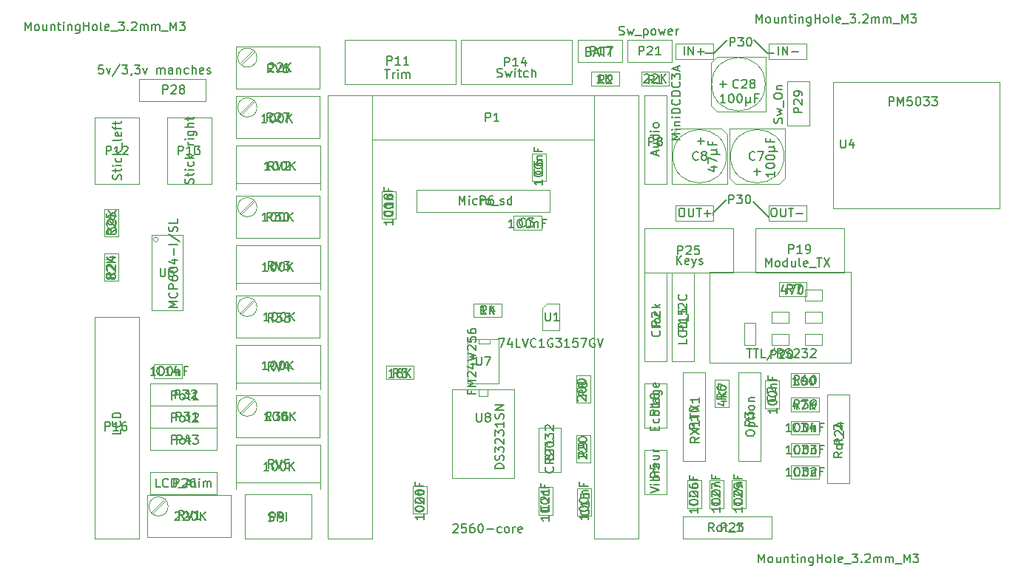
<source format=gbr>
G04 #@! TF.FileFunction,Other,Fab,Top*
%FSLAX46Y46*%
G04 Gerber Fmt 4.6, Leading zero omitted, Abs format (unit mm)*
G04 Created by KiCad (PCBNEW 4.0.7) date 11/20/17 08:28:59*
%MOMM*%
%LPD*%
G01*
G04 APERTURE LIST*
%ADD10C,0.100000*%
%ADD11C,0.150000*%
%ADD12C,0.120000*%
G04 APERTURE END LIST*
D10*
D11*
X212186520Y-82961480D02*
X212186520Y-83215480D01*
X213710520Y-81437480D02*
X212186520Y-82961480D01*
X216758520Y-81691480D02*
X218536520Y-83469480D01*
X214020234Y-81889861D02*
X214020234Y-80889861D01*
X214401187Y-80889861D01*
X214496425Y-80937480D01*
X214544044Y-80985099D01*
X214591663Y-81080337D01*
X214591663Y-81223194D01*
X214544044Y-81318432D01*
X214496425Y-81366051D01*
X214401187Y-81413670D01*
X214020234Y-81413670D01*
X214924996Y-80889861D02*
X215544044Y-80889861D01*
X215210710Y-81270813D01*
X215353568Y-81270813D01*
X215448806Y-81318432D01*
X215496425Y-81366051D01*
X215544044Y-81461290D01*
X215544044Y-81699385D01*
X215496425Y-81794623D01*
X215448806Y-81842242D01*
X215353568Y-81889861D01*
X215067853Y-81889861D01*
X214972615Y-81842242D01*
X214924996Y-81794623D01*
X216163091Y-80889861D02*
X216258330Y-80889861D01*
X216353568Y-80937480D01*
X216401187Y-80985099D01*
X216448806Y-81080337D01*
X216496425Y-81270813D01*
X216496425Y-81508909D01*
X216448806Y-81699385D01*
X216401187Y-81794623D01*
X216353568Y-81842242D01*
X216258330Y-81889861D01*
X216163091Y-81889861D01*
X216067853Y-81842242D01*
X216020234Y-81794623D01*
X215972615Y-81699385D01*
X215924996Y-81508909D01*
X215924996Y-81270813D01*
X215972615Y-81080337D01*
X216020234Y-80985099D01*
X216067853Y-80937480D01*
X216163091Y-80889861D01*
X218409520Y-64673480D02*
X219171520Y-64673480D01*
X216885520Y-63149480D02*
X218409520Y-64673480D01*
X212313520Y-64673480D02*
X211297520Y-64673480D01*
X213837520Y-63149480D02*
X212313520Y-64673480D01*
D12*
X218536520Y-82072480D02*
X218536520Y-83850480D01*
X218536520Y-83850480D02*
X222854520Y-83850480D01*
X222854520Y-83850480D02*
X222854520Y-82072480D01*
X222854520Y-82072480D02*
X218536520Y-82072480D01*
X207868520Y-82072480D02*
X207868520Y-83850480D01*
X207868520Y-83850480D02*
X212186520Y-83850480D01*
X212186520Y-83850480D02*
X212186520Y-82072480D01*
X212186520Y-82072480D02*
X207868520Y-82072480D01*
X218536520Y-63530480D02*
X218536520Y-65308480D01*
X218536520Y-65308480D02*
X222854520Y-65308480D01*
X222854520Y-65308480D02*
X222854520Y-63530480D01*
X222854520Y-63530480D02*
X218536520Y-63530480D01*
X207868520Y-63530480D02*
X207868520Y-65308480D01*
X207868520Y-65308480D02*
X212186520Y-65308480D01*
X212186520Y-65308480D02*
X212186520Y-63530480D01*
X212186520Y-63530480D02*
X207868520Y-63530480D01*
D10*
X223235520Y-72928480D02*
X223235520Y-67848480D01*
X223235520Y-67848480D02*
X220695520Y-67848480D01*
X220695520Y-67848480D02*
X220695520Y-72928480D01*
X220695520Y-72928480D02*
X223235520Y-72928480D01*
X224327520Y-111879480D02*
X224327520Y-113479480D01*
X221127520Y-111879480D02*
X224327520Y-111879480D01*
X221127520Y-113479480D02*
X221127520Y-111879480D01*
X224327520Y-113479480D02*
X221127520Y-113479480D01*
X224327520Y-109339480D02*
X224327520Y-110939480D01*
X221127520Y-109339480D02*
X224327520Y-109339480D01*
X221127520Y-110939480D02*
X221127520Y-109339480D01*
X224327520Y-110939480D02*
X221127520Y-110939480D01*
X224327520Y-106799480D02*
X224327520Y-108399480D01*
X221127520Y-106799480D02*
X224327520Y-106799480D01*
X221127520Y-108399480D02*
X221127520Y-106799480D01*
X224327520Y-108399480D02*
X221127520Y-108399480D01*
X221127520Y-105732480D02*
X221127520Y-104132480D01*
X224327520Y-105732480D02*
X221127520Y-105732480D01*
X224327520Y-104132480D02*
X224327520Y-105732480D01*
X221127520Y-104132480D02*
X224327520Y-104132480D01*
X221127520Y-102938480D02*
X221127520Y-101338480D01*
X224327520Y-102938480D02*
X221127520Y-102938480D01*
X224327520Y-101338480D02*
X224327520Y-102938480D01*
X221127520Y-101338480D02*
X224327520Y-101338480D01*
X218117520Y-102189480D02*
X219717520Y-102189480D01*
X218117520Y-105389480D02*
X218117520Y-102189480D01*
X219717520Y-105389480D02*
X218117520Y-105389480D01*
X219717520Y-102189480D02*
X219717520Y-105389480D01*
X227807520Y-113949480D02*
X227807520Y-103789480D01*
X227807520Y-103789480D02*
X225267520Y-103789480D01*
X225267520Y-103789480D02*
X225267520Y-113949480D01*
X225267520Y-113949480D02*
X227807520Y-113949480D01*
D12*
X173197520Y-74579480D02*
X173197520Y-69499480D01*
X198597520Y-74579480D02*
X198597520Y-69499480D01*
X168117520Y-120299480D02*
X173197520Y-120299480D01*
X173197520Y-120299480D02*
X173197520Y-74579480D01*
X173197520Y-74579480D02*
X198597520Y-74579480D01*
X198597520Y-74579480D02*
X198597520Y-120299480D01*
X198597520Y-120299480D02*
X203677520Y-120299480D01*
X203677520Y-69499480D02*
X168117520Y-69499480D01*
X168117520Y-69499480D02*
X168117520Y-120299480D01*
X203677520Y-120299480D02*
X203677520Y-69499480D01*
D10*
X208757520Y-120299480D02*
X218917520Y-120299480D01*
X218917520Y-120299480D02*
X218917520Y-117759480D01*
X218917520Y-117759480D02*
X208757520Y-117759480D01*
X208757520Y-117759480D02*
X208757520Y-120299480D01*
X215907520Y-116819480D02*
X214307520Y-116819480D01*
X215907520Y-113619480D02*
X215907520Y-116819480D01*
X214307520Y-113619480D02*
X215907520Y-113619480D01*
X214307520Y-116819480D02*
X214307520Y-113619480D01*
X213367520Y-116819480D02*
X211767520Y-116819480D01*
X213367520Y-113619480D02*
X213367520Y-116819480D01*
X211767520Y-113619480D02*
X213367520Y-113619480D01*
X211767520Y-116819480D02*
X211767520Y-113619480D01*
X210827520Y-116819480D02*
X209227520Y-116819480D01*
X210827520Y-113619480D02*
X210827520Y-116819480D01*
X209227520Y-113619480D02*
X210827520Y-113619480D01*
X209227520Y-116819480D02*
X209227520Y-113619480D01*
X204312520Y-110139480D02*
X204312520Y-115219480D01*
X204312520Y-115219480D02*
X206852520Y-115219480D01*
X206852520Y-115219480D02*
X206852520Y-110139480D01*
X206852520Y-110139480D02*
X204312520Y-110139480D01*
X214002520Y-105262480D02*
X212402520Y-105262480D01*
X214002520Y-102062480D02*
X214002520Y-105262480D01*
X212402520Y-102062480D02*
X214002520Y-102062480D01*
X212402520Y-105262480D02*
X212402520Y-102062480D01*
X215107520Y-101249480D02*
X215107520Y-111409480D01*
X215107520Y-111409480D02*
X217647520Y-111409480D01*
X217647520Y-111409480D02*
X217647520Y-101249480D01*
X217647520Y-101249480D02*
X215107520Y-101249480D01*
X208757520Y-101249480D02*
X208757520Y-111409480D01*
X208757520Y-111409480D02*
X211297520Y-111409480D01*
X211297520Y-111409480D02*
X211297520Y-101249480D01*
X211297520Y-101249480D02*
X208757520Y-101249480D01*
X204312520Y-102519480D02*
X204312520Y-107599480D01*
X204312520Y-107599480D02*
X206852520Y-107599480D01*
X206852520Y-107599480D02*
X206852520Y-102519480D01*
X206852520Y-102519480D02*
X204312520Y-102519480D01*
X219730520Y-92524480D02*
X219730520Y-90924480D01*
X222930520Y-92524480D02*
X219730520Y-92524480D01*
X222930520Y-90924480D02*
X222930520Y-92524480D01*
X219730520Y-90924480D02*
X222930520Y-90924480D01*
X207487520Y-89819480D02*
X207487520Y-99979480D01*
X207487520Y-99979480D02*
X210027520Y-99979480D01*
X210027520Y-99979480D02*
X210027520Y-89819480D01*
X210027520Y-89819480D02*
X207487520Y-89819480D01*
X204312520Y-89819480D02*
X204312520Y-99979480D01*
X204312520Y-99979480D02*
X206852520Y-99979480D01*
X206852520Y-99979480D02*
X206852520Y-89819480D01*
X206852520Y-89819480D02*
X204312520Y-89819480D01*
D12*
X211805520Y-100106480D02*
X227934520Y-100106480D01*
X227934520Y-100106480D02*
X227934520Y-89692480D01*
X227934520Y-89692480D02*
X211805520Y-89692480D01*
X211805520Y-89692480D02*
X211805520Y-100106480D01*
X217012520Y-98074480D02*
X217012520Y-95534480D01*
X217012520Y-95534480D02*
X215742520Y-95534480D01*
X215742520Y-95534480D02*
X215742520Y-98074480D01*
X215742520Y-98074480D02*
X217012520Y-98074480D01*
X220822520Y-95534480D02*
X218917520Y-95534480D01*
X218917520Y-95534480D02*
X218917520Y-94264480D01*
X218917520Y-94264480D02*
X220822520Y-94264480D01*
X220822520Y-94264480D02*
X220822520Y-95534480D01*
X220822520Y-96804480D02*
X220822520Y-98074480D01*
X220822520Y-98074480D02*
X218917520Y-98074480D01*
X218917520Y-98074480D02*
X218917520Y-96804480D01*
X218917520Y-96804480D02*
X220822520Y-96804480D01*
X224632520Y-92994480D02*
X222727520Y-92994480D01*
X222727520Y-92994480D02*
X222727520Y-91724480D01*
X222727520Y-91724480D02*
X224632520Y-91724480D01*
X224632520Y-91724480D02*
X224632520Y-92994480D01*
X224632520Y-95534480D02*
X224632520Y-94264480D01*
X224632520Y-94264480D02*
X222727520Y-94264480D01*
X222727520Y-94264480D02*
X222727520Y-95534480D01*
X222727520Y-95534480D02*
X224632520Y-95534480D01*
X224632520Y-96804480D02*
X224632520Y-98074480D01*
X224632520Y-98074480D02*
X222727520Y-98074480D01*
X224632520Y-96804480D02*
X222727520Y-96804480D01*
X222727520Y-96804480D02*
X222727520Y-98074480D01*
D10*
X204312520Y-69499480D02*
X204312520Y-79659480D01*
X204312520Y-79659480D02*
X206852520Y-79659480D01*
X206852520Y-79659480D02*
X206852520Y-69499480D01*
X206852520Y-69499480D02*
X204312520Y-69499480D01*
X207182520Y-66794480D02*
X207182520Y-68394480D01*
X203982520Y-66794480D02*
X207182520Y-66794480D01*
X203982520Y-68394480D02*
X203982520Y-66794480D01*
X207182520Y-68394480D02*
X203982520Y-68394480D01*
X201467520Y-66794480D02*
X201467520Y-68394480D01*
X198267520Y-66794480D02*
X201467520Y-66794480D01*
X198267520Y-68394480D02*
X198267520Y-66794480D01*
X201467520Y-68394480D02*
X198267520Y-68394480D01*
X202407520Y-65689480D02*
X207487520Y-65689480D01*
X207487520Y-65689480D02*
X207487520Y-63149480D01*
X207487520Y-63149480D02*
X202407520Y-63149480D01*
X202407520Y-63149480D02*
X202407520Y-65689480D01*
X196692520Y-65689480D02*
X201772520Y-65689480D01*
X201772520Y-65689480D02*
X201772520Y-63149480D01*
X201772520Y-63149480D02*
X196692520Y-63149480D01*
X196692520Y-63149480D02*
X196692520Y-65689480D01*
X178277520Y-82834480D02*
X193517520Y-82834480D01*
X193517520Y-82834480D02*
X193517520Y-80294480D01*
X193517520Y-80294480D02*
X178277520Y-80294480D01*
X178277520Y-80294480D02*
X178277520Y-82834480D01*
X196654520Y-114508480D02*
X198254520Y-114508480D01*
X196654520Y-117708480D02*
X196654520Y-114508480D01*
X198254520Y-117708480D02*
X196654520Y-117708480D01*
X198254520Y-114508480D02*
X198254520Y-117708480D01*
X193809520Y-117581480D02*
X192209520Y-117581480D01*
X193809520Y-114381480D02*
X193809520Y-117581480D01*
X192209520Y-114381480D02*
X193809520Y-114381480D01*
X192209520Y-117581480D02*
X192209520Y-114381480D01*
X179458520Y-117454480D02*
X177858520Y-117454480D01*
X179458520Y-114254480D02*
X179458520Y-117454480D01*
X177858520Y-114254480D02*
X179458520Y-114254480D01*
X177858520Y-117454480D02*
X177858520Y-114254480D01*
D12*
X186405520Y-103154480D02*
X186405520Y-103916480D01*
X186405520Y-103916480D02*
X185389520Y-103916480D01*
X185389520Y-103916480D02*
X185389520Y-103154480D01*
X182341520Y-103154480D02*
X182341520Y-113314480D01*
X182341520Y-113314480D02*
X189453520Y-113314480D01*
X189453520Y-113314480D02*
X189453520Y-103154480D01*
X189453520Y-103154480D02*
X182341520Y-103154480D01*
D10*
X192247520Y-107599480D02*
X192247520Y-112679480D01*
X192247520Y-112679480D02*
X194787520Y-112679480D01*
X194787520Y-112679480D02*
X194787520Y-107599480D01*
X194787520Y-107599480D02*
X192247520Y-107599480D01*
X198127520Y-111612480D02*
X196527520Y-111612480D01*
X198127520Y-108412480D02*
X198127520Y-111612480D01*
X196527520Y-108412480D02*
X198127520Y-108412480D01*
X196527520Y-111612480D02*
X196527520Y-108412480D01*
X198127520Y-104754480D02*
X196527520Y-104754480D01*
X198127520Y-101554480D02*
X198127520Y-104754480D01*
X196527520Y-101554480D02*
X198127520Y-101554480D01*
X196527520Y-104754480D02*
X196527520Y-101554480D01*
X177972520Y-100449480D02*
X177972520Y-102049480D01*
X174772520Y-100449480D02*
X177972520Y-100449480D01*
X174772520Y-102049480D02*
X174772520Y-100449480D01*
X177972520Y-102049480D02*
X174772520Y-102049480D01*
D12*
X186659520Y-97566480D02*
X186659520Y-97947480D01*
X186659520Y-97947480D02*
X185389520Y-97947480D01*
X185389520Y-97947480D02*
X185389520Y-97439480D01*
X184119520Y-97439480D02*
X184119520Y-102519480D01*
X184119520Y-102519480D02*
X187675520Y-102519480D01*
X187675520Y-102519480D02*
X187675520Y-97439480D01*
X187675520Y-97439480D02*
X184119520Y-97439480D01*
X192644520Y-96399480D02*
X194644520Y-96399480D01*
X194644520Y-96399480D02*
X194644520Y-93399480D01*
X194644520Y-93399480D02*
X193144520Y-93399480D01*
X193144520Y-93399480D02*
X192644520Y-93899480D01*
X192644520Y-93899480D02*
X192644520Y-96399480D01*
D10*
X188005520Y-93337480D02*
X188005520Y-94937480D01*
X184805520Y-93337480D02*
X188005520Y-93337480D01*
X184805520Y-94937480D02*
X184805520Y-93337480D01*
X188005520Y-94937480D02*
X184805520Y-94937480D01*
X146527520Y-70134480D02*
X154147520Y-70134480D01*
X154147520Y-70134480D02*
X154147520Y-67594480D01*
X154147520Y-67594480D02*
X146527520Y-67594480D01*
X146527520Y-67594480D02*
X146527520Y-70134480D01*
X149702520Y-72039480D02*
X149702520Y-79659480D01*
X149702520Y-79659480D02*
X154782520Y-79659480D01*
X154782520Y-79659480D02*
X154782520Y-72039480D01*
X154782520Y-72039480D02*
X149702520Y-72039480D01*
X141447520Y-72039480D02*
X141447520Y-79659480D01*
X141447520Y-79659480D02*
X146527520Y-79659480D01*
X146527520Y-79659480D02*
X146527520Y-72039480D01*
X146527520Y-72039480D02*
X141447520Y-72039480D01*
X144152520Y-85704480D02*
X142552520Y-85704480D01*
X144152520Y-82504480D02*
X144152520Y-85704480D01*
X142552520Y-82504480D02*
X144152520Y-82504480D01*
X142552520Y-85704480D02*
X142552520Y-82504480D01*
X144152520Y-90784480D02*
X142552520Y-90784480D01*
X144152520Y-87584480D02*
X144152520Y-90784480D01*
X142552520Y-87584480D02*
X144152520Y-87584480D01*
X142552520Y-90784480D02*
X142552520Y-87584480D01*
X146527520Y-120299480D02*
X146527520Y-94899480D01*
X146527520Y-94899480D02*
X141447520Y-94899480D01*
X141447520Y-94899480D02*
X141447520Y-120299480D01*
X141447520Y-120299480D02*
X146527520Y-120299480D01*
D12*
X148716501Y-86009480D02*
G75*
G03X148716501Y-86009480I-283981J0D01*
G01*
X147924520Y-85501480D02*
X147924520Y-94137480D01*
X147924520Y-94137480D02*
X151480520Y-94137480D01*
X151480520Y-94137480D02*
X151480520Y-85501480D01*
X151480520Y-85501480D02*
X147924520Y-85501480D01*
D10*
X151429520Y-100322480D02*
X151429520Y-101922480D01*
X148229520Y-100322480D02*
X151429520Y-100322480D01*
X148229520Y-101922480D02*
X148229520Y-100322480D01*
X151429520Y-101922480D02*
X148229520Y-101922480D01*
X155417520Y-102519480D02*
X147797520Y-102519480D01*
X147797520Y-102519480D02*
X147797520Y-105059480D01*
X147797520Y-105059480D02*
X155417520Y-105059480D01*
X155417520Y-105059480D02*
X155417520Y-102519480D01*
X155417520Y-105059480D02*
X147797520Y-105059480D01*
X147797520Y-105059480D02*
X147797520Y-107599480D01*
X147797520Y-107599480D02*
X155417520Y-107599480D01*
X155417520Y-107599480D02*
X155417520Y-105059480D01*
X155417520Y-107599480D02*
X147797520Y-107599480D01*
X147797520Y-107599480D02*
X147797520Y-110139480D01*
X147797520Y-110139480D02*
X155417520Y-110139480D01*
X155417520Y-110139480D02*
X155417520Y-107599480D01*
X155417520Y-112679480D02*
X147797520Y-112679480D01*
X147797520Y-112679480D02*
X147797520Y-115219480D01*
X147797520Y-115219480D02*
X155417520Y-115219480D01*
X155417520Y-115219480D02*
X155417520Y-112679480D01*
X149842520Y-116609480D02*
G75*
G03X149842520Y-116609480I-1095000J0D01*
G01*
X157007520Y-120169480D02*
X157007520Y-115339480D01*
X157007520Y-115339480D02*
X147477520Y-115339480D01*
X147477520Y-115339480D02*
X147477520Y-120169480D01*
X147477520Y-120169480D02*
X157007520Y-120169480D01*
X147916520Y-117305480D02*
X149443520Y-115778480D01*
X148050520Y-117439480D02*
X149577520Y-115912480D01*
X166212520Y-115219480D02*
X158592520Y-115219480D01*
X158592520Y-115219480D02*
X158592520Y-120299480D01*
X158592520Y-120299480D02*
X166212520Y-120299480D01*
X166212520Y-120299480D02*
X166212520Y-115219480D01*
D12*
X157576520Y-113822480D02*
X167228520Y-113822480D01*
X167228520Y-114584480D02*
X167228520Y-109504480D01*
X167228520Y-109504480D02*
X157576520Y-109504480D01*
X157576520Y-109504480D02*
X157576520Y-114584480D01*
D10*
X160002520Y-105179480D02*
G75*
G03X160002520Y-105179480I-1095000J0D01*
G01*
X167167520Y-108739480D02*
X167167520Y-103909480D01*
X167167520Y-103909480D02*
X157637520Y-103909480D01*
X157637520Y-103909480D02*
X157637520Y-108739480D01*
X157637520Y-108739480D02*
X167167520Y-108739480D01*
X158076520Y-105875480D02*
X159603520Y-104348480D01*
X158210520Y-106009480D02*
X159737520Y-104482480D01*
D12*
X157576520Y-102392480D02*
X167228520Y-102392480D01*
X167228520Y-103154480D02*
X167228520Y-98074480D01*
X167228520Y-98074480D02*
X157576520Y-98074480D01*
X157576520Y-98074480D02*
X157576520Y-103154480D01*
D10*
X160002520Y-93749480D02*
G75*
G03X160002520Y-93749480I-1095000J0D01*
G01*
X167167520Y-97309480D02*
X167167520Y-92479480D01*
X167167520Y-92479480D02*
X157637520Y-92479480D01*
X157637520Y-92479480D02*
X157637520Y-97309480D01*
X157637520Y-97309480D02*
X167167520Y-97309480D01*
X158076520Y-94445480D02*
X159603520Y-92918480D01*
X158210520Y-94579480D02*
X159737520Y-93052480D01*
D12*
X157576520Y-90962480D02*
X167228520Y-90962480D01*
X167228520Y-91724480D02*
X167228520Y-86644480D01*
X167228520Y-86644480D02*
X157576520Y-86644480D01*
X157576520Y-86644480D02*
X157576520Y-91724480D01*
D10*
X160002520Y-82319480D02*
G75*
G03X160002520Y-82319480I-1095000J0D01*
G01*
X167167520Y-85879480D02*
X167167520Y-81049480D01*
X167167520Y-81049480D02*
X157637520Y-81049480D01*
X157637520Y-81049480D02*
X157637520Y-85879480D01*
X157637520Y-85879480D02*
X167167520Y-85879480D01*
X158076520Y-83015480D02*
X159603520Y-81488480D01*
X158210520Y-83149480D02*
X159737520Y-81622480D01*
X160002520Y-70889480D02*
G75*
G03X160002520Y-70889480I-1095000J0D01*
G01*
X167167520Y-74449480D02*
X167167520Y-69619480D01*
X167167520Y-69619480D02*
X157637520Y-69619480D01*
X157637520Y-69619480D02*
X157637520Y-74449480D01*
X157637520Y-74449480D02*
X167167520Y-74449480D01*
X158076520Y-71585480D02*
X159603520Y-70058480D01*
X158210520Y-71719480D02*
X159737520Y-70192480D01*
D12*
X157576520Y-79532480D02*
X167228520Y-79532480D01*
X167228520Y-80294480D02*
X167228520Y-75214480D01*
X167228520Y-75214480D02*
X157576520Y-75214480D01*
X157576520Y-75214480D02*
X157576520Y-80294480D01*
D10*
X160002520Y-65174480D02*
G75*
G03X160002520Y-65174480I-1095000J0D01*
G01*
X167167520Y-68734480D02*
X167167520Y-63904480D01*
X167167520Y-63904480D02*
X157637520Y-63904480D01*
X157637520Y-63904480D02*
X157637520Y-68734480D01*
X157637520Y-68734480D02*
X167167520Y-68734480D01*
X158076520Y-65870480D02*
X159603520Y-64343480D01*
X158210520Y-66004480D02*
X159737520Y-64477480D01*
X175902520Y-83672480D02*
X174302520Y-83672480D01*
X175902520Y-80472480D02*
X175902520Y-83672480D01*
X174302520Y-80472480D02*
X175902520Y-80472480D01*
X174302520Y-83672480D02*
X174302520Y-80472480D01*
X192577520Y-83304480D02*
X192577520Y-84904480D01*
X189377520Y-83304480D02*
X192577520Y-83304480D01*
X189377520Y-84904480D02*
X189377520Y-83304480D01*
X192577520Y-84904480D02*
X189377520Y-84904480D01*
D12*
X225902520Y-82453480D02*
X225902520Y-67975480D01*
X244952520Y-82453480D02*
X244952520Y-67975480D01*
X244952520Y-67975480D02*
X225902520Y-67975480D01*
X225902520Y-82453480D02*
X244952520Y-82453480D01*
D10*
X204312520Y-89819480D02*
X214472520Y-89819480D01*
X214472520Y-89819480D02*
X214472520Y-84739480D01*
X214472520Y-84739480D02*
X204312520Y-84739480D01*
X204312520Y-84739480D02*
X204312520Y-89819480D01*
X170022520Y-68229480D02*
X182722520Y-68229480D01*
X182722520Y-68229480D02*
X182722520Y-63149480D01*
X182722520Y-63149480D02*
X170022520Y-63149480D01*
X170022520Y-63149480D02*
X170022520Y-68229480D01*
X183357520Y-68229480D02*
X196057520Y-68229480D01*
X196057520Y-68229480D02*
X196057520Y-63149480D01*
X196057520Y-63149480D02*
X183357520Y-63149480D01*
X183357520Y-63149480D02*
X183357520Y-68229480D01*
X217012520Y-89819480D02*
X227172520Y-89819480D01*
X227172520Y-89819480D02*
X227172520Y-84739480D01*
X227172520Y-84739480D02*
X217012520Y-84739480D01*
X217012520Y-84739480D02*
X217012520Y-89819480D01*
X218166932Y-68229480D02*
G75*
G03X218166932Y-68229480I-3059412J0D01*
G01*
X218257520Y-71379480D02*
X218257520Y-65079480D01*
X212627520Y-71379480D02*
X218257520Y-71379480D01*
X211957520Y-70709480D02*
X212627520Y-71379480D01*
X211957520Y-65749480D02*
X211957520Y-70709480D01*
X212627520Y-65079480D02*
X211957520Y-65749480D01*
X218257520Y-65079480D02*
X212627520Y-65079480D01*
X193047520Y-79354480D02*
X191447520Y-79354480D01*
X193047520Y-76154480D02*
X193047520Y-79354480D01*
X191447520Y-76154480D02*
X193047520Y-76154480D01*
X191447520Y-79354480D02*
X191447520Y-76154480D01*
X220325932Y-76484480D02*
G75*
G03X220325932Y-76484480I-3059412J0D01*
G01*
X220416520Y-73334480D02*
X214116520Y-73334480D01*
X220416520Y-78964480D02*
X220416520Y-73334480D01*
X219746520Y-79634480D02*
X220416520Y-78964480D01*
X214786520Y-79634480D02*
X219746520Y-79634480D01*
X214116520Y-78964480D02*
X214786520Y-79634480D01*
X214116520Y-73334480D02*
X214116520Y-78964480D01*
X213721932Y-76484480D02*
G75*
G03X213721932Y-76484480I-3059412J0D01*
G01*
X207512520Y-79634480D02*
X213812520Y-79634480D01*
X207512520Y-74004480D02*
X207512520Y-79634480D01*
X208182520Y-73334480D02*
X207512520Y-74004480D01*
X213142520Y-73334480D02*
X208182520Y-73334480D01*
X213812520Y-74004480D02*
X213142520Y-73334480D01*
X213812520Y-79634480D02*
X213812520Y-74004480D01*
D11*
X208447901Y-74555146D02*
X207447901Y-74555146D01*
X208162187Y-74221812D01*
X207447901Y-73888479D01*
X208447901Y-73888479D01*
X208447901Y-73412289D02*
X207781234Y-73412289D01*
X207447901Y-73412289D02*
X207495520Y-73459908D01*
X207543139Y-73412289D01*
X207495520Y-73364670D01*
X207447901Y-73412289D01*
X207543139Y-73412289D01*
X207781234Y-72936099D02*
X208447901Y-72936099D01*
X207876472Y-72936099D02*
X207828853Y-72888480D01*
X207781234Y-72793242D01*
X207781234Y-72650384D01*
X207828853Y-72555146D01*
X207924091Y-72507527D01*
X208447901Y-72507527D01*
X208447901Y-72031337D02*
X207781234Y-72031337D01*
X207447901Y-72031337D02*
X207495520Y-72078956D01*
X207543139Y-72031337D01*
X207495520Y-71983718D01*
X207447901Y-72031337D01*
X207543139Y-72031337D01*
X208447901Y-71555147D02*
X207447901Y-71555147D01*
X207447901Y-71317052D01*
X207495520Y-71174194D01*
X207590758Y-71078956D01*
X207685996Y-71031337D01*
X207876472Y-70983718D01*
X208019330Y-70983718D01*
X208209806Y-71031337D01*
X208305044Y-71078956D01*
X208400282Y-71174194D01*
X208447901Y-71317052D01*
X208447901Y-71555147D01*
X208352663Y-69983718D02*
X208400282Y-70031337D01*
X208447901Y-70174194D01*
X208447901Y-70269432D01*
X208400282Y-70412290D01*
X208305044Y-70507528D01*
X208209806Y-70555147D01*
X208019330Y-70602766D01*
X207876472Y-70602766D01*
X207685996Y-70555147D01*
X207590758Y-70507528D01*
X207495520Y-70412290D01*
X207447901Y-70269432D01*
X207447901Y-70174194D01*
X207495520Y-70031337D01*
X207543139Y-69983718D01*
X208447901Y-69555147D02*
X207447901Y-69555147D01*
X207447901Y-69317052D01*
X207495520Y-69174194D01*
X207590758Y-69078956D01*
X207685996Y-69031337D01*
X207876472Y-68983718D01*
X208019330Y-68983718D01*
X208209806Y-69031337D01*
X208305044Y-69078956D01*
X208400282Y-69174194D01*
X208447901Y-69317052D01*
X208447901Y-69555147D01*
X208352663Y-67983718D02*
X208400282Y-68031337D01*
X208447901Y-68174194D01*
X208447901Y-68269432D01*
X208400282Y-68412290D01*
X208305044Y-68507528D01*
X208209806Y-68555147D01*
X208019330Y-68602766D01*
X207876472Y-68602766D01*
X207685996Y-68555147D01*
X207590758Y-68507528D01*
X207495520Y-68412290D01*
X207447901Y-68269432D01*
X207447901Y-68174194D01*
X207495520Y-68031337D01*
X207543139Y-67983718D01*
X207447901Y-67650385D02*
X207447901Y-67031337D01*
X207828853Y-67364671D01*
X207828853Y-67221813D01*
X207876472Y-67126575D01*
X207924091Y-67078956D01*
X208019330Y-67031337D01*
X208257425Y-67031337D01*
X208352663Y-67078956D01*
X208400282Y-67126575D01*
X208447901Y-67221813D01*
X208447901Y-67507528D01*
X208400282Y-67602766D01*
X208352663Y-67650385D01*
X208162187Y-66650385D02*
X208162187Y-66174194D01*
X208447901Y-66745623D02*
X207447901Y-66412290D01*
X208447901Y-66078956D01*
X214147234Y-63855861D02*
X214147234Y-62855861D01*
X214528187Y-62855861D01*
X214623425Y-62903480D01*
X214671044Y-62951099D01*
X214718663Y-63046337D01*
X214718663Y-63189194D01*
X214671044Y-63284432D01*
X214623425Y-63332051D01*
X214528187Y-63379670D01*
X214147234Y-63379670D01*
X215051996Y-62855861D02*
X215671044Y-62855861D01*
X215337710Y-63236813D01*
X215480568Y-63236813D01*
X215575806Y-63284432D01*
X215623425Y-63332051D01*
X215671044Y-63427290D01*
X215671044Y-63665385D01*
X215623425Y-63760623D01*
X215575806Y-63808242D01*
X215480568Y-63855861D01*
X215194853Y-63855861D01*
X215099615Y-63808242D01*
X215051996Y-63760623D01*
X216290091Y-62855861D02*
X216385330Y-62855861D01*
X216480568Y-62903480D01*
X216528187Y-62951099D01*
X216575806Y-63046337D01*
X216623425Y-63236813D01*
X216623425Y-63474909D01*
X216575806Y-63665385D01*
X216528187Y-63760623D01*
X216480568Y-63808242D01*
X216385330Y-63855861D01*
X216290091Y-63855861D01*
X216194853Y-63808242D01*
X216147234Y-63760623D01*
X216099615Y-63665385D01*
X216051996Y-63474909D01*
X216051996Y-63236813D01*
X216099615Y-63046337D01*
X216147234Y-62951099D01*
X216194853Y-62903480D01*
X216290091Y-62855861D01*
X208535472Y-82413861D02*
X208725949Y-82413861D01*
X208821187Y-82461480D01*
X208916425Y-82556718D01*
X208964044Y-82747194D01*
X208964044Y-83080528D01*
X208916425Y-83271004D01*
X208821187Y-83366242D01*
X208725949Y-83413861D01*
X208535472Y-83413861D01*
X208440234Y-83366242D01*
X208344996Y-83271004D01*
X208297377Y-83080528D01*
X208297377Y-82747194D01*
X208344996Y-82556718D01*
X208440234Y-82461480D01*
X208535472Y-82413861D01*
X209392615Y-82413861D02*
X209392615Y-83223385D01*
X209440234Y-83318623D01*
X209487853Y-83366242D01*
X209583091Y-83413861D01*
X209773568Y-83413861D01*
X209868806Y-83366242D01*
X209916425Y-83318623D01*
X209964044Y-83223385D01*
X209964044Y-82413861D01*
X210297377Y-82413861D02*
X210868806Y-82413861D01*
X210583091Y-83413861D02*
X210583091Y-82413861D01*
X211202139Y-83032909D02*
X211964044Y-83032909D01*
X211583092Y-83413861D02*
X211583092Y-82651956D01*
X219076472Y-82413861D02*
X219266949Y-82413861D01*
X219362187Y-82461480D01*
X219457425Y-82556718D01*
X219505044Y-82747194D01*
X219505044Y-83080528D01*
X219457425Y-83271004D01*
X219362187Y-83366242D01*
X219266949Y-83413861D01*
X219076472Y-83413861D01*
X218981234Y-83366242D01*
X218885996Y-83271004D01*
X218838377Y-83080528D01*
X218838377Y-82747194D01*
X218885996Y-82556718D01*
X218981234Y-82461480D01*
X219076472Y-82413861D01*
X219933615Y-82413861D02*
X219933615Y-83223385D01*
X219981234Y-83318623D01*
X220028853Y-83366242D01*
X220124091Y-83413861D01*
X220314568Y-83413861D01*
X220409806Y-83366242D01*
X220457425Y-83318623D01*
X220505044Y-83223385D01*
X220505044Y-82413861D01*
X220838377Y-82413861D02*
X221409806Y-82413861D01*
X221124091Y-83413861D02*
X221124091Y-82413861D01*
X221743139Y-83032909D02*
X222505044Y-83032909D01*
X219679663Y-64871861D02*
X219679663Y-63871861D01*
X220155853Y-64871861D02*
X220155853Y-63871861D01*
X220727282Y-64871861D01*
X220727282Y-63871861D01*
X221203472Y-64490909D02*
X221965377Y-64490909D01*
X208884663Y-64871861D02*
X208884663Y-63871861D01*
X209360853Y-64871861D02*
X209360853Y-63871861D01*
X209932282Y-64871861D01*
X209932282Y-63871861D01*
X210408472Y-64490909D02*
X211170377Y-64490909D01*
X210789425Y-64871861D02*
X210789425Y-64109956D01*
X220084282Y-72682147D02*
X220131901Y-72539290D01*
X220131901Y-72301194D01*
X220084282Y-72205956D01*
X220036663Y-72158337D01*
X219941425Y-72110718D01*
X219846187Y-72110718D01*
X219750949Y-72158337D01*
X219703330Y-72205956D01*
X219655710Y-72301194D01*
X219608091Y-72491671D01*
X219560472Y-72586909D01*
X219512853Y-72634528D01*
X219417615Y-72682147D01*
X219322377Y-72682147D01*
X219227139Y-72634528D01*
X219179520Y-72586909D01*
X219131901Y-72491671D01*
X219131901Y-72253575D01*
X219179520Y-72110718D01*
X219465234Y-71777385D02*
X220131901Y-71586909D01*
X219655710Y-71396432D01*
X220131901Y-71205956D01*
X219465234Y-71015480D01*
X220227139Y-70872623D02*
X220227139Y-70110718D01*
X219131901Y-69682147D02*
X219131901Y-69491670D01*
X219179520Y-69396432D01*
X219274758Y-69301194D01*
X219465234Y-69253575D01*
X219798568Y-69253575D01*
X219989044Y-69301194D01*
X220084282Y-69396432D01*
X220131901Y-69491670D01*
X220131901Y-69682147D01*
X220084282Y-69777385D01*
X219989044Y-69872623D01*
X219798568Y-69920242D01*
X219465234Y-69920242D01*
X219274758Y-69872623D01*
X219179520Y-69777385D01*
X219131901Y-69682147D01*
X219465234Y-68825004D02*
X220131901Y-68825004D01*
X219560472Y-68825004D02*
X219512853Y-68777385D01*
X219465234Y-68682147D01*
X219465234Y-68539289D01*
X219512853Y-68444051D01*
X219608091Y-68396432D01*
X220131901Y-68396432D01*
X222417901Y-71475766D02*
X221417901Y-71475766D01*
X221417901Y-71094813D01*
X221465520Y-70999575D01*
X221513139Y-70951956D01*
X221608377Y-70904337D01*
X221751234Y-70904337D01*
X221846472Y-70951956D01*
X221894091Y-70999575D01*
X221941710Y-71094813D01*
X221941710Y-71475766D01*
X221513139Y-70523385D02*
X221465520Y-70475766D01*
X221417901Y-70380528D01*
X221417901Y-70142432D01*
X221465520Y-70047194D01*
X221513139Y-69999575D01*
X221608377Y-69951956D01*
X221703615Y-69951956D01*
X221846472Y-69999575D01*
X222417901Y-70571004D01*
X222417901Y-69951956D01*
X222417901Y-69475766D02*
X222417901Y-69285290D01*
X222370282Y-69190051D01*
X222322663Y-69142432D01*
X222179806Y-69047194D01*
X221989330Y-68999575D01*
X221608377Y-68999575D01*
X221513139Y-69047194D01*
X221465520Y-69094813D01*
X221417901Y-69190051D01*
X221417901Y-69380528D01*
X221465520Y-69475766D01*
X221513139Y-69523385D01*
X221608377Y-69571004D01*
X221846472Y-69571004D01*
X221941710Y-69523385D01*
X221989330Y-69475766D01*
X222036949Y-69380528D01*
X222036949Y-69190051D01*
X221989330Y-69094813D01*
X221941710Y-69047194D01*
X221846472Y-68999575D01*
X221179901Y-113131861D02*
X220608472Y-113131861D01*
X220894186Y-113131861D02*
X220894186Y-112131861D01*
X220798948Y-112274718D01*
X220703710Y-112369956D01*
X220608472Y-112417575D01*
X221798948Y-112131861D02*
X221894187Y-112131861D01*
X221989425Y-112179480D01*
X222037044Y-112227099D01*
X222084663Y-112322337D01*
X222132282Y-112512813D01*
X222132282Y-112750909D01*
X222084663Y-112941385D01*
X222037044Y-113036623D01*
X221989425Y-113084242D01*
X221894187Y-113131861D01*
X221798948Y-113131861D01*
X221703710Y-113084242D01*
X221656091Y-113036623D01*
X221608472Y-112941385D01*
X221560853Y-112750909D01*
X221560853Y-112512813D01*
X221608472Y-112322337D01*
X221656091Y-112227099D01*
X221703710Y-112179480D01*
X221798948Y-112131861D01*
X222751329Y-112131861D02*
X222846568Y-112131861D01*
X222941806Y-112179480D01*
X222989425Y-112227099D01*
X223037044Y-112322337D01*
X223084663Y-112512813D01*
X223084663Y-112750909D01*
X223037044Y-112941385D01*
X222989425Y-113036623D01*
X222941806Y-113084242D01*
X222846568Y-113131861D01*
X222751329Y-113131861D01*
X222656091Y-113084242D01*
X222608472Y-113036623D01*
X222560853Y-112941385D01*
X222513234Y-112750909D01*
X222513234Y-112512813D01*
X222560853Y-112322337D01*
X222608472Y-112227099D01*
X222656091Y-112179480D01*
X222751329Y-112131861D01*
X223513234Y-112465194D02*
X223513234Y-113131861D01*
X223513234Y-112560432D02*
X223560853Y-112512813D01*
X223656091Y-112465194D01*
X223798949Y-112465194D01*
X223894187Y-112512813D01*
X223941806Y-112608051D01*
X223941806Y-113131861D01*
X224751330Y-112608051D02*
X224417996Y-112608051D01*
X224417996Y-113131861D02*
X224417996Y-112131861D01*
X224894187Y-112131861D01*
X222084663Y-113036623D02*
X222037044Y-113084242D01*
X221894187Y-113131861D01*
X221798949Y-113131861D01*
X221656091Y-113084242D01*
X221560853Y-112989004D01*
X221513234Y-112893766D01*
X221465615Y-112703290D01*
X221465615Y-112560432D01*
X221513234Y-112369956D01*
X221560853Y-112274718D01*
X221656091Y-112179480D01*
X221798949Y-112131861D01*
X221894187Y-112131861D01*
X222037044Y-112179480D01*
X222084663Y-112227099D01*
X222417996Y-112131861D02*
X223037044Y-112131861D01*
X222703710Y-112512813D01*
X222846568Y-112512813D01*
X222941806Y-112560432D01*
X222989425Y-112608051D01*
X223037044Y-112703290D01*
X223037044Y-112941385D01*
X222989425Y-113036623D01*
X222941806Y-113084242D01*
X222846568Y-113131861D01*
X222560853Y-113131861D01*
X222465615Y-113084242D01*
X222417996Y-113036623D01*
X223417996Y-112227099D02*
X223465615Y-112179480D01*
X223560853Y-112131861D01*
X223798949Y-112131861D01*
X223894187Y-112179480D01*
X223941806Y-112227099D01*
X223989425Y-112322337D01*
X223989425Y-112417575D01*
X223941806Y-112560432D01*
X223370377Y-113131861D01*
X223989425Y-113131861D01*
X221179901Y-110591861D02*
X220608472Y-110591861D01*
X220894186Y-110591861D02*
X220894186Y-109591861D01*
X220798948Y-109734718D01*
X220703710Y-109829956D01*
X220608472Y-109877575D01*
X221798948Y-109591861D02*
X221894187Y-109591861D01*
X221989425Y-109639480D01*
X222037044Y-109687099D01*
X222084663Y-109782337D01*
X222132282Y-109972813D01*
X222132282Y-110210909D01*
X222084663Y-110401385D01*
X222037044Y-110496623D01*
X221989425Y-110544242D01*
X221894187Y-110591861D01*
X221798948Y-110591861D01*
X221703710Y-110544242D01*
X221656091Y-110496623D01*
X221608472Y-110401385D01*
X221560853Y-110210909D01*
X221560853Y-109972813D01*
X221608472Y-109782337D01*
X221656091Y-109687099D01*
X221703710Y-109639480D01*
X221798948Y-109591861D01*
X222751329Y-109591861D02*
X222846568Y-109591861D01*
X222941806Y-109639480D01*
X222989425Y-109687099D01*
X223037044Y-109782337D01*
X223084663Y-109972813D01*
X223084663Y-110210909D01*
X223037044Y-110401385D01*
X222989425Y-110496623D01*
X222941806Y-110544242D01*
X222846568Y-110591861D01*
X222751329Y-110591861D01*
X222656091Y-110544242D01*
X222608472Y-110496623D01*
X222560853Y-110401385D01*
X222513234Y-110210909D01*
X222513234Y-109972813D01*
X222560853Y-109782337D01*
X222608472Y-109687099D01*
X222656091Y-109639480D01*
X222751329Y-109591861D01*
X223513234Y-109925194D02*
X223513234Y-110591861D01*
X223513234Y-110020432D02*
X223560853Y-109972813D01*
X223656091Y-109925194D01*
X223798949Y-109925194D01*
X223894187Y-109972813D01*
X223941806Y-110068051D01*
X223941806Y-110591861D01*
X224751330Y-110068051D02*
X224417996Y-110068051D01*
X224417996Y-110591861D02*
X224417996Y-109591861D01*
X224894187Y-109591861D01*
X222084663Y-110496623D02*
X222037044Y-110544242D01*
X221894187Y-110591861D01*
X221798949Y-110591861D01*
X221656091Y-110544242D01*
X221560853Y-110449004D01*
X221513234Y-110353766D01*
X221465615Y-110163290D01*
X221465615Y-110020432D01*
X221513234Y-109829956D01*
X221560853Y-109734718D01*
X221656091Y-109639480D01*
X221798949Y-109591861D01*
X221894187Y-109591861D01*
X222037044Y-109639480D01*
X222084663Y-109687099D01*
X222417996Y-109591861D02*
X223037044Y-109591861D01*
X222703710Y-109972813D01*
X222846568Y-109972813D01*
X222941806Y-110020432D01*
X222989425Y-110068051D01*
X223037044Y-110163290D01*
X223037044Y-110401385D01*
X222989425Y-110496623D01*
X222941806Y-110544242D01*
X222846568Y-110591861D01*
X222560853Y-110591861D01*
X222465615Y-110544242D01*
X222417996Y-110496623D01*
X223370377Y-109591861D02*
X223989425Y-109591861D01*
X223656091Y-109972813D01*
X223798949Y-109972813D01*
X223894187Y-110020432D01*
X223941806Y-110068051D01*
X223989425Y-110163290D01*
X223989425Y-110401385D01*
X223941806Y-110496623D01*
X223894187Y-110544242D01*
X223798949Y-110591861D01*
X223513234Y-110591861D01*
X223417996Y-110544242D01*
X223370377Y-110496623D01*
X221179901Y-108051861D02*
X220608472Y-108051861D01*
X220894186Y-108051861D02*
X220894186Y-107051861D01*
X220798948Y-107194718D01*
X220703710Y-107289956D01*
X220608472Y-107337575D01*
X221798948Y-107051861D02*
X221894187Y-107051861D01*
X221989425Y-107099480D01*
X222037044Y-107147099D01*
X222084663Y-107242337D01*
X222132282Y-107432813D01*
X222132282Y-107670909D01*
X222084663Y-107861385D01*
X222037044Y-107956623D01*
X221989425Y-108004242D01*
X221894187Y-108051861D01*
X221798948Y-108051861D01*
X221703710Y-108004242D01*
X221656091Y-107956623D01*
X221608472Y-107861385D01*
X221560853Y-107670909D01*
X221560853Y-107432813D01*
X221608472Y-107242337D01*
X221656091Y-107147099D01*
X221703710Y-107099480D01*
X221798948Y-107051861D01*
X222751329Y-107051861D02*
X222846568Y-107051861D01*
X222941806Y-107099480D01*
X222989425Y-107147099D01*
X223037044Y-107242337D01*
X223084663Y-107432813D01*
X223084663Y-107670909D01*
X223037044Y-107861385D01*
X222989425Y-107956623D01*
X222941806Y-108004242D01*
X222846568Y-108051861D01*
X222751329Y-108051861D01*
X222656091Y-108004242D01*
X222608472Y-107956623D01*
X222560853Y-107861385D01*
X222513234Y-107670909D01*
X222513234Y-107432813D01*
X222560853Y-107242337D01*
X222608472Y-107147099D01*
X222656091Y-107099480D01*
X222751329Y-107051861D01*
X223513234Y-107385194D02*
X223513234Y-108051861D01*
X223513234Y-107480432D02*
X223560853Y-107432813D01*
X223656091Y-107385194D01*
X223798949Y-107385194D01*
X223894187Y-107432813D01*
X223941806Y-107528051D01*
X223941806Y-108051861D01*
X224751330Y-107528051D02*
X224417996Y-107528051D01*
X224417996Y-108051861D02*
X224417996Y-107051861D01*
X224894187Y-107051861D01*
X221957663Y-107956623D02*
X221910044Y-108004242D01*
X221767187Y-108051861D01*
X221671949Y-108051861D01*
X221529091Y-108004242D01*
X221433853Y-107909004D01*
X221386234Y-107813766D01*
X221338615Y-107623290D01*
X221338615Y-107480432D01*
X221386234Y-107289956D01*
X221433853Y-107194718D01*
X221529091Y-107099480D01*
X221671949Y-107051861D01*
X221767187Y-107051861D01*
X221910044Y-107099480D01*
X221957663Y-107147099D01*
X222290996Y-107051861D02*
X222910044Y-107051861D01*
X222576710Y-107432813D01*
X222719568Y-107432813D01*
X222814806Y-107480432D01*
X222862425Y-107528051D01*
X222910044Y-107623290D01*
X222910044Y-107861385D01*
X222862425Y-107956623D01*
X222814806Y-108004242D01*
X222719568Y-108051861D01*
X222433853Y-108051861D01*
X222338615Y-108004242D01*
X222290996Y-107956623D01*
X223767187Y-107385194D02*
X223767187Y-108051861D01*
X223529091Y-107004242D02*
X223290996Y-107718528D01*
X223910044Y-107718528D01*
X221814806Y-104845194D02*
X221814806Y-105511861D01*
X221576710Y-104464242D02*
X221338615Y-105178528D01*
X221957663Y-105178528D01*
X222243377Y-104511861D02*
X222910044Y-104511861D01*
X222481472Y-105511861D01*
X223290996Y-105511861D02*
X223290996Y-104511861D01*
X223862425Y-105511861D02*
X223433853Y-104940432D01*
X223862425Y-104511861D02*
X223290996Y-105083290D01*
X222084663Y-105384861D02*
X221751329Y-104908670D01*
X221513234Y-105384861D02*
X221513234Y-104384861D01*
X221894187Y-104384861D01*
X221989425Y-104432480D01*
X222037044Y-104480099D01*
X222084663Y-104575337D01*
X222084663Y-104718194D01*
X222037044Y-104813432D01*
X221989425Y-104861051D01*
X221894187Y-104908670D01*
X221513234Y-104908670D01*
X222417996Y-104384861D02*
X223037044Y-104384861D01*
X222703710Y-104765813D01*
X222846568Y-104765813D01*
X222941806Y-104813432D01*
X222989425Y-104861051D01*
X223037044Y-104956290D01*
X223037044Y-105194385D01*
X222989425Y-105289623D01*
X222941806Y-105337242D01*
X222846568Y-105384861D01*
X222560853Y-105384861D01*
X222465615Y-105337242D01*
X222417996Y-105289623D01*
X223513234Y-105384861D02*
X223703710Y-105384861D01*
X223798949Y-105337242D01*
X223846568Y-105289623D01*
X223941806Y-105146766D01*
X223989425Y-104956290D01*
X223989425Y-104575337D01*
X223941806Y-104480099D01*
X223894187Y-104432480D01*
X223798949Y-104384861D01*
X223608472Y-104384861D01*
X223513234Y-104432480D01*
X223465615Y-104480099D01*
X223417996Y-104575337D01*
X223417996Y-104813432D01*
X223465615Y-104908670D01*
X223513234Y-104956290D01*
X223608472Y-105003909D01*
X223798949Y-105003909D01*
X223894187Y-104956290D01*
X223941806Y-104908670D01*
X223989425Y-104813432D01*
X221933854Y-102717861D02*
X221362425Y-102717861D01*
X221648139Y-102717861D02*
X221648139Y-101717861D01*
X221552901Y-101860718D01*
X221457663Y-101955956D01*
X221362425Y-102003575D01*
X222552901Y-101717861D02*
X222648140Y-101717861D01*
X222743378Y-101765480D01*
X222790997Y-101813099D01*
X222838616Y-101908337D01*
X222886235Y-102098813D01*
X222886235Y-102336909D01*
X222838616Y-102527385D01*
X222790997Y-102622623D01*
X222743378Y-102670242D01*
X222648140Y-102717861D01*
X222552901Y-102717861D01*
X222457663Y-102670242D01*
X222410044Y-102622623D01*
X222362425Y-102527385D01*
X222314806Y-102336909D01*
X222314806Y-102098813D01*
X222362425Y-101908337D01*
X222410044Y-101813099D01*
X222457663Y-101765480D01*
X222552901Y-101717861D01*
X223505282Y-101717861D02*
X223600521Y-101717861D01*
X223695759Y-101765480D01*
X223743378Y-101813099D01*
X223790997Y-101908337D01*
X223838616Y-102098813D01*
X223838616Y-102336909D01*
X223790997Y-102527385D01*
X223743378Y-102622623D01*
X223695759Y-102670242D01*
X223600521Y-102717861D01*
X223505282Y-102717861D01*
X223410044Y-102670242D01*
X223362425Y-102622623D01*
X223314806Y-102527385D01*
X223267187Y-102336909D01*
X223267187Y-102098813D01*
X223314806Y-101908337D01*
X223362425Y-101813099D01*
X223410044Y-101765480D01*
X223505282Y-101717861D01*
X222084663Y-102590861D02*
X221751329Y-102114670D01*
X221513234Y-102590861D02*
X221513234Y-101590861D01*
X221894187Y-101590861D01*
X221989425Y-101638480D01*
X222037044Y-101686099D01*
X222084663Y-101781337D01*
X222084663Y-101924194D01*
X222037044Y-102019432D01*
X221989425Y-102067051D01*
X221894187Y-102114670D01*
X221513234Y-102114670D01*
X222941806Y-101924194D02*
X222941806Y-102590861D01*
X222703710Y-101543242D02*
X222465615Y-102257528D01*
X223084663Y-102257528D01*
X223656091Y-101590861D02*
X223751330Y-101590861D01*
X223846568Y-101638480D01*
X223894187Y-101686099D01*
X223941806Y-101781337D01*
X223989425Y-101971813D01*
X223989425Y-102209909D01*
X223941806Y-102400385D01*
X223894187Y-102495623D01*
X223846568Y-102543242D01*
X223751330Y-102590861D01*
X223656091Y-102590861D01*
X223560853Y-102543242D01*
X223513234Y-102495623D01*
X223465615Y-102400385D01*
X223417996Y-102209909D01*
X223417996Y-101971813D01*
X223465615Y-101781337D01*
X223513234Y-101686099D01*
X223560853Y-101638480D01*
X223656091Y-101590861D01*
X219496901Y-105337099D02*
X219496901Y-105908528D01*
X219496901Y-105622814D02*
X218496901Y-105622814D01*
X218639758Y-105718052D01*
X218734996Y-105813290D01*
X218782615Y-105908528D01*
X218496901Y-104718052D02*
X218496901Y-104622813D01*
X218544520Y-104527575D01*
X218592139Y-104479956D01*
X218687377Y-104432337D01*
X218877853Y-104384718D01*
X219115949Y-104384718D01*
X219306425Y-104432337D01*
X219401663Y-104479956D01*
X219449282Y-104527575D01*
X219496901Y-104622813D01*
X219496901Y-104718052D01*
X219449282Y-104813290D01*
X219401663Y-104860909D01*
X219306425Y-104908528D01*
X219115949Y-104956147D01*
X218877853Y-104956147D01*
X218687377Y-104908528D01*
X218592139Y-104860909D01*
X218544520Y-104813290D01*
X218496901Y-104718052D01*
X218496901Y-103765671D02*
X218496901Y-103670432D01*
X218544520Y-103575194D01*
X218592139Y-103527575D01*
X218687377Y-103479956D01*
X218877853Y-103432337D01*
X219115949Y-103432337D01*
X219306425Y-103479956D01*
X219401663Y-103527575D01*
X219449282Y-103575194D01*
X219496901Y-103670432D01*
X219496901Y-103765671D01*
X219449282Y-103860909D01*
X219401663Y-103908528D01*
X219306425Y-103956147D01*
X219115949Y-104003766D01*
X218877853Y-104003766D01*
X218687377Y-103956147D01*
X218592139Y-103908528D01*
X218544520Y-103860909D01*
X218496901Y-103765671D01*
X218830234Y-103003766D02*
X219496901Y-103003766D01*
X218925472Y-103003766D02*
X218877853Y-102956147D01*
X218830234Y-102860909D01*
X218830234Y-102718051D01*
X218877853Y-102622813D01*
X218973091Y-102575194D01*
X219496901Y-102575194D01*
X218973091Y-101765670D02*
X218973091Y-102099004D01*
X219496901Y-102099004D02*
X218496901Y-102099004D01*
X218496901Y-101622813D01*
X219274663Y-103956146D02*
X219322282Y-104003765D01*
X219369901Y-104146622D01*
X219369901Y-104241860D01*
X219322282Y-104384718D01*
X219227044Y-104479956D01*
X219131806Y-104527575D01*
X218941330Y-104575194D01*
X218798472Y-104575194D01*
X218607996Y-104527575D01*
X218512758Y-104479956D01*
X218417520Y-104384718D01*
X218369901Y-104241860D01*
X218369901Y-104146622D01*
X218417520Y-104003765D01*
X218465139Y-103956146D01*
X218465139Y-103575194D02*
X218417520Y-103527575D01*
X218369901Y-103432337D01*
X218369901Y-103194241D01*
X218417520Y-103099003D01*
X218465139Y-103051384D01*
X218560377Y-103003765D01*
X218655615Y-103003765D01*
X218798472Y-103051384D01*
X219369901Y-103622813D01*
X219369901Y-103003765D01*
X226989901Y-110409194D02*
X226513710Y-110742528D01*
X226989901Y-110980623D02*
X225989901Y-110980623D01*
X225989901Y-110599670D01*
X226037520Y-110504432D01*
X226085139Y-110456813D01*
X226180377Y-110409194D01*
X226323234Y-110409194D01*
X226418472Y-110456813D01*
X226466091Y-110504432D01*
X226513710Y-110599670D01*
X226513710Y-110980623D01*
X226989901Y-109837766D02*
X226942282Y-109933004D01*
X226894663Y-109980623D01*
X226799425Y-110028242D01*
X226513710Y-110028242D01*
X226418472Y-109980623D01*
X226370853Y-109933004D01*
X226323234Y-109837766D01*
X226323234Y-109694908D01*
X226370853Y-109599670D01*
X226418472Y-109552051D01*
X226513710Y-109504432D01*
X226799425Y-109504432D01*
X226894663Y-109552051D01*
X226942282Y-109599670D01*
X226989901Y-109694908D01*
X226989901Y-109837766D01*
X226323234Y-109218718D02*
X226323234Y-108837766D01*
X225989901Y-109075861D02*
X226847044Y-109075861D01*
X226942282Y-109028242D01*
X226989901Y-108933004D01*
X226989901Y-108837766D01*
X227085139Y-108742527D02*
X227085139Y-107980622D01*
X226085139Y-107790146D02*
X226037520Y-107742527D01*
X225989901Y-107647289D01*
X225989901Y-107409193D01*
X226037520Y-107313955D01*
X226085139Y-107266336D01*
X226180377Y-107218717D01*
X226275615Y-107218717D01*
X226418472Y-107266336D01*
X226989901Y-107837765D01*
X226989901Y-107218717D01*
X227116901Y-109448766D02*
X226116901Y-109448766D01*
X226116901Y-109067813D01*
X226164520Y-108972575D01*
X226212139Y-108924956D01*
X226307377Y-108877337D01*
X226450234Y-108877337D01*
X226545472Y-108924956D01*
X226593091Y-108972575D01*
X226640710Y-109067813D01*
X226640710Y-109448766D01*
X226212139Y-108496385D02*
X226164520Y-108448766D01*
X226116901Y-108353528D01*
X226116901Y-108115432D01*
X226164520Y-108020194D01*
X226212139Y-107972575D01*
X226307377Y-107924956D01*
X226402615Y-107924956D01*
X226545472Y-107972575D01*
X227116901Y-108544004D01*
X227116901Y-107924956D01*
X226450234Y-107067813D02*
X227116901Y-107067813D01*
X226069282Y-107305909D02*
X226783568Y-107544004D01*
X226783568Y-106924956D01*
X182453139Y-118704099D02*
X182500758Y-118656480D01*
X182595996Y-118608861D01*
X182834092Y-118608861D01*
X182929330Y-118656480D01*
X182976949Y-118704099D01*
X183024568Y-118799337D01*
X183024568Y-118894575D01*
X182976949Y-119037432D01*
X182405520Y-119608861D01*
X183024568Y-119608861D01*
X183929330Y-118608861D02*
X183453139Y-118608861D01*
X183405520Y-119085051D01*
X183453139Y-119037432D01*
X183548377Y-118989813D01*
X183786473Y-118989813D01*
X183881711Y-119037432D01*
X183929330Y-119085051D01*
X183976949Y-119180290D01*
X183976949Y-119418385D01*
X183929330Y-119513623D01*
X183881711Y-119561242D01*
X183786473Y-119608861D01*
X183548377Y-119608861D01*
X183453139Y-119561242D01*
X183405520Y-119513623D01*
X184834092Y-118608861D02*
X184643615Y-118608861D01*
X184548377Y-118656480D01*
X184500758Y-118704099D01*
X184405520Y-118846956D01*
X184357901Y-119037432D01*
X184357901Y-119418385D01*
X184405520Y-119513623D01*
X184453139Y-119561242D01*
X184548377Y-119608861D01*
X184738854Y-119608861D01*
X184834092Y-119561242D01*
X184881711Y-119513623D01*
X184929330Y-119418385D01*
X184929330Y-119180290D01*
X184881711Y-119085051D01*
X184834092Y-119037432D01*
X184738854Y-118989813D01*
X184548377Y-118989813D01*
X184453139Y-119037432D01*
X184405520Y-119085051D01*
X184357901Y-119180290D01*
X185548377Y-118608861D02*
X185643616Y-118608861D01*
X185738854Y-118656480D01*
X185786473Y-118704099D01*
X185834092Y-118799337D01*
X185881711Y-118989813D01*
X185881711Y-119227909D01*
X185834092Y-119418385D01*
X185786473Y-119513623D01*
X185738854Y-119561242D01*
X185643616Y-119608861D01*
X185548377Y-119608861D01*
X185453139Y-119561242D01*
X185405520Y-119513623D01*
X185357901Y-119418385D01*
X185310282Y-119227909D01*
X185310282Y-118989813D01*
X185357901Y-118799337D01*
X185405520Y-118704099D01*
X185453139Y-118656480D01*
X185548377Y-118608861D01*
X186310282Y-119227909D02*
X187072187Y-119227909D01*
X187976949Y-119561242D02*
X187881711Y-119608861D01*
X187691234Y-119608861D01*
X187595996Y-119561242D01*
X187548377Y-119513623D01*
X187500758Y-119418385D01*
X187500758Y-119132670D01*
X187548377Y-119037432D01*
X187595996Y-118989813D01*
X187691234Y-118942194D01*
X187881711Y-118942194D01*
X187976949Y-118989813D01*
X188548377Y-119608861D02*
X188453139Y-119561242D01*
X188405520Y-119513623D01*
X188357901Y-119418385D01*
X188357901Y-119132670D01*
X188405520Y-119037432D01*
X188453139Y-118989813D01*
X188548377Y-118942194D01*
X188691235Y-118942194D01*
X188786473Y-118989813D01*
X188834092Y-119037432D01*
X188881711Y-119132670D01*
X188881711Y-119418385D01*
X188834092Y-119513623D01*
X188786473Y-119561242D01*
X188691235Y-119608861D01*
X188548377Y-119608861D01*
X189310282Y-119608861D02*
X189310282Y-118942194D01*
X189310282Y-119132670D02*
X189357901Y-119037432D01*
X189405520Y-118989813D01*
X189500758Y-118942194D01*
X189595997Y-118942194D01*
X190310283Y-119561242D02*
X190215045Y-119608861D01*
X190024568Y-119608861D01*
X189929330Y-119561242D01*
X189881711Y-119466004D01*
X189881711Y-119085051D01*
X189929330Y-118989813D01*
X190024568Y-118942194D01*
X190215045Y-118942194D01*
X190310283Y-118989813D01*
X190357902Y-119085051D01*
X190357902Y-119180290D01*
X189881711Y-119275528D01*
X186175425Y-72491861D02*
X186175425Y-71491861D01*
X186556378Y-71491861D01*
X186651616Y-71539480D01*
X186699235Y-71587099D01*
X186746854Y-71682337D01*
X186746854Y-71825194D01*
X186699235Y-71920432D01*
X186651616Y-71968051D01*
X186556378Y-72015670D01*
X186175425Y-72015670D01*
X187699235Y-72491861D02*
X187127806Y-72491861D01*
X187413520Y-72491861D02*
X187413520Y-71491861D01*
X187318282Y-71634718D01*
X187223044Y-71729956D01*
X187127806Y-71777575D01*
X212297806Y-119481861D02*
X211964472Y-119005670D01*
X211726377Y-119481861D02*
X211726377Y-118481861D01*
X212107330Y-118481861D01*
X212202568Y-118529480D01*
X212250187Y-118577099D01*
X212297806Y-118672337D01*
X212297806Y-118815194D01*
X212250187Y-118910432D01*
X212202568Y-118958051D01*
X212107330Y-119005670D01*
X211726377Y-119005670D01*
X212869234Y-119481861D02*
X212773996Y-119434242D01*
X212726377Y-119386623D01*
X212678758Y-119291385D01*
X212678758Y-119005670D01*
X212726377Y-118910432D01*
X212773996Y-118862813D01*
X212869234Y-118815194D01*
X213012092Y-118815194D01*
X213107330Y-118862813D01*
X213154949Y-118910432D01*
X213202568Y-119005670D01*
X213202568Y-119291385D01*
X213154949Y-119386623D01*
X213107330Y-119434242D01*
X213012092Y-119481861D01*
X212869234Y-119481861D01*
X213488282Y-118815194D02*
X213869234Y-118815194D01*
X213631139Y-118481861D02*
X213631139Y-119339004D01*
X213678758Y-119434242D01*
X213773996Y-119481861D01*
X213869234Y-119481861D01*
X213964473Y-119577099D02*
X214726378Y-119577099D01*
X215488283Y-119481861D02*
X214916854Y-119481861D01*
X215202568Y-119481861D02*
X215202568Y-118481861D01*
X215107330Y-118624718D01*
X215012092Y-118719956D01*
X214916854Y-118767575D01*
X213131234Y-119481861D02*
X213131234Y-118481861D01*
X213512187Y-118481861D01*
X213607425Y-118529480D01*
X213655044Y-118577099D01*
X213702663Y-118672337D01*
X213702663Y-118815194D01*
X213655044Y-118910432D01*
X213607425Y-118958051D01*
X213512187Y-119005670D01*
X213131234Y-119005670D01*
X214083615Y-118577099D02*
X214131234Y-118529480D01*
X214226472Y-118481861D01*
X214464568Y-118481861D01*
X214559806Y-118529480D01*
X214607425Y-118577099D01*
X214655044Y-118672337D01*
X214655044Y-118767575D01*
X214607425Y-118910432D01*
X214035996Y-119481861D01*
X214655044Y-119481861D01*
X214988377Y-118481861D02*
X215607425Y-118481861D01*
X215274091Y-118862813D01*
X215416949Y-118862813D01*
X215512187Y-118910432D01*
X215559806Y-118958051D01*
X215607425Y-119053290D01*
X215607425Y-119291385D01*
X215559806Y-119386623D01*
X215512187Y-119434242D01*
X215416949Y-119481861D01*
X215131234Y-119481861D01*
X215035996Y-119434242D01*
X214988377Y-119386623D01*
X215559901Y-116640099D02*
X215559901Y-117211528D01*
X215559901Y-116925814D02*
X214559901Y-116925814D01*
X214702758Y-117021052D01*
X214797996Y-117116290D01*
X214845615Y-117211528D01*
X214559901Y-116021052D02*
X214559901Y-115925813D01*
X214607520Y-115830575D01*
X214655139Y-115782956D01*
X214750377Y-115735337D01*
X214940853Y-115687718D01*
X215178949Y-115687718D01*
X215369425Y-115735337D01*
X215464663Y-115782956D01*
X215512282Y-115830575D01*
X215559901Y-115925813D01*
X215559901Y-116021052D01*
X215512282Y-116116290D01*
X215464663Y-116163909D01*
X215369425Y-116211528D01*
X215178949Y-116259147D01*
X214940853Y-116259147D01*
X214750377Y-116211528D01*
X214655139Y-116163909D01*
X214607520Y-116116290D01*
X214559901Y-116021052D01*
X214559901Y-115068671D02*
X214559901Y-114973432D01*
X214607520Y-114878194D01*
X214655139Y-114830575D01*
X214750377Y-114782956D01*
X214940853Y-114735337D01*
X215178949Y-114735337D01*
X215369425Y-114782956D01*
X215464663Y-114830575D01*
X215512282Y-114878194D01*
X215559901Y-114973432D01*
X215559901Y-115068671D01*
X215512282Y-115163909D01*
X215464663Y-115211528D01*
X215369425Y-115259147D01*
X215178949Y-115306766D01*
X214940853Y-115306766D01*
X214750377Y-115259147D01*
X214655139Y-115211528D01*
X214607520Y-115163909D01*
X214559901Y-115068671D01*
X214893234Y-114306766D02*
X215559901Y-114306766D01*
X214988472Y-114306766D02*
X214940853Y-114259147D01*
X214893234Y-114163909D01*
X214893234Y-114021051D01*
X214940853Y-113925813D01*
X215036091Y-113878194D01*
X215559901Y-113878194D01*
X215036091Y-113068670D02*
X215036091Y-113402004D01*
X215559901Y-113402004D02*
X214559901Y-113402004D01*
X214559901Y-112925813D01*
X215464663Y-115862337D02*
X215512282Y-115909956D01*
X215559901Y-116052813D01*
X215559901Y-116148051D01*
X215512282Y-116290909D01*
X215417044Y-116386147D01*
X215321806Y-116433766D01*
X215131330Y-116481385D01*
X214988472Y-116481385D01*
X214797996Y-116433766D01*
X214702758Y-116386147D01*
X214607520Y-116290909D01*
X214559901Y-116148051D01*
X214559901Y-116052813D01*
X214607520Y-115909956D01*
X214655139Y-115862337D01*
X214655139Y-115481385D02*
X214607520Y-115433766D01*
X214559901Y-115338528D01*
X214559901Y-115100432D01*
X214607520Y-115005194D01*
X214655139Y-114957575D01*
X214750377Y-114909956D01*
X214845615Y-114909956D01*
X214988472Y-114957575D01*
X215559901Y-115529004D01*
X215559901Y-114909956D01*
X215559901Y-114433766D02*
X215559901Y-114243290D01*
X215512282Y-114148051D01*
X215464663Y-114100432D01*
X215321806Y-114005194D01*
X215131330Y-113957575D01*
X214750377Y-113957575D01*
X214655139Y-114005194D01*
X214607520Y-114052813D01*
X214559901Y-114148051D01*
X214559901Y-114338528D01*
X214607520Y-114433766D01*
X214655139Y-114481385D01*
X214750377Y-114529004D01*
X214988472Y-114529004D01*
X215083710Y-114481385D01*
X215131330Y-114433766D01*
X215178949Y-114338528D01*
X215178949Y-114148051D01*
X215131330Y-114052813D01*
X215083710Y-114005194D01*
X214988472Y-113957575D01*
X213019901Y-116640099D02*
X213019901Y-117211528D01*
X213019901Y-116925814D02*
X212019901Y-116925814D01*
X212162758Y-117021052D01*
X212257996Y-117116290D01*
X212305615Y-117211528D01*
X212019901Y-116021052D02*
X212019901Y-115925813D01*
X212067520Y-115830575D01*
X212115139Y-115782956D01*
X212210377Y-115735337D01*
X212400853Y-115687718D01*
X212638949Y-115687718D01*
X212829425Y-115735337D01*
X212924663Y-115782956D01*
X212972282Y-115830575D01*
X213019901Y-115925813D01*
X213019901Y-116021052D01*
X212972282Y-116116290D01*
X212924663Y-116163909D01*
X212829425Y-116211528D01*
X212638949Y-116259147D01*
X212400853Y-116259147D01*
X212210377Y-116211528D01*
X212115139Y-116163909D01*
X212067520Y-116116290D01*
X212019901Y-116021052D01*
X212019901Y-115068671D02*
X212019901Y-114973432D01*
X212067520Y-114878194D01*
X212115139Y-114830575D01*
X212210377Y-114782956D01*
X212400853Y-114735337D01*
X212638949Y-114735337D01*
X212829425Y-114782956D01*
X212924663Y-114830575D01*
X212972282Y-114878194D01*
X213019901Y-114973432D01*
X213019901Y-115068671D01*
X212972282Y-115163909D01*
X212924663Y-115211528D01*
X212829425Y-115259147D01*
X212638949Y-115306766D01*
X212400853Y-115306766D01*
X212210377Y-115259147D01*
X212115139Y-115211528D01*
X212067520Y-115163909D01*
X212019901Y-115068671D01*
X212353234Y-114306766D02*
X213019901Y-114306766D01*
X212448472Y-114306766D02*
X212400853Y-114259147D01*
X212353234Y-114163909D01*
X212353234Y-114021051D01*
X212400853Y-113925813D01*
X212496091Y-113878194D01*
X213019901Y-113878194D01*
X212496091Y-113068670D02*
X212496091Y-113402004D01*
X213019901Y-113402004D02*
X212019901Y-113402004D01*
X212019901Y-112925813D01*
X212924663Y-115862337D02*
X212972282Y-115909956D01*
X213019901Y-116052813D01*
X213019901Y-116148051D01*
X212972282Y-116290909D01*
X212877044Y-116386147D01*
X212781806Y-116433766D01*
X212591330Y-116481385D01*
X212448472Y-116481385D01*
X212257996Y-116433766D01*
X212162758Y-116386147D01*
X212067520Y-116290909D01*
X212019901Y-116148051D01*
X212019901Y-116052813D01*
X212067520Y-115909956D01*
X212115139Y-115862337D01*
X212115139Y-115481385D02*
X212067520Y-115433766D01*
X212019901Y-115338528D01*
X212019901Y-115100432D01*
X212067520Y-115005194D01*
X212115139Y-114957575D01*
X212210377Y-114909956D01*
X212305615Y-114909956D01*
X212448472Y-114957575D01*
X213019901Y-115529004D01*
X213019901Y-114909956D01*
X212019901Y-114576623D02*
X212019901Y-113909956D01*
X213019901Y-114338528D01*
X210479901Y-116767099D02*
X210479901Y-117338528D01*
X210479901Y-117052814D02*
X209479901Y-117052814D01*
X209622758Y-117148052D01*
X209717996Y-117243290D01*
X209765615Y-117338528D01*
X209479901Y-116148052D02*
X209479901Y-116052813D01*
X209527520Y-115957575D01*
X209575139Y-115909956D01*
X209670377Y-115862337D01*
X209860853Y-115814718D01*
X210098949Y-115814718D01*
X210289425Y-115862337D01*
X210384663Y-115909956D01*
X210432282Y-115957575D01*
X210479901Y-116052813D01*
X210479901Y-116148052D01*
X210432282Y-116243290D01*
X210384663Y-116290909D01*
X210289425Y-116338528D01*
X210098949Y-116386147D01*
X209860853Y-116386147D01*
X209670377Y-116338528D01*
X209575139Y-116290909D01*
X209527520Y-116243290D01*
X209479901Y-116148052D01*
X209479901Y-115195671D02*
X209479901Y-115100432D01*
X209527520Y-115005194D01*
X209575139Y-114957575D01*
X209670377Y-114909956D01*
X209860853Y-114862337D01*
X210098949Y-114862337D01*
X210289425Y-114909956D01*
X210384663Y-114957575D01*
X210432282Y-115005194D01*
X210479901Y-115100432D01*
X210479901Y-115195671D01*
X210432282Y-115290909D01*
X210384663Y-115338528D01*
X210289425Y-115386147D01*
X210098949Y-115433766D01*
X209860853Y-115433766D01*
X209670377Y-115386147D01*
X209575139Y-115338528D01*
X209527520Y-115290909D01*
X209479901Y-115195671D01*
X209813234Y-114433766D02*
X210479901Y-114433766D01*
X209908472Y-114433766D02*
X209860853Y-114386147D01*
X209813234Y-114290909D01*
X209813234Y-114148051D01*
X209860853Y-114052813D01*
X209956091Y-114005194D01*
X210479901Y-114005194D01*
X209956091Y-113195670D02*
X209956091Y-113529004D01*
X210479901Y-113529004D02*
X209479901Y-113529004D01*
X209479901Y-113052813D01*
X210384663Y-115862337D02*
X210432282Y-115909956D01*
X210479901Y-116052813D01*
X210479901Y-116148051D01*
X210432282Y-116290909D01*
X210337044Y-116386147D01*
X210241806Y-116433766D01*
X210051330Y-116481385D01*
X209908472Y-116481385D01*
X209717996Y-116433766D01*
X209622758Y-116386147D01*
X209527520Y-116290909D01*
X209479901Y-116148051D01*
X209479901Y-116052813D01*
X209527520Y-115909956D01*
X209575139Y-115862337D01*
X209575139Y-115481385D02*
X209527520Y-115433766D01*
X209479901Y-115338528D01*
X209479901Y-115100432D01*
X209527520Y-115005194D01*
X209575139Y-114957575D01*
X209670377Y-114909956D01*
X209765615Y-114909956D01*
X209908472Y-114957575D01*
X210479901Y-115529004D01*
X210479901Y-114909956D01*
X209479901Y-114052813D02*
X209479901Y-114243290D01*
X209527520Y-114338528D01*
X209575139Y-114386147D01*
X209717996Y-114481385D01*
X209908472Y-114529004D01*
X210289425Y-114529004D01*
X210384663Y-114481385D01*
X210432282Y-114433766D01*
X210479901Y-114338528D01*
X210479901Y-114148051D01*
X210432282Y-114052813D01*
X210384663Y-114005194D01*
X210289425Y-113957575D01*
X210051330Y-113957575D01*
X209956091Y-114005194D01*
X209908472Y-114052813D01*
X209860853Y-114148051D01*
X209860853Y-114338528D01*
X209908472Y-114433766D01*
X209956091Y-114481385D01*
X210051330Y-114529004D01*
X205034901Y-115076290D02*
X206034901Y-114742957D01*
X205034901Y-114409623D01*
X206034901Y-114076290D02*
X205368234Y-114076290D01*
X205034901Y-114076290D02*
X205082520Y-114123909D01*
X205130139Y-114076290D01*
X205082520Y-114028671D01*
X205034901Y-114076290D01*
X205130139Y-114076290D01*
X206034901Y-113600100D02*
X205034901Y-113600100D01*
X205415853Y-113600100D02*
X205368234Y-113504862D01*
X205368234Y-113314385D01*
X205415853Y-113219147D01*
X205463472Y-113171528D01*
X205558710Y-113123909D01*
X205844425Y-113123909D01*
X205939663Y-113171528D01*
X205987282Y-113219147D01*
X206034901Y-113314385D01*
X206034901Y-113504862D01*
X205987282Y-113600100D01*
X206034901Y-112695338D02*
X205368234Y-112695338D01*
X205558710Y-112695338D02*
X205463472Y-112647719D01*
X205415853Y-112600100D01*
X205368234Y-112504862D01*
X205368234Y-112409623D01*
X205987282Y-111695337D02*
X206034901Y-111790575D01*
X206034901Y-111981052D01*
X205987282Y-112076290D01*
X205892044Y-112123909D01*
X205511091Y-112123909D01*
X205415853Y-112076290D01*
X205368234Y-111981052D01*
X205368234Y-111790575D01*
X205415853Y-111695337D01*
X205511091Y-111647718D01*
X205606330Y-111647718D01*
X205701568Y-112123909D01*
X205368234Y-110790575D02*
X206034901Y-110790575D01*
X205368234Y-111219147D02*
X205892044Y-111219147D01*
X205987282Y-111171528D01*
X206034901Y-111076290D01*
X206034901Y-110933432D01*
X205987282Y-110838194D01*
X205939663Y-110790575D01*
X206034901Y-110314385D02*
X205368234Y-110314385D01*
X205558710Y-110314385D02*
X205463472Y-110266766D01*
X205415853Y-110219147D01*
X205368234Y-110123909D01*
X205368234Y-110028670D01*
X206034901Y-113290575D02*
X205034901Y-113290575D01*
X205034901Y-112909622D01*
X205082520Y-112814384D01*
X205130139Y-112766765D01*
X205225377Y-112719146D01*
X205368234Y-112719146D01*
X205463472Y-112766765D01*
X205511091Y-112814384D01*
X205558710Y-112909622D01*
X205558710Y-113290575D01*
X205034901Y-111814384D02*
X205034901Y-112290575D01*
X205511091Y-112338194D01*
X205463472Y-112290575D01*
X205415853Y-112195337D01*
X205415853Y-111957241D01*
X205463472Y-111862003D01*
X205511091Y-111814384D01*
X205606330Y-111766765D01*
X205844425Y-111766765D01*
X205939663Y-111814384D01*
X205987282Y-111862003D01*
X206034901Y-111957241D01*
X206034901Y-112195337D01*
X205987282Y-112290575D01*
X205939663Y-112338194D01*
X213115234Y-104575194D02*
X213781901Y-104575194D01*
X212734282Y-104813290D02*
X213448568Y-105051385D01*
X213448568Y-104432337D01*
X213781901Y-104051385D02*
X212781901Y-104051385D01*
X213781901Y-103479956D02*
X213210472Y-103908528D01*
X212781901Y-103479956D02*
X213353330Y-104051385D01*
X212781901Y-103146623D02*
X212781901Y-102479956D01*
X213781901Y-102908528D01*
X213654901Y-103702146D02*
X213178710Y-104035480D01*
X213654901Y-104273575D02*
X212654901Y-104273575D01*
X212654901Y-103892622D01*
X212702520Y-103797384D01*
X212750139Y-103749765D01*
X212845377Y-103702146D01*
X212988234Y-103702146D01*
X213083472Y-103749765D01*
X213131091Y-103797384D01*
X213178710Y-103892622D01*
X213178710Y-104273575D01*
X212654901Y-102845003D02*
X212654901Y-103035480D01*
X212702520Y-103130718D01*
X212750139Y-103178337D01*
X212892996Y-103273575D01*
X213083472Y-103321194D01*
X213464425Y-103321194D01*
X213559663Y-103273575D01*
X213607282Y-103225956D01*
X213654901Y-103130718D01*
X213654901Y-102940241D01*
X213607282Y-102845003D01*
X213559663Y-102797384D01*
X213464425Y-102749765D01*
X213226330Y-102749765D01*
X213131091Y-102797384D01*
X213083472Y-102845003D01*
X213035853Y-102940241D01*
X213035853Y-103130718D01*
X213083472Y-103225956D01*
X213131091Y-103273575D01*
X213226330Y-103321194D01*
X215956901Y-108305671D02*
X215956901Y-108115194D01*
X216004520Y-108019956D01*
X216099758Y-107924718D01*
X216290234Y-107877099D01*
X216623568Y-107877099D01*
X216814044Y-107924718D01*
X216909282Y-108019956D01*
X216956901Y-108115194D01*
X216956901Y-108305671D01*
X216909282Y-108400909D01*
X216814044Y-108496147D01*
X216623568Y-108543766D01*
X216290234Y-108543766D01*
X216099758Y-108496147D01*
X216004520Y-108400909D01*
X215956901Y-108305671D01*
X216290234Y-107448528D02*
X217290234Y-107448528D01*
X216337853Y-107448528D02*
X216290234Y-107353290D01*
X216290234Y-107162813D01*
X216337853Y-107067575D01*
X216385472Y-107019956D01*
X216480710Y-106972337D01*
X216766425Y-106972337D01*
X216861663Y-107019956D01*
X216909282Y-107067575D01*
X216956901Y-107162813D01*
X216956901Y-107353290D01*
X216909282Y-107448528D01*
X216290234Y-106686623D02*
X216290234Y-106305671D01*
X215956901Y-106543766D02*
X216814044Y-106543766D01*
X216909282Y-106496147D01*
X216956901Y-106400909D01*
X216956901Y-106305671D01*
X216956901Y-105972337D02*
X216290234Y-105972337D01*
X215956901Y-105972337D02*
X216004520Y-106019956D01*
X216052139Y-105972337D01*
X216004520Y-105924718D01*
X215956901Y-105972337D01*
X216052139Y-105972337D01*
X216956901Y-105353290D02*
X216909282Y-105448528D01*
X216861663Y-105496147D01*
X216766425Y-105543766D01*
X216480710Y-105543766D01*
X216385472Y-105496147D01*
X216337853Y-105448528D01*
X216290234Y-105353290D01*
X216290234Y-105210432D01*
X216337853Y-105115194D01*
X216385472Y-105067575D01*
X216480710Y-105019956D01*
X216766425Y-105019956D01*
X216861663Y-105067575D01*
X216909282Y-105115194D01*
X216956901Y-105210432D01*
X216956901Y-105353290D01*
X216290234Y-104591385D02*
X216956901Y-104591385D01*
X216385472Y-104591385D02*
X216337853Y-104543766D01*
X216290234Y-104448528D01*
X216290234Y-104305670D01*
X216337853Y-104210432D01*
X216433091Y-104162813D01*
X216956901Y-104162813D01*
X216829901Y-107321575D02*
X215829901Y-107321575D01*
X215829901Y-106940622D01*
X215877520Y-106845384D01*
X215925139Y-106797765D01*
X216020377Y-106750146D01*
X216163234Y-106750146D01*
X216258472Y-106797765D01*
X216306091Y-106845384D01*
X216353710Y-106940622D01*
X216353710Y-107321575D01*
X215829901Y-106416813D02*
X215829901Y-105797765D01*
X216210853Y-106131099D01*
X216210853Y-105988241D01*
X216258472Y-105893003D01*
X216306091Y-105845384D01*
X216401330Y-105797765D01*
X216639425Y-105797765D01*
X216734663Y-105845384D01*
X216782282Y-105893003D01*
X216829901Y-105988241D01*
X216829901Y-106273956D01*
X216782282Y-106369194D01*
X216734663Y-106416813D01*
X210606901Y-108686670D02*
X210130710Y-109020004D01*
X210606901Y-109258099D02*
X209606901Y-109258099D01*
X209606901Y-108877146D01*
X209654520Y-108781908D01*
X209702139Y-108734289D01*
X209797377Y-108686670D01*
X209940234Y-108686670D01*
X210035472Y-108734289D01*
X210083091Y-108781908D01*
X210130710Y-108877146D01*
X210130710Y-109258099D01*
X209606901Y-108353337D02*
X210606901Y-107686670D01*
X209606901Y-107686670D02*
X210606901Y-108353337D01*
X210606901Y-106781908D02*
X210606901Y-107353337D01*
X210606901Y-107067623D02*
X209606901Y-107067623D01*
X209749758Y-107162861D01*
X209844996Y-107258099D01*
X209892615Y-107353337D01*
X209606901Y-106496194D02*
X209606901Y-105924765D01*
X210606901Y-106210480D02*
X209606901Y-106210480D01*
X209606901Y-105686670D02*
X210606901Y-105020003D01*
X209606901Y-105020003D02*
X210606901Y-105686670D01*
X210606901Y-104115241D02*
X210606901Y-104686670D01*
X210606901Y-104400956D02*
X209606901Y-104400956D01*
X209749758Y-104496194D01*
X209844996Y-104591432D01*
X209892615Y-104686670D01*
X210479901Y-107670766D02*
X209479901Y-107670766D01*
X209479901Y-107289813D01*
X209527520Y-107194575D01*
X209575139Y-107146956D01*
X209670377Y-107099337D01*
X209813234Y-107099337D01*
X209908472Y-107146956D01*
X209956091Y-107194575D01*
X210003710Y-107289813D01*
X210003710Y-107670766D01*
X210479901Y-106146956D02*
X210479901Y-106718385D01*
X210479901Y-106432671D02*
X209479901Y-106432671D01*
X209622758Y-106527909D01*
X209717996Y-106623147D01*
X209765615Y-106718385D01*
X209479901Y-105527909D02*
X209479901Y-105432670D01*
X209527520Y-105337432D01*
X209575139Y-105289813D01*
X209670377Y-105242194D01*
X209860853Y-105194575D01*
X210098949Y-105194575D01*
X210289425Y-105242194D01*
X210384663Y-105289813D01*
X210432282Y-105337432D01*
X210479901Y-105432670D01*
X210479901Y-105527909D01*
X210432282Y-105623147D01*
X210384663Y-105670766D01*
X210289425Y-105718385D01*
X210098949Y-105766004D01*
X209860853Y-105766004D01*
X209670377Y-105718385D01*
X209575139Y-105670766D01*
X209527520Y-105623147D01*
X209479901Y-105527909D01*
X205511091Y-107876957D02*
X205511091Y-107543623D01*
X206034901Y-107400766D02*
X206034901Y-107876957D01*
X205034901Y-107876957D01*
X205034901Y-107400766D01*
X205987282Y-106543623D02*
X206034901Y-106638861D01*
X206034901Y-106829338D01*
X205987282Y-106924576D01*
X205939663Y-106972195D01*
X205844425Y-107019814D01*
X205558710Y-107019814D01*
X205463472Y-106972195D01*
X205415853Y-106924576D01*
X205368234Y-106829338D01*
X205368234Y-106638861D01*
X205415853Y-106543623D01*
X206034901Y-105972195D02*
X205987282Y-106067433D01*
X205939663Y-106115052D01*
X205844425Y-106162671D01*
X205558710Y-106162671D01*
X205463472Y-106115052D01*
X205415853Y-106067433D01*
X205368234Y-105972195D01*
X205368234Y-105829337D01*
X205415853Y-105734099D01*
X205463472Y-105686480D01*
X205558710Y-105638861D01*
X205844425Y-105638861D01*
X205939663Y-105686480D01*
X205987282Y-105734099D01*
X206034901Y-105829337D01*
X206034901Y-105972195D01*
X206034901Y-105067433D02*
X205987282Y-105162671D01*
X205892044Y-105210290D01*
X205034901Y-105210290D01*
X206034901Y-104257908D02*
X205511091Y-104257908D01*
X205415853Y-104305527D01*
X205368234Y-104400765D01*
X205368234Y-104591242D01*
X205415853Y-104686480D01*
X205987282Y-104257908D02*
X206034901Y-104353146D01*
X206034901Y-104591242D01*
X205987282Y-104686480D01*
X205892044Y-104734099D01*
X205796806Y-104734099D01*
X205701568Y-104686480D01*
X205653949Y-104591242D01*
X205653949Y-104353146D01*
X205606330Y-104257908D01*
X205368234Y-103353146D02*
X206177758Y-103353146D01*
X206272996Y-103400765D01*
X206320615Y-103448384D01*
X206368234Y-103543623D01*
X206368234Y-103686480D01*
X206320615Y-103781718D01*
X205987282Y-103353146D02*
X206034901Y-103448384D01*
X206034901Y-103638861D01*
X205987282Y-103734099D01*
X205939663Y-103781718D01*
X205844425Y-103829337D01*
X205558710Y-103829337D01*
X205463472Y-103781718D01*
X205415853Y-103734099D01*
X205368234Y-103638861D01*
X205368234Y-103448384D01*
X205415853Y-103353146D01*
X205987282Y-102496003D02*
X206034901Y-102591241D01*
X206034901Y-102781718D01*
X205987282Y-102876956D01*
X205892044Y-102924575D01*
X205511091Y-102924575D01*
X205415853Y-102876956D01*
X205368234Y-102781718D01*
X205368234Y-102591241D01*
X205415853Y-102496003D01*
X205511091Y-102448384D01*
X205606330Y-102448384D01*
X205701568Y-102924575D01*
X206034901Y-106146766D02*
X205034901Y-106146766D01*
X205034901Y-105765813D01*
X205082520Y-105670575D01*
X205130139Y-105622956D01*
X205225377Y-105575337D01*
X205368234Y-105575337D01*
X205463472Y-105622956D01*
X205511091Y-105670575D01*
X205558710Y-105765813D01*
X205558710Y-106146766D01*
X206034901Y-104622956D02*
X206034901Y-105194385D01*
X206034901Y-104908671D02*
X205034901Y-104908671D01*
X205177758Y-105003909D01*
X205272996Y-105099147D01*
X205320615Y-105194385D01*
X205463472Y-104051528D02*
X205415853Y-104146766D01*
X205368234Y-104194385D01*
X205272996Y-104242004D01*
X205225377Y-104242004D01*
X205130139Y-104194385D01*
X205082520Y-104146766D01*
X205034901Y-104051528D01*
X205034901Y-103861051D01*
X205082520Y-103765813D01*
X205130139Y-103718194D01*
X205225377Y-103670575D01*
X205272996Y-103670575D01*
X205368234Y-103718194D01*
X205415853Y-103765813D01*
X205463472Y-103861051D01*
X205463472Y-104051528D01*
X205511091Y-104146766D01*
X205558710Y-104194385D01*
X205653949Y-104242004D01*
X205844425Y-104242004D01*
X205939663Y-104194385D01*
X205987282Y-104146766D01*
X206034901Y-104051528D01*
X206034901Y-103861051D01*
X205987282Y-103765813D01*
X205939663Y-103718194D01*
X205844425Y-103670575D01*
X205653949Y-103670575D01*
X205558710Y-103718194D01*
X205511091Y-103765813D01*
X205463472Y-103861051D01*
X220505116Y-91573694D02*
X220505116Y-92240361D01*
X220267020Y-91192742D02*
X220028925Y-91907028D01*
X220647973Y-91907028D01*
X220933687Y-91240361D02*
X221600354Y-91240361D01*
X221171782Y-92240361D01*
X222171782Y-91240361D02*
X222267021Y-91240361D01*
X222362259Y-91287980D01*
X222409878Y-91335599D01*
X222457497Y-91430837D01*
X222505116Y-91621313D01*
X222505116Y-91859409D01*
X222457497Y-92049885D01*
X222409878Y-92145123D01*
X222362259Y-92192742D01*
X222267021Y-92240361D01*
X222171782Y-92240361D01*
X222076544Y-92192742D01*
X222028925Y-92145123D01*
X221981306Y-92049885D01*
X221933687Y-91859409D01*
X221933687Y-91621313D01*
X221981306Y-91430837D01*
X222028925Y-91335599D01*
X222076544Y-91287980D01*
X222171782Y-91240361D01*
X221290854Y-92176861D02*
X220957520Y-91700670D01*
X220719425Y-92176861D02*
X220719425Y-91176861D01*
X221100378Y-91176861D01*
X221195616Y-91224480D01*
X221243235Y-91272099D01*
X221290854Y-91367337D01*
X221290854Y-91510194D01*
X221243235Y-91605432D01*
X221195616Y-91653051D01*
X221100378Y-91700670D01*
X220719425Y-91700670D01*
X221624187Y-91176861D02*
X222290854Y-91176861D01*
X221862282Y-92176861D01*
X209209901Y-97439194D02*
X209209901Y-97915385D01*
X208209901Y-97915385D01*
X209114663Y-96534432D02*
X209162282Y-96582051D01*
X209209901Y-96724908D01*
X209209901Y-96820146D01*
X209162282Y-96963004D01*
X209067044Y-97058242D01*
X208971806Y-97105861D01*
X208781330Y-97153480D01*
X208638472Y-97153480D01*
X208447996Y-97105861D01*
X208352758Y-97058242D01*
X208257520Y-96963004D01*
X208209901Y-96820146D01*
X208209901Y-96724908D01*
X208257520Y-96582051D01*
X208305139Y-96534432D01*
X209209901Y-96105861D02*
X208209901Y-96105861D01*
X208209901Y-95867766D01*
X208257520Y-95724908D01*
X208352758Y-95629670D01*
X208447996Y-95582051D01*
X208638472Y-95534432D01*
X208781330Y-95534432D01*
X208971806Y-95582051D01*
X209067044Y-95629670D01*
X209162282Y-95724908D01*
X209209901Y-95867766D01*
X209209901Y-96105861D01*
X209305139Y-95343956D02*
X209305139Y-94582051D01*
X209209901Y-94343956D02*
X208209901Y-94343956D01*
X208305139Y-93915385D02*
X208257520Y-93867766D01*
X208209901Y-93772528D01*
X208209901Y-93534432D01*
X208257520Y-93439194D01*
X208305139Y-93391575D01*
X208400377Y-93343956D01*
X208495615Y-93343956D01*
X208638472Y-93391575D01*
X209209901Y-93963004D01*
X209209901Y-93343956D01*
X209114663Y-92343956D02*
X209162282Y-92391575D01*
X209209901Y-92534432D01*
X209209901Y-92629670D01*
X209162282Y-92772528D01*
X209067044Y-92867766D01*
X208971806Y-92915385D01*
X208781330Y-92963004D01*
X208638472Y-92963004D01*
X208447996Y-92915385D01*
X208352758Y-92867766D01*
X208257520Y-92772528D01*
X208209901Y-92629670D01*
X208209901Y-92534432D01*
X208257520Y-92391575D01*
X208305139Y-92343956D01*
X209209901Y-96494766D02*
X208209901Y-96494766D01*
X208209901Y-96113813D01*
X208257520Y-96018575D01*
X208305139Y-95970956D01*
X208400377Y-95923337D01*
X208543234Y-95923337D01*
X208638472Y-95970956D01*
X208686091Y-96018575D01*
X208733710Y-96113813D01*
X208733710Y-96494766D01*
X209209901Y-94970956D02*
X209209901Y-95542385D01*
X209209901Y-95256671D02*
X208209901Y-95256671D01*
X208352758Y-95351909D01*
X208447996Y-95447147D01*
X208495615Y-95542385D01*
X208209901Y-94066194D02*
X208209901Y-94542385D01*
X208686091Y-94590004D01*
X208638472Y-94542385D01*
X208590853Y-94447147D01*
X208590853Y-94209051D01*
X208638472Y-94113813D01*
X208686091Y-94066194D01*
X208781330Y-94018575D01*
X209019425Y-94018575D01*
X209114663Y-94066194D01*
X209162282Y-94113813D01*
X209209901Y-94209051D01*
X209209901Y-94447147D01*
X209162282Y-94542385D01*
X209114663Y-94590004D01*
X206066663Y-96518575D02*
X206114282Y-96566194D01*
X206161901Y-96709051D01*
X206161901Y-96804289D01*
X206114282Y-96947147D01*
X206019044Y-97042385D01*
X205923806Y-97090004D01*
X205733330Y-97137623D01*
X205590472Y-97137623D01*
X205399996Y-97090004D01*
X205304758Y-97042385D01*
X205209520Y-96947147D01*
X205161901Y-96804289D01*
X205161901Y-96709051D01*
X205209520Y-96566194D01*
X205257139Y-96518575D01*
X206161901Y-95947147D02*
X206114282Y-96042385D01*
X206019044Y-96090004D01*
X205161901Y-96090004D01*
X206161901Y-95423337D02*
X206114282Y-95518575D01*
X206066663Y-95566194D01*
X205971425Y-95613813D01*
X205685710Y-95613813D01*
X205590472Y-95566194D01*
X205542853Y-95518575D01*
X205495234Y-95423337D01*
X205495234Y-95280479D01*
X205542853Y-95185241D01*
X205590472Y-95137622D01*
X205685710Y-95090003D01*
X205971425Y-95090003D01*
X206066663Y-95137622D01*
X206114282Y-95185241D01*
X206161901Y-95280479D01*
X206161901Y-95423337D01*
X206114282Y-94232860D02*
X206161901Y-94328098D01*
X206161901Y-94518575D01*
X206114282Y-94613813D01*
X206066663Y-94661432D01*
X205971425Y-94709051D01*
X205685710Y-94709051D01*
X205590472Y-94661432D01*
X205542853Y-94613813D01*
X205495234Y-94518575D01*
X205495234Y-94328098D01*
X205542853Y-94232860D01*
X206161901Y-93804289D02*
X205161901Y-93804289D01*
X205780949Y-93709051D02*
X206161901Y-93423336D01*
X205495234Y-93423336D02*
X205876187Y-93804289D01*
X206161901Y-95891575D02*
X205161901Y-95891575D01*
X205161901Y-95510622D01*
X205209520Y-95415384D01*
X205257139Y-95367765D01*
X205352377Y-95320146D01*
X205495234Y-95320146D01*
X205590472Y-95367765D01*
X205638091Y-95415384D01*
X205685710Y-95510622D01*
X205685710Y-95891575D01*
X205257139Y-94939194D02*
X205209520Y-94891575D01*
X205161901Y-94796337D01*
X205161901Y-94558241D01*
X205209520Y-94463003D01*
X205257139Y-94415384D01*
X205352377Y-94367765D01*
X205447615Y-94367765D01*
X205590472Y-94415384D01*
X206161901Y-94986813D01*
X206161901Y-94367765D01*
X216060520Y-98542861D02*
X216631949Y-98542861D01*
X216346234Y-99542861D02*
X216346234Y-98542861D01*
X216822425Y-98542861D02*
X217393854Y-98542861D01*
X217108139Y-99542861D02*
X217108139Y-98542861D01*
X218203378Y-99542861D02*
X217727187Y-99542861D01*
X217727187Y-98542861D01*
X219250997Y-98495242D02*
X218393854Y-99780956D01*
X220155759Y-99542861D02*
X219822425Y-99066670D01*
X219584330Y-99542861D02*
X219584330Y-98542861D01*
X219965283Y-98542861D01*
X220060521Y-98590480D01*
X220108140Y-98638099D01*
X220155759Y-98733337D01*
X220155759Y-98876194D01*
X220108140Y-98971432D01*
X220060521Y-99019051D01*
X219965283Y-99066670D01*
X219584330Y-99066670D01*
X220536711Y-99495242D02*
X220679568Y-99542861D01*
X220917664Y-99542861D01*
X221012902Y-99495242D01*
X221060521Y-99447623D01*
X221108140Y-99352385D01*
X221108140Y-99257147D01*
X221060521Y-99161909D01*
X221012902Y-99114290D01*
X220917664Y-99066670D01*
X220727187Y-99019051D01*
X220631949Y-98971432D01*
X220584330Y-98923813D01*
X220536711Y-98828575D01*
X220536711Y-98733337D01*
X220584330Y-98638099D01*
X220631949Y-98590480D01*
X220727187Y-98542861D01*
X220965283Y-98542861D01*
X221108140Y-98590480D01*
X221489092Y-98638099D02*
X221536711Y-98590480D01*
X221631949Y-98542861D01*
X221870045Y-98542861D01*
X221965283Y-98590480D01*
X222012902Y-98638099D01*
X222060521Y-98733337D01*
X222060521Y-98828575D01*
X222012902Y-98971432D01*
X221441473Y-99542861D01*
X222060521Y-99542861D01*
X222393854Y-98542861D02*
X223012902Y-98542861D01*
X222679568Y-98923813D01*
X222822426Y-98923813D01*
X222917664Y-98971432D01*
X222965283Y-99019051D01*
X223012902Y-99114290D01*
X223012902Y-99352385D01*
X222965283Y-99447623D01*
X222917664Y-99495242D01*
X222822426Y-99542861D01*
X222536711Y-99542861D01*
X222441473Y-99495242D01*
X222393854Y-99447623D01*
X223393854Y-98638099D02*
X223441473Y-98590480D01*
X223536711Y-98542861D01*
X223774807Y-98542861D01*
X223870045Y-98590480D01*
X223917664Y-98638099D01*
X223965283Y-98733337D01*
X223965283Y-98828575D01*
X223917664Y-98971432D01*
X223346235Y-99542861D01*
X223965283Y-99542861D01*
X218846234Y-99669861D02*
X218846234Y-98669861D01*
X219227187Y-98669861D01*
X219322425Y-98717480D01*
X219370044Y-98765099D01*
X219417663Y-98860337D01*
X219417663Y-99003194D01*
X219370044Y-99098432D01*
X219322425Y-99146051D01*
X219227187Y-99193670D01*
X218846234Y-99193670D01*
X219798615Y-98765099D02*
X219846234Y-98717480D01*
X219941472Y-98669861D01*
X220179568Y-98669861D01*
X220274806Y-98717480D01*
X220322425Y-98765099D01*
X220370044Y-98860337D01*
X220370044Y-98955575D01*
X220322425Y-99098432D01*
X219750996Y-99669861D01*
X220370044Y-99669861D01*
X220989091Y-98669861D02*
X221084330Y-98669861D01*
X221179568Y-98717480D01*
X221227187Y-98765099D01*
X221274806Y-98860337D01*
X221322425Y-99050813D01*
X221322425Y-99288909D01*
X221274806Y-99479385D01*
X221227187Y-99574623D01*
X221179568Y-99622242D01*
X221084330Y-99669861D01*
X220989091Y-99669861D01*
X220893853Y-99622242D01*
X220846234Y-99574623D01*
X220798615Y-99479385D01*
X220750996Y-99288909D01*
X220750996Y-99050813D01*
X220798615Y-98860337D01*
X220846234Y-98765099D01*
X220893853Y-98717480D01*
X220989091Y-98669861D01*
X205731407Y-76331533D02*
X205731407Y-75855342D01*
X206017121Y-76426771D02*
X205017121Y-76093438D01*
X206017121Y-75760104D01*
X205350454Y-74998199D02*
X206017121Y-74998199D01*
X205350454Y-75426771D02*
X205874264Y-75426771D01*
X205969502Y-75379152D01*
X206017121Y-75283914D01*
X206017121Y-75141056D01*
X205969502Y-75045818D01*
X205921883Y-74998199D01*
X206017121Y-74093437D02*
X205017121Y-74093437D01*
X205969502Y-74093437D02*
X206017121Y-74188675D01*
X206017121Y-74379152D01*
X205969502Y-74474390D01*
X205921883Y-74522009D01*
X205826645Y-74569628D01*
X205540930Y-74569628D01*
X205445692Y-74522009D01*
X205398073Y-74474390D01*
X205350454Y-74379152D01*
X205350454Y-74188675D01*
X205398073Y-74093437D01*
X206017121Y-73617247D02*
X205350454Y-73617247D01*
X205017121Y-73617247D02*
X205064740Y-73664866D01*
X205112359Y-73617247D01*
X205064740Y-73569628D01*
X205017121Y-73617247D01*
X205112359Y-73617247D01*
X206017121Y-72998200D02*
X205969502Y-73093438D01*
X205921883Y-73141057D01*
X205826645Y-73188676D01*
X205540930Y-73188676D01*
X205445692Y-73141057D01*
X205398073Y-73093438D01*
X205350454Y-72998200D01*
X205350454Y-72855342D01*
X205398073Y-72760104D01*
X205445692Y-72712485D01*
X205540930Y-72664866D01*
X205826645Y-72664866D01*
X205921883Y-72712485D01*
X205969502Y-72760104D01*
X206017121Y-72855342D01*
X206017121Y-72998200D01*
X204844425Y-75285861D02*
X204844425Y-74285861D01*
X205225378Y-74285861D01*
X205320616Y-74333480D01*
X205368235Y-74381099D01*
X205415854Y-74476337D01*
X205415854Y-74619194D01*
X205368235Y-74714432D01*
X205320616Y-74762051D01*
X205225378Y-74809670D01*
X204844425Y-74809670D01*
X205987282Y-74714432D02*
X205892044Y-74666813D01*
X205844425Y-74619194D01*
X205796806Y-74523956D01*
X205796806Y-74476337D01*
X205844425Y-74381099D01*
X205892044Y-74333480D01*
X205987282Y-74285861D01*
X206177759Y-74285861D01*
X206272997Y-74333480D01*
X206320616Y-74381099D01*
X206368235Y-74476337D01*
X206368235Y-74523956D01*
X206320616Y-74619194D01*
X206272997Y-74666813D01*
X206177759Y-74714432D01*
X205987282Y-74714432D01*
X205892044Y-74762051D01*
X205844425Y-74809670D01*
X205796806Y-74904909D01*
X205796806Y-75095385D01*
X205844425Y-75190623D01*
X205892044Y-75238242D01*
X205987282Y-75285861D01*
X206177759Y-75285861D01*
X206272997Y-75238242D01*
X206320616Y-75190623D01*
X206368235Y-75095385D01*
X206368235Y-74904909D01*
X206320616Y-74809670D01*
X206272997Y-74762051D01*
X206177759Y-74714432D01*
X204320615Y-67142099D02*
X204368234Y-67094480D01*
X204463472Y-67046861D01*
X204701568Y-67046861D01*
X204796806Y-67094480D01*
X204844425Y-67142099D01*
X204892044Y-67237337D01*
X204892044Y-67332575D01*
X204844425Y-67475432D01*
X204272996Y-68046861D01*
X204892044Y-68046861D01*
X205272996Y-67142099D02*
X205320615Y-67094480D01*
X205415853Y-67046861D01*
X205653949Y-67046861D01*
X205749187Y-67094480D01*
X205796806Y-67142099D01*
X205844425Y-67237337D01*
X205844425Y-67332575D01*
X205796806Y-67475432D01*
X205225377Y-68046861D01*
X205844425Y-68046861D01*
X206272996Y-68046861D02*
X206272996Y-67046861D01*
X206844425Y-68046861D02*
X206415853Y-67475432D01*
X206844425Y-67046861D02*
X206272996Y-67618290D01*
X205415854Y-68173861D02*
X205082520Y-67697670D01*
X204844425Y-68173861D02*
X204844425Y-67173861D01*
X205225378Y-67173861D01*
X205320616Y-67221480D01*
X205368235Y-67269099D01*
X205415854Y-67364337D01*
X205415854Y-67507194D01*
X205368235Y-67602432D01*
X205320616Y-67650051D01*
X205225378Y-67697670D01*
X204844425Y-67697670D01*
X206368235Y-68173861D02*
X205796806Y-68173861D01*
X206082520Y-68173861D02*
X206082520Y-67173861D01*
X205987282Y-67316718D01*
X205892044Y-67411956D01*
X205796806Y-67459575D01*
X199526235Y-68046861D02*
X198954806Y-68046861D01*
X199240520Y-68046861D02*
X199240520Y-67046861D01*
X199145282Y-67189718D01*
X199050044Y-67284956D01*
X198954806Y-67332575D01*
X199954806Y-68046861D02*
X199954806Y-67046861D01*
X200526235Y-68046861D02*
X200097663Y-67475432D01*
X200526235Y-67046861D02*
X199954806Y-67618290D01*
X199700854Y-68173861D02*
X199367520Y-67697670D01*
X199129425Y-68173861D02*
X199129425Y-67173861D01*
X199510378Y-67173861D01*
X199605616Y-67221480D01*
X199653235Y-67269099D01*
X199700854Y-67364337D01*
X199700854Y-67507194D01*
X199653235Y-67602432D01*
X199605616Y-67650051D01*
X199510378Y-67697670D01*
X199129425Y-67697670D01*
X200081806Y-67269099D02*
X200129425Y-67221480D01*
X200224663Y-67173861D01*
X200462759Y-67173861D01*
X200557997Y-67221480D01*
X200605616Y-67269099D01*
X200653235Y-67364337D01*
X200653235Y-67459575D01*
X200605616Y-67602432D01*
X200034187Y-68173861D01*
X200653235Y-68173861D01*
X201463377Y-62538242D02*
X201606234Y-62585861D01*
X201844330Y-62585861D01*
X201939568Y-62538242D01*
X201987187Y-62490623D01*
X202034806Y-62395385D01*
X202034806Y-62300147D01*
X201987187Y-62204909D01*
X201939568Y-62157290D01*
X201844330Y-62109670D01*
X201653853Y-62062051D01*
X201558615Y-62014432D01*
X201510996Y-61966813D01*
X201463377Y-61871575D01*
X201463377Y-61776337D01*
X201510996Y-61681099D01*
X201558615Y-61633480D01*
X201653853Y-61585861D01*
X201891949Y-61585861D01*
X202034806Y-61633480D01*
X202368139Y-61919194D02*
X202558615Y-62585861D01*
X202749092Y-62109670D01*
X202939568Y-62585861D01*
X203130044Y-61919194D01*
X203272901Y-62681099D02*
X204034806Y-62681099D01*
X204272901Y-61919194D02*
X204272901Y-62919194D01*
X204272901Y-61966813D02*
X204368139Y-61919194D01*
X204558616Y-61919194D01*
X204653854Y-61966813D01*
X204701473Y-62014432D01*
X204749092Y-62109670D01*
X204749092Y-62395385D01*
X204701473Y-62490623D01*
X204653854Y-62538242D01*
X204558616Y-62585861D01*
X204368139Y-62585861D01*
X204272901Y-62538242D01*
X205320520Y-62585861D02*
X205225282Y-62538242D01*
X205177663Y-62490623D01*
X205130044Y-62395385D01*
X205130044Y-62109670D01*
X205177663Y-62014432D01*
X205225282Y-61966813D01*
X205320520Y-61919194D01*
X205463378Y-61919194D01*
X205558616Y-61966813D01*
X205606235Y-62014432D01*
X205653854Y-62109670D01*
X205653854Y-62395385D01*
X205606235Y-62490623D01*
X205558616Y-62538242D01*
X205463378Y-62585861D01*
X205320520Y-62585861D01*
X205987187Y-61919194D02*
X206177663Y-62585861D01*
X206368140Y-62109670D01*
X206558616Y-62585861D01*
X206749092Y-61919194D01*
X207510997Y-62538242D02*
X207415759Y-62585861D01*
X207225282Y-62585861D01*
X207130044Y-62538242D01*
X207082425Y-62443004D01*
X207082425Y-62062051D01*
X207130044Y-61966813D01*
X207225282Y-61919194D01*
X207415759Y-61919194D01*
X207510997Y-61966813D01*
X207558616Y-62062051D01*
X207558616Y-62157290D01*
X207082425Y-62252528D01*
X207987187Y-62585861D02*
X207987187Y-61919194D01*
X207987187Y-62109670D02*
X208034806Y-62014432D01*
X208082425Y-61966813D01*
X208177663Y-61919194D01*
X208272902Y-61919194D01*
X203733234Y-64871861D02*
X203733234Y-63871861D01*
X204114187Y-63871861D01*
X204209425Y-63919480D01*
X204257044Y-63967099D01*
X204304663Y-64062337D01*
X204304663Y-64205194D01*
X204257044Y-64300432D01*
X204209425Y-64348051D01*
X204114187Y-64395670D01*
X203733234Y-64395670D01*
X204685615Y-63967099D02*
X204733234Y-63919480D01*
X204828472Y-63871861D01*
X205066568Y-63871861D01*
X205161806Y-63919480D01*
X205209425Y-63967099D01*
X205257044Y-64062337D01*
X205257044Y-64157575D01*
X205209425Y-64300432D01*
X204637996Y-64871861D01*
X205257044Y-64871861D01*
X206209425Y-64871861D02*
X205637996Y-64871861D01*
X205923710Y-64871861D02*
X205923710Y-63871861D01*
X205828472Y-64014718D01*
X205733234Y-64109956D01*
X205637996Y-64157575D01*
X197986473Y-64475051D02*
X198129330Y-64522670D01*
X198176949Y-64570290D01*
X198224568Y-64665528D01*
X198224568Y-64808385D01*
X198176949Y-64903623D01*
X198129330Y-64951242D01*
X198034092Y-64998861D01*
X197653139Y-64998861D01*
X197653139Y-63998861D01*
X197986473Y-63998861D01*
X198081711Y-64046480D01*
X198129330Y-64094099D01*
X198176949Y-64189337D01*
X198176949Y-64284575D01*
X198129330Y-64379813D01*
X198081711Y-64427432D01*
X197986473Y-64475051D01*
X197653139Y-64475051D01*
X198605520Y-64713147D02*
X199081711Y-64713147D01*
X198510282Y-64998861D02*
X198843615Y-63998861D01*
X199176949Y-64998861D01*
X199367425Y-63998861D02*
X199938854Y-63998861D01*
X199653139Y-64998861D02*
X199653139Y-63998861D01*
X200129330Y-63998861D02*
X200700759Y-63998861D01*
X200415044Y-64998861D02*
X200415044Y-63998861D01*
X198145234Y-64871861D02*
X198145234Y-63871861D01*
X198526187Y-63871861D01*
X198621425Y-63919480D01*
X198669044Y-63967099D01*
X198716663Y-64062337D01*
X198716663Y-64205194D01*
X198669044Y-64300432D01*
X198621425Y-64348051D01*
X198526187Y-64395670D01*
X198145234Y-64395670D01*
X199669044Y-64871861D02*
X199097615Y-64871861D01*
X199383329Y-64871861D02*
X199383329Y-63871861D01*
X199288091Y-64014718D01*
X199192853Y-64109956D01*
X199097615Y-64157575D01*
X200002377Y-63871861D02*
X200669044Y-63871861D01*
X200240472Y-64871861D01*
X183151520Y-82016861D02*
X183151520Y-81016861D01*
X183484854Y-81731147D01*
X183818187Y-81016861D01*
X183818187Y-82016861D01*
X184294377Y-82016861D02*
X184294377Y-81350194D01*
X184294377Y-81016861D02*
X184246758Y-81064480D01*
X184294377Y-81112099D01*
X184341996Y-81064480D01*
X184294377Y-81016861D01*
X184294377Y-81112099D01*
X185199139Y-81969242D02*
X185103901Y-82016861D01*
X184913424Y-82016861D01*
X184818186Y-81969242D01*
X184770567Y-81921623D01*
X184722948Y-81826385D01*
X184722948Y-81540670D01*
X184770567Y-81445432D01*
X184818186Y-81397813D01*
X184913424Y-81350194D01*
X185103901Y-81350194D01*
X185199139Y-81397813D01*
X185627710Y-82016861D02*
X185627710Y-81350194D01*
X185627710Y-81540670D02*
X185675329Y-81445432D01*
X185722948Y-81397813D01*
X185818186Y-81350194D01*
X185913425Y-81350194D01*
X186389615Y-82016861D02*
X186294377Y-81969242D01*
X186246758Y-81921623D01*
X186199139Y-81826385D01*
X186199139Y-81540670D01*
X186246758Y-81445432D01*
X186294377Y-81397813D01*
X186389615Y-81350194D01*
X186532473Y-81350194D01*
X186627711Y-81397813D01*
X186675330Y-81445432D01*
X186722949Y-81540670D01*
X186722949Y-81826385D01*
X186675330Y-81921623D01*
X186627711Y-81969242D01*
X186532473Y-82016861D01*
X186389615Y-82016861D01*
X186913425Y-82112099D02*
X187675330Y-82112099D01*
X187865806Y-81969242D02*
X187961044Y-82016861D01*
X188151520Y-82016861D01*
X188246759Y-81969242D01*
X188294378Y-81874004D01*
X188294378Y-81826385D01*
X188246759Y-81731147D01*
X188151520Y-81683528D01*
X188008663Y-81683528D01*
X187913425Y-81635909D01*
X187865806Y-81540670D01*
X187865806Y-81493051D01*
X187913425Y-81397813D01*
X188008663Y-81350194D01*
X188151520Y-81350194D01*
X188246759Y-81397813D01*
X189151521Y-82016861D02*
X189151521Y-81016861D01*
X189151521Y-81969242D02*
X189056283Y-82016861D01*
X188865806Y-82016861D01*
X188770568Y-81969242D01*
X188722949Y-81921623D01*
X188675330Y-81826385D01*
X188675330Y-81540670D01*
X188722949Y-81445432D01*
X188770568Y-81397813D01*
X188865806Y-81350194D01*
X189056283Y-81350194D01*
X189151521Y-81397813D01*
X185540425Y-82016861D02*
X185540425Y-81016861D01*
X185921378Y-81016861D01*
X186016616Y-81064480D01*
X186064235Y-81112099D01*
X186111854Y-81207337D01*
X186111854Y-81350194D01*
X186064235Y-81445432D01*
X186016616Y-81493051D01*
X185921378Y-81540670D01*
X185540425Y-81540670D01*
X186968997Y-81016861D02*
X186778520Y-81016861D01*
X186683282Y-81064480D01*
X186635663Y-81112099D01*
X186540425Y-81254956D01*
X186492806Y-81445432D01*
X186492806Y-81826385D01*
X186540425Y-81921623D01*
X186588044Y-81969242D01*
X186683282Y-82016861D01*
X186873759Y-82016861D01*
X186968997Y-81969242D01*
X187016616Y-81921623D01*
X187064235Y-81826385D01*
X187064235Y-81588290D01*
X187016616Y-81493051D01*
X186968997Y-81445432D01*
X186873759Y-81397813D01*
X186683282Y-81397813D01*
X186588044Y-81445432D01*
X186540425Y-81493051D01*
X186492806Y-81588290D01*
X197906901Y-117529099D02*
X197906901Y-118100528D01*
X197906901Y-117814814D02*
X196906901Y-117814814D01*
X197049758Y-117910052D01*
X197144996Y-118005290D01*
X197192615Y-118100528D01*
X196906901Y-116910052D02*
X196906901Y-116814813D01*
X196954520Y-116719575D01*
X197002139Y-116671956D01*
X197097377Y-116624337D01*
X197287853Y-116576718D01*
X197525949Y-116576718D01*
X197716425Y-116624337D01*
X197811663Y-116671956D01*
X197859282Y-116719575D01*
X197906901Y-116814813D01*
X197906901Y-116910052D01*
X197859282Y-117005290D01*
X197811663Y-117052909D01*
X197716425Y-117100528D01*
X197525949Y-117148147D01*
X197287853Y-117148147D01*
X197097377Y-117100528D01*
X197002139Y-117052909D01*
X196954520Y-117005290D01*
X196906901Y-116910052D01*
X196906901Y-115957671D02*
X196906901Y-115862432D01*
X196954520Y-115767194D01*
X197002139Y-115719575D01*
X197097377Y-115671956D01*
X197287853Y-115624337D01*
X197525949Y-115624337D01*
X197716425Y-115671956D01*
X197811663Y-115719575D01*
X197859282Y-115767194D01*
X197906901Y-115862432D01*
X197906901Y-115957671D01*
X197859282Y-116052909D01*
X197811663Y-116100528D01*
X197716425Y-116148147D01*
X197525949Y-116195766D01*
X197287853Y-116195766D01*
X197097377Y-116148147D01*
X197002139Y-116100528D01*
X196954520Y-116052909D01*
X196906901Y-115957671D01*
X197240234Y-115195766D02*
X197906901Y-115195766D01*
X197335472Y-115195766D02*
X197287853Y-115148147D01*
X197240234Y-115052909D01*
X197240234Y-114910051D01*
X197287853Y-114814813D01*
X197383091Y-114767194D01*
X197906901Y-114767194D01*
X197383091Y-113957670D02*
X197383091Y-114291004D01*
X197906901Y-114291004D02*
X196906901Y-114291004D01*
X196906901Y-113814813D01*
X197938663Y-117005337D02*
X197986282Y-117052956D01*
X198033901Y-117195813D01*
X198033901Y-117291051D01*
X197986282Y-117433909D01*
X197891044Y-117529147D01*
X197795806Y-117576766D01*
X197605330Y-117624385D01*
X197462472Y-117624385D01*
X197271996Y-117576766D01*
X197176758Y-117529147D01*
X197081520Y-117433909D01*
X197033901Y-117291051D01*
X197033901Y-117195813D01*
X197081520Y-117052956D01*
X197129139Y-117005337D01*
X198033901Y-116052956D02*
X198033901Y-116624385D01*
X198033901Y-116338671D02*
X197033901Y-116338671D01*
X197176758Y-116433909D01*
X197271996Y-116529147D01*
X197319615Y-116624385D01*
X197033901Y-115148194D02*
X197033901Y-115624385D01*
X197510091Y-115672004D01*
X197462472Y-115624385D01*
X197414853Y-115529147D01*
X197414853Y-115291051D01*
X197462472Y-115195813D01*
X197510091Y-115148194D01*
X197605330Y-115100575D01*
X197843425Y-115100575D01*
X197938663Y-115148194D01*
X197986282Y-115195813D01*
X198033901Y-115291051D01*
X198033901Y-115529147D01*
X197986282Y-115624385D01*
X197938663Y-115672004D01*
X193461901Y-117656099D02*
X193461901Y-118227528D01*
X193461901Y-117941814D02*
X192461901Y-117941814D01*
X192604758Y-118037052D01*
X192699996Y-118132290D01*
X192747615Y-118227528D01*
X192461901Y-117037052D02*
X192461901Y-116941813D01*
X192509520Y-116846575D01*
X192557139Y-116798956D01*
X192652377Y-116751337D01*
X192842853Y-116703718D01*
X193080949Y-116703718D01*
X193271425Y-116751337D01*
X193366663Y-116798956D01*
X193414282Y-116846575D01*
X193461901Y-116941813D01*
X193461901Y-117037052D01*
X193414282Y-117132290D01*
X193366663Y-117179909D01*
X193271425Y-117227528D01*
X193080949Y-117275147D01*
X192842853Y-117275147D01*
X192652377Y-117227528D01*
X192557139Y-117179909D01*
X192509520Y-117132290D01*
X192461901Y-117037052D01*
X192461901Y-116084671D02*
X192461901Y-115989432D01*
X192509520Y-115894194D01*
X192557139Y-115846575D01*
X192652377Y-115798956D01*
X192842853Y-115751337D01*
X193080949Y-115751337D01*
X193271425Y-115798956D01*
X193366663Y-115846575D01*
X193414282Y-115894194D01*
X193461901Y-115989432D01*
X193461901Y-116084671D01*
X193414282Y-116179909D01*
X193366663Y-116227528D01*
X193271425Y-116275147D01*
X193080949Y-116322766D01*
X192842853Y-116322766D01*
X192652377Y-116275147D01*
X192557139Y-116227528D01*
X192509520Y-116179909D01*
X192461901Y-116084671D01*
X192795234Y-115322766D02*
X193461901Y-115322766D01*
X192890472Y-115322766D02*
X192842853Y-115275147D01*
X192795234Y-115179909D01*
X192795234Y-115037051D01*
X192842853Y-114941813D01*
X192938091Y-114894194D01*
X193461901Y-114894194D01*
X192938091Y-114084670D02*
X192938091Y-114418004D01*
X193461901Y-114418004D02*
X192461901Y-114418004D01*
X192461901Y-113941813D01*
X193366663Y-116497337D02*
X193414282Y-116544956D01*
X193461901Y-116687813D01*
X193461901Y-116783051D01*
X193414282Y-116925909D01*
X193319044Y-117021147D01*
X193223806Y-117068766D01*
X193033330Y-117116385D01*
X192890472Y-117116385D01*
X192699996Y-117068766D01*
X192604758Y-117021147D01*
X192509520Y-116925909D01*
X192461901Y-116783051D01*
X192461901Y-116687813D01*
X192509520Y-116544956D01*
X192557139Y-116497337D01*
X192557139Y-116116385D02*
X192509520Y-116068766D01*
X192461901Y-115973528D01*
X192461901Y-115735432D01*
X192509520Y-115640194D01*
X192557139Y-115592575D01*
X192652377Y-115544956D01*
X192747615Y-115544956D01*
X192890472Y-115592575D01*
X193461901Y-116164004D01*
X193461901Y-115544956D01*
X193461901Y-114592575D02*
X193461901Y-115164004D01*
X193461901Y-114878290D02*
X192461901Y-114878290D01*
X192604758Y-114973528D01*
X192699996Y-115068766D01*
X192747615Y-115164004D01*
X179110901Y-117529099D02*
X179110901Y-118100528D01*
X179110901Y-117814814D02*
X178110901Y-117814814D01*
X178253758Y-117910052D01*
X178348996Y-118005290D01*
X178396615Y-118100528D01*
X178110901Y-116910052D02*
X178110901Y-116814813D01*
X178158520Y-116719575D01*
X178206139Y-116671956D01*
X178301377Y-116624337D01*
X178491853Y-116576718D01*
X178729949Y-116576718D01*
X178920425Y-116624337D01*
X179015663Y-116671956D01*
X179063282Y-116719575D01*
X179110901Y-116814813D01*
X179110901Y-116910052D01*
X179063282Y-117005290D01*
X179015663Y-117052909D01*
X178920425Y-117100528D01*
X178729949Y-117148147D01*
X178491853Y-117148147D01*
X178301377Y-117100528D01*
X178206139Y-117052909D01*
X178158520Y-117005290D01*
X178110901Y-116910052D01*
X178110901Y-115957671D02*
X178110901Y-115862432D01*
X178158520Y-115767194D01*
X178206139Y-115719575D01*
X178301377Y-115671956D01*
X178491853Y-115624337D01*
X178729949Y-115624337D01*
X178920425Y-115671956D01*
X179015663Y-115719575D01*
X179063282Y-115767194D01*
X179110901Y-115862432D01*
X179110901Y-115957671D01*
X179063282Y-116052909D01*
X179015663Y-116100528D01*
X178920425Y-116148147D01*
X178729949Y-116195766D01*
X178491853Y-116195766D01*
X178301377Y-116148147D01*
X178206139Y-116100528D01*
X178158520Y-116052909D01*
X178110901Y-115957671D01*
X178444234Y-115195766D02*
X179110901Y-115195766D01*
X178539472Y-115195766D02*
X178491853Y-115148147D01*
X178444234Y-115052909D01*
X178444234Y-114910051D01*
X178491853Y-114814813D01*
X178587091Y-114767194D01*
X179110901Y-114767194D01*
X178587091Y-113957670D02*
X178587091Y-114291004D01*
X179110901Y-114291004D02*
X178110901Y-114291004D01*
X178110901Y-113814813D01*
X179015663Y-116624337D02*
X179063282Y-116671956D01*
X179110901Y-116814813D01*
X179110901Y-116910051D01*
X179063282Y-117052909D01*
X178968044Y-117148147D01*
X178872806Y-117195766D01*
X178682330Y-117243385D01*
X178539472Y-117243385D01*
X178348996Y-117195766D01*
X178253758Y-117148147D01*
X178158520Y-117052909D01*
X178110901Y-116910051D01*
X178110901Y-116814813D01*
X178158520Y-116671956D01*
X178206139Y-116624337D01*
X178206139Y-116243385D02*
X178158520Y-116195766D01*
X178110901Y-116100528D01*
X178110901Y-115862432D01*
X178158520Y-115767194D01*
X178206139Y-115719575D01*
X178301377Y-115671956D01*
X178396615Y-115671956D01*
X178539472Y-115719575D01*
X179110901Y-116291004D01*
X179110901Y-115671956D01*
X178110901Y-115052909D02*
X178110901Y-114957670D01*
X178158520Y-114862432D01*
X178206139Y-114814813D01*
X178301377Y-114767194D01*
X178491853Y-114719575D01*
X178729949Y-114719575D01*
X178920425Y-114767194D01*
X179015663Y-114814813D01*
X179063282Y-114862432D01*
X179110901Y-114957670D01*
X179110901Y-115052909D01*
X179063282Y-115148147D01*
X179015663Y-115195766D01*
X178920425Y-115243385D01*
X178729949Y-115291004D01*
X178491853Y-115291004D01*
X178301377Y-115243385D01*
X178206139Y-115195766D01*
X178158520Y-115148147D01*
X178110901Y-115052909D01*
X188254901Y-112258337D02*
X187254901Y-112258337D01*
X187254901Y-112020242D01*
X187302520Y-111877384D01*
X187397758Y-111782146D01*
X187492996Y-111734527D01*
X187683472Y-111686908D01*
X187826330Y-111686908D01*
X188016806Y-111734527D01*
X188112044Y-111782146D01*
X188207282Y-111877384D01*
X188254901Y-112020242D01*
X188254901Y-112258337D01*
X188207282Y-111305956D02*
X188254901Y-111163099D01*
X188254901Y-110925003D01*
X188207282Y-110829765D01*
X188159663Y-110782146D01*
X188064425Y-110734527D01*
X187969187Y-110734527D01*
X187873949Y-110782146D01*
X187826330Y-110829765D01*
X187778710Y-110925003D01*
X187731091Y-111115480D01*
X187683472Y-111210718D01*
X187635853Y-111258337D01*
X187540615Y-111305956D01*
X187445377Y-111305956D01*
X187350139Y-111258337D01*
X187302520Y-111210718D01*
X187254901Y-111115480D01*
X187254901Y-110877384D01*
X187302520Y-110734527D01*
X187254901Y-110401194D02*
X187254901Y-109782146D01*
X187635853Y-110115480D01*
X187635853Y-109972622D01*
X187683472Y-109877384D01*
X187731091Y-109829765D01*
X187826330Y-109782146D01*
X188064425Y-109782146D01*
X188159663Y-109829765D01*
X188207282Y-109877384D01*
X188254901Y-109972622D01*
X188254901Y-110258337D01*
X188207282Y-110353575D01*
X188159663Y-110401194D01*
X187350139Y-109401194D02*
X187302520Y-109353575D01*
X187254901Y-109258337D01*
X187254901Y-109020241D01*
X187302520Y-108925003D01*
X187350139Y-108877384D01*
X187445377Y-108829765D01*
X187540615Y-108829765D01*
X187683472Y-108877384D01*
X188254901Y-109448813D01*
X188254901Y-108829765D01*
X187254901Y-108496432D02*
X187254901Y-107877384D01*
X187635853Y-108210718D01*
X187635853Y-108067860D01*
X187683472Y-107972622D01*
X187731091Y-107925003D01*
X187826330Y-107877384D01*
X188064425Y-107877384D01*
X188159663Y-107925003D01*
X188207282Y-107972622D01*
X188254901Y-108067860D01*
X188254901Y-108353575D01*
X188207282Y-108448813D01*
X188159663Y-108496432D01*
X188254901Y-106925003D02*
X188254901Y-107496432D01*
X188254901Y-107210718D02*
X187254901Y-107210718D01*
X187397758Y-107305956D01*
X187492996Y-107401194D01*
X187540615Y-107496432D01*
X188207282Y-106544051D02*
X188254901Y-106401194D01*
X188254901Y-106163098D01*
X188207282Y-106067860D01*
X188159663Y-106020241D01*
X188064425Y-105972622D01*
X187969187Y-105972622D01*
X187873949Y-106020241D01*
X187826330Y-106067860D01*
X187778710Y-106163098D01*
X187731091Y-106353575D01*
X187683472Y-106448813D01*
X187635853Y-106496432D01*
X187540615Y-106544051D01*
X187445377Y-106544051D01*
X187350139Y-106496432D01*
X187302520Y-106448813D01*
X187254901Y-106353575D01*
X187254901Y-106115479D01*
X187302520Y-105972622D01*
X188254901Y-105544051D02*
X187254901Y-105544051D01*
X188254901Y-104972622D01*
X187254901Y-104972622D01*
X185135615Y-105908861D02*
X185135615Y-106718385D01*
X185183234Y-106813623D01*
X185230853Y-106861242D01*
X185326091Y-106908861D01*
X185516568Y-106908861D01*
X185611806Y-106861242D01*
X185659425Y-106813623D01*
X185707044Y-106718385D01*
X185707044Y-105908861D01*
X186326091Y-106337432D02*
X186230853Y-106289813D01*
X186183234Y-106242194D01*
X186135615Y-106146956D01*
X186135615Y-106099337D01*
X186183234Y-106004099D01*
X186230853Y-105956480D01*
X186326091Y-105908861D01*
X186516568Y-105908861D01*
X186611806Y-105956480D01*
X186659425Y-106004099D01*
X186707044Y-106099337D01*
X186707044Y-106146956D01*
X186659425Y-106242194D01*
X186611806Y-106289813D01*
X186516568Y-106337432D01*
X186326091Y-106337432D01*
X186230853Y-106385051D01*
X186183234Y-106432670D01*
X186135615Y-106527909D01*
X186135615Y-106718385D01*
X186183234Y-106813623D01*
X186230853Y-106861242D01*
X186326091Y-106908861D01*
X186516568Y-106908861D01*
X186611806Y-106861242D01*
X186659425Y-106813623D01*
X186707044Y-106718385D01*
X186707044Y-106527909D01*
X186659425Y-106432670D01*
X186611806Y-106385051D01*
X186516568Y-106337432D01*
X193874663Y-112107718D02*
X193922282Y-112155337D01*
X193969901Y-112298194D01*
X193969901Y-112393432D01*
X193922282Y-112536290D01*
X193827044Y-112631528D01*
X193731806Y-112679147D01*
X193541330Y-112726766D01*
X193398472Y-112726766D01*
X193207996Y-112679147D01*
X193112758Y-112631528D01*
X193017520Y-112536290D01*
X192969901Y-112393432D01*
X192969901Y-112298194D01*
X193017520Y-112155337D01*
X193065139Y-112107718D01*
X193969901Y-111107718D02*
X193493710Y-111441052D01*
X193969901Y-111679147D02*
X192969901Y-111679147D01*
X192969901Y-111298194D01*
X193017520Y-111202956D01*
X193065139Y-111155337D01*
X193160377Y-111107718D01*
X193303234Y-111107718D01*
X193398472Y-111155337D01*
X193446091Y-111202956D01*
X193493710Y-111298194D01*
X193493710Y-111679147D01*
X193065139Y-110726766D02*
X193017520Y-110679147D01*
X192969901Y-110583909D01*
X192969901Y-110345813D01*
X193017520Y-110250575D01*
X193065139Y-110202956D01*
X193160377Y-110155337D01*
X193255615Y-110155337D01*
X193398472Y-110202956D01*
X193969901Y-110774385D01*
X193969901Y-110155337D01*
X192969901Y-109536290D02*
X192969901Y-109441051D01*
X193017520Y-109345813D01*
X193065139Y-109298194D01*
X193160377Y-109250575D01*
X193350853Y-109202956D01*
X193588949Y-109202956D01*
X193779425Y-109250575D01*
X193874663Y-109298194D01*
X193922282Y-109345813D01*
X193969901Y-109441051D01*
X193969901Y-109536290D01*
X193922282Y-109631528D01*
X193874663Y-109679147D01*
X193779425Y-109726766D01*
X193588949Y-109774385D01*
X193350853Y-109774385D01*
X193160377Y-109726766D01*
X193065139Y-109679147D01*
X193017520Y-109631528D01*
X192969901Y-109536290D01*
X192969901Y-108869623D02*
X192969901Y-108250575D01*
X193350853Y-108583909D01*
X193350853Y-108441051D01*
X193398472Y-108345813D01*
X193446091Y-108298194D01*
X193541330Y-108250575D01*
X193779425Y-108250575D01*
X193874663Y-108298194D01*
X193922282Y-108345813D01*
X193969901Y-108441051D01*
X193969901Y-108726766D01*
X193922282Y-108822004D01*
X193874663Y-108869623D01*
X193065139Y-107869623D02*
X193017520Y-107822004D01*
X192969901Y-107726766D01*
X192969901Y-107488670D01*
X193017520Y-107393432D01*
X193065139Y-107345813D01*
X193160377Y-107298194D01*
X193255615Y-107298194D01*
X193398472Y-107345813D01*
X193969901Y-107917242D01*
X193969901Y-107298194D01*
X193446091Y-110925194D02*
X193493710Y-110782337D01*
X193541330Y-110734718D01*
X193636568Y-110687099D01*
X193779425Y-110687099D01*
X193874663Y-110734718D01*
X193922282Y-110782337D01*
X193969901Y-110877575D01*
X193969901Y-111258528D01*
X192969901Y-111258528D01*
X192969901Y-110925194D01*
X193017520Y-110829956D01*
X193065139Y-110782337D01*
X193160377Y-110734718D01*
X193255615Y-110734718D01*
X193350853Y-110782337D01*
X193398472Y-110829956D01*
X193446091Y-110925194D01*
X193446091Y-111258528D01*
X192969901Y-110401385D02*
X192969901Y-109829956D01*
X193969901Y-110115671D02*
X192969901Y-110115671D01*
X193969901Y-108972813D02*
X193969901Y-109544242D01*
X193969901Y-109258528D02*
X192969901Y-109258528D01*
X193112758Y-109353766D01*
X193207996Y-109449004D01*
X193255615Y-109544242D01*
X196875139Y-111123575D02*
X196827520Y-111075956D01*
X196779901Y-110980718D01*
X196779901Y-110742622D01*
X196827520Y-110647384D01*
X196875139Y-110599765D01*
X196970377Y-110552146D01*
X197065615Y-110552146D01*
X197208472Y-110599765D01*
X197779901Y-111171194D01*
X197779901Y-110552146D01*
X196875139Y-110171194D02*
X196827520Y-110123575D01*
X196779901Y-110028337D01*
X196779901Y-109790241D01*
X196827520Y-109695003D01*
X196875139Y-109647384D01*
X196970377Y-109599765D01*
X197065615Y-109599765D01*
X197208472Y-109647384D01*
X197779901Y-110218813D01*
X197779901Y-109599765D01*
X196779901Y-108980718D02*
X196779901Y-108885479D01*
X196827520Y-108790241D01*
X196875139Y-108742622D01*
X196970377Y-108695003D01*
X197160853Y-108647384D01*
X197398949Y-108647384D01*
X197589425Y-108695003D01*
X197684663Y-108742622D01*
X197732282Y-108790241D01*
X197779901Y-108885479D01*
X197779901Y-108980718D01*
X197732282Y-109075956D01*
X197684663Y-109123575D01*
X197589425Y-109171194D01*
X197398949Y-109218813D01*
X197160853Y-109218813D01*
X196970377Y-109171194D01*
X196875139Y-109123575D01*
X196827520Y-109075956D01*
X196779901Y-108980718D01*
X197779901Y-110306146D02*
X197303710Y-110639480D01*
X197779901Y-110877575D02*
X196779901Y-110877575D01*
X196779901Y-110496622D01*
X196827520Y-110401384D01*
X196875139Y-110353765D01*
X196970377Y-110306146D01*
X197113234Y-110306146D01*
X197208472Y-110353765D01*
X197256091Y-110401384D01*
X197303710Y-110496622D01*
X197303710Y-110877575D01*
X197779901Y-109829956D02*
X197779901Y-109639480D01*
X197732282Y-109544241D01*
X197684663Y-109496622D01*
X197541806Y-109401384D01*
X197351330Y-109353765D01*
X196970377Y-109353765D01*
X196875139Y-109401384D01*
X196827520Y-109449003D01*
X196779901Y-109544241D01*
X196779901Y-109734718D01*
X196827520Y-109829956D01*
X196875139Y-109877575D01*
X196970377Y-109925194D01*
X197208472Y-109925194D01*
X197303710Y-109877575D01*
X197351330Y-109829956D01*
X197398949Y-109734718D01*
X197398949Y-109544241D01*
X197351330Y-109449003D01*
X197303710Y-109401384D01*
X197208472Y-109353765D01*
X196748139Y-104519575D02*
X196700520Y-104471956D01*
X196652901Y-104376718D01*
X196652901Y-104138622D01*
X196700520Y-104043384D01*
X196748139Y-103995765D01*
X196843377Y-103948146D01*
X196938615Y-103948146D01*
X197081472Y-103995765D01*
X197652901Y-104567194D01*
X197652901Y-103948146D01*
X196652901Y-103329099D02*
X196652901Y-103233860D01*
X196700520Y-103138622D01*
X196748139Y-103091003D01*
X196843377Y-103043384D01*
X197033853Y-102995765D01*
X197271949Y-102995765D01*
X197462425Y-103043384D01*
X197557663Y-103091003D01*
X197605282Y-103138622D01*
X197652901Y-103233860D01*
X197652901Y-103329099D01*
X197605282Y-103424337D01*
X197557663Y-103471956D01*
X197462425Y-103519575D01*
X197271949Y-103567194D01*
X197033853Y-103567194D01*
X196843377Y-103519575D01*
X196748139Y-103471956D01*
X196700520Y-103424337D01*
X196652901Y-103329099D01*
X196652901Y-102376718D02*
X196652901Y-102281479D01*
X196700520Y-102186241D01*
X196748139Y-102138622D01*
X196843377Y-102091003D01*
X197033853Y-102043384D01*
X197271949Y-102043384D01*
X197462425Y-102091003D01*
X197557663Y-102138622D01*
X197605282Y-102186241D01*
X197652901Y-102281479D01*
X197652901Y-102376718D01*
X197605282Y-102471956D01*
X197557663Y-102519575D01*
X197462425Y-102567194D01*
X197271949Y-102614813D01*
X197033853Y-102614813D01*
X196843377Y-102567194D01*
X196748139Y-102519575D01*
X196700520Y-102471956D01*
X196652901Y-102376718D01*
X197779901Y-103321146D02*
X197303710Y-103654480D01*
X197779901Y-103892575D02*
X196779901Y-103892575D01*
X196779901Y-103511622D01*
X196827520Y-103416384D01*
X196875139Y-103368765D01*
X196970377Y-103321146D01*
X197113234Y-103321146D01*
X197208472Y-103368765D01*
X197256091Y-103416384D01*
X197303710Y-103511622D01*
X197303710Y-103892575D01*
X197208472Y-102749718D02*
X197160853Y-102844956D01*
X197113234Y-102892575D01*
X197017996Y-102940194D01*
X196970377Y-102940194D01*
X196875139Y-102892575D01*
X196827520Y-102844956D01*
X196779901Y-102749718D01*
X196779901Y-102559241D01*
X196827520Y-102464003D01*
X196875139Y-102416384D01*
X196970377Y-102368765D01*
X197017996Y-102368765D01*
X197113234Y-102416384D01*
X197160853Y-102464003D01*
X197208472Y-102559241D01*
X197208472Y-102749718D01*
X197256091Y-102844956D01*
X197303710Y-102892575D01*
X197398949Y-102940194D01*
X197589425Y-102940194D01*
X197684663Y-102892575D01*
X197732282Y-102844956D01*
X197779901Y-102749718D01*
X197779901Y-102559241D01*
X197732282Y-102464003D01*
X197684663Y-102416384D01*
X197589425Y-102368765D01*
X197398949Y-102368765D01*
X197303710Y-102416384D01*
X197256091Y-102464003D01*
X197208472Y-102559241D01*
X175682044Y-101828861D02*
X175110615Y-101828861D01*
X175396329Y-101828861D02*
X175396329Y-100828861D01*
X175301091Y-100971718D01*
X175205853Y-101066956D01*
X175110615Y-101114575D01*
X176253472Y-101257432D02*
X176158234Y-101209813D01*
X176110615Y-101162194D01*
X176062996Y-101066956D01*
X176062996Y-101019337D01*
X176110615Y-100924099D01*
X176158234Y-100876480D01*
X176253472Y-100828861D01*
X176443949Y-100828861D01*
X176539187Y-100876480D01*
X176586806Y-100924099D01*
X176634425Y-101019337D01*
X176634425Y-101066956D01*
X176586806Y-101162194D01*
X176539187Y-101209813D01*
X176443949Y-101257432D01*
X176253472Y-101257432D01*
X176158234Y-101305051D01*
X176110615Y-101352670D01*
X176062996Y-101447909D01*
X176062996Y-101638385D01*
X176110615Y-101733623D01*
X176158234Y-101781242D01*
X176253472Y-101828861D01*
X176443949Y-101828861D01*
X176539187Y-101781242D01*
X176586806Y-101733623D01*
X176634425Y-101638385D01*
X176634425Y-101447909D01*
X176586806Y-101352670D01*
X176539187Y-101305051D01*
X176443949Y-101257432D01*
X177062996Y-101828861D02*
X177062996Y-100828861D01*
X177634425Y-101828861D02*
X177205853Y-101257432D01*
X177634425Y-100828861D02*
X177062996Y-101400290D01*
X176205854Y-101828861D02*
X175872520Y-101352670D01*
X175634425Y-101828861D02*
X175634425Y-100828861D01*
X176015378Y-100828861D01*
X176110616Y-100876480D01*
X176158235Y-100924099D01*
X176205854Y-101019337D01*
X176205854Y-101162194D01*
X176158235Y-101257432D01*
X176110616Y-101305051D01*
X176015378Y-101352670D01*
X175634425Y-101352670D01*
X176539187Y-100828861D02*
X177158235Y-100828861D01*
X176824901Y-101209813D01*
X176967759Y-101209813D01*
X177062997Y-101257432D01*
X177110616Y-101305051D01*
X177158235Y-101400290D01*
X177158235Y-101638385D01*
X177110616Y-101733623D01*
X177062997Y-101781242D01*
X176967759Y-101828861D01*
X176682044Y-101828861D01*
X176586806Y-101781242D01*
X176539187Y-101733623D01*
X184556091Y-103360432D02*
X184556091Y-103693766D01*
X185079901Y-103693766D02*
X184079901Y-103693766D01*
X184079901Y-103217575D01*
X185079901Y-102836623D02*
X184079901Y-102836623D01*
X184794187Y-102503289D01*
X184079901Y-102169956D01*
X185079901Y-102169956D01*
X184175139Y-101741385D02*
X184127520Y-101693766D01*
X184079901Y-101598528D01*
X184079901Y-101360432D01*
X184127520Y-101265194D01*
X184175139Y-101217575D01*
X184270377Y-101169956D01*
X184365615Y-101169956D01*
X184508472Y-101217575D01*
X185079901Y-101789004D01*
X185079901Y-101169956D01*
X184413234Y-100312813D02*
X185079901Y-100312813D01*
X184032282Y-100550909D02*
X184746568Y-100789004D01*
X184746568Y-100169956D01*
X184079901Y-99884242D02*
X185079901Y-99646147D01*
X184365615Y-99455670D01*
X185079901Y-99265194D01*
X184079901Y-99027099D01*
X184175139Y-98693766D02*
X184127520Y-98646147D01*
X184079901Y-98550909D01*
X184079901Y-98312813D01*
X184127520Y-98217575D01*
X184175139Y-98169956D01*
X184270377Y-98122337D01*
X184365615Y-98122337D01*
X184508472Y-98169956D01*
X185079901Y-98741385D01*
X185079901Y-98122337D01*
X184079901Y-97217575D02*
X184079901Y-97693766D01*
X184556091Y-97741385D01*
X184508472Y-97693766D01*
X184460853Y-97598528D01*
X184460853Y-97360432D01*
X184508472Y-97265194D01*
X184556091Y-97217575D01*
X184651330Y-97169956D01*
X184889425Y-97169956D01*
X184984663Y-97217575D01*
X185032282Y-97265194D01*
X185079901Y-97360432D01*
X185079901Y-97598528D01*
X185032282Y-97693766D01*
X184984663Y-97741385D01*
X184079901Y-96312813D02*
X184079901Y-96503290D01*
X184127520Y-96598528D01*
X184175139Y-96646147D01*
X184317996Y-96741385D01*
X184508472Y-96789004D01*
X184889425Y-96789004D01*
X184984663Y-96741385D01*
X185032282Y-96693766D01*
X185079901Y-96598528D01*
X185079901Y-96408051D01*
X185032282Y-96312813D01*
X184984663Y-96265194D01*
X184889425Y-96217575D01*
X184651330Y-96217575D01*
X184556091Y-96265194D01*
X184508472Y-96312813D01*
X184460853Y-96408051D01*
X184460853Y-96598528D01*
X184508472Y-96693766D01*
X184556091Y-96741385D01*
X184651330Y-96789004D01*
X185135615Y-99431861D02*
X185135615Y-100241385D01*
X185183234Y-100336623D01*
X185230853Y-100384242D01*
X185326091Y-100431861D01*
X185516568Y-100431861D01*
X185611806Y-100384242D01*
X185659425Y-100336623D01*
X185707044Y-100241385D01*
X185707044Y-99431861D01*
X186087996Y-99431861D02*
X186754663Y-99431861D01*
X186326091Y-100431861D01*
X187692139Y-97351861D02*
X188358806Y-97351861D01*
X187930234Y-98351861D01*
X189168330Y-97685194D02*
X189168330Y-98351861D01*
X188930234Y-97304242D02*
X188692139Y-98018528D01*
X189311187Y-98018528D01*
X190168330Y-98351861D02*
X189692139Y-98351861D01*
X189692139Y-97351861D01*
X190358806Y-97351861D02*
X190692139Y-98351861D01*
X191025473Y-97351861D01*
X191930235Y-98256623D02*
X191882616Y-98304242D01*
X191739759Y-98351861D01*
X191644521Y-98351861D01*
X191501663Y-98304242D01*
X191406425Y-98209004D01*
X191358806Y-98113766D01*
X191311187Y-97923290D01*
X191311187Y-97780432D01*
X191358806Y-97589956D01*
X191406425Y-97494718D01*
X191501663Y-97399480D01*
X191644521Y-97351861D01*
X191739759Y-97351861D01*
X191882616Y-97399480D01*
X191930235Y-97447099D01*
X192882616Y-98351861D02*
X192311187Y-98351861D01*
X192596901Y-98351861D02*
X192596901Y-97351861D01*
X192501663Y-97494718D01*
X192406425Y-97589956D01*
X192311187Y-97637575D01*
X193834997Y-97399480D02*
X193739759Y-97351861D01*
X193596902Y-97351861D01*
X193454044Y-97399480D01*
X193358806Y-97494718D01*
X193311187Y-97589956D01*
X193263568Y-97780432D01*
X193263568Y-97923290D01*
X193311187Y-98113766D01*
X193358806Y-98209004D01*
X193454044Y-98304242D01*
X193596902Y-98351861D01*
X193692140Y-98351861D01*
X193834997Y-98304242D01*
X193882616Y-98256623D01*
X193882616Y-97923290D01*
X193692140Y-97923290D01*
X194215949Y-97351861D02*
X194834997Y-97351861D01*
X194501663Y-97732813D01*
X194644521Y-97732813D01*
X194739759Y-97780432D01*
X194787378Y-97828051D01*
X194834997Y-97923290D01*
X194834997Y-98161385D01*
X194787378Y-98256623D01*
X194739759Y-98304242D01*
X194644521Y-98351861D01*
X194358806Y-98351861D01*
X194263568Y-98304242D01*
X194215949Y-98256623D01*
X195787378Y-98351861D02*
X195215949Y-98351861D01*
X195501663Y-98351861D02*
X195501663Y-97351861D01*
X195406425Y-97494718D01*
X195311187Y-97589956D01*
X195215949Y-97637575D01*
X196692140Y-97351861D02*
X196215949Y-97351861D01*
X196168330Y-97828051D01*
X196215949Y-97780432D01*
X196311187Y-97732813D01*
X196549283Y-97732813D01*
X196644521Y-97780432D01*
X196692140Y-97828051D01*
X196739759Y-97923290D01*
X196739759Y-98161385D01*
X196692140Y-98256623D01*
X196644521Y-98304242D01*
X196549283Y-98351861D01*
X196311187Y-98351861D01*
X196215949Y-98304242D01*
X196168330Y-98256623D01*
X197073092Y-97351861D02*
X197739759Y-97351861D01*
X197311187Y-98351861D01*
X198644521Y-97399480D02*
X198549283Y-97351861D01*
X198406426Y-97351861D01*
X198263568Y-97399480D01*
X198168330Y-97494718D01*
X198120711Y-97589956D01*
X198073092Y-97780432D01*
X198073092Y-97923290D01*
X198120711Y-98113766D01*
X198168330Y-98209004D01*
X198263568Y-98304242D01*
X198406426Y-98351861D01*
X198501664Y-98351861D01*
X198644521Y-98304242D01*
X198692140Y-98256623D01*
X198692140Y-97923290D01*
X198501664Y-97923290D01*
X198977854Y-97351861D02*
X199311187Y-98351861D01*
X199644521Y-97351861D01*
X193009615Y-94351861D02*
X193009615Y-95161385D01*
X193057234Y-95256623D01*
X193104853Y-95304242D01*
X193200091Y-95351861D01*
X193390568Y-95351861D01*
X193485806Y-95304242D01*
X193533425Y-95256623D01*
X193581044Y-95161385D01*
X193581044Y-94351861D01*
X194581044Y-95351861D02*
X194009615Y-95351861D01*
X194295329Y-95351861D02*
X194295329Y-94351861D01*
X194200091Y-94494718D01*
X194104853Y-94589956D01*
X194009615Y-94637575D01*
X186191235Y-94589861D02*
X185619806Y-94589861D01*
X185905520Y-94589861D02*
X185905520Y-93589861D01*
X185810282Y-93732718D01*
X185715044Y-93827956D01*
X185619806Y-93875575D01*
X186619806Y-94589861D02*
X186619806Y-93589861D01*
X187191235Y-94589861D02*
X186762663Y-94018432D01*
X187191235Y-93589861D02*
X186619806Y-94161290D01*
X186238854Y-94589861D02*
X185905520Y-94113670D01*
X185667425Y-94589861D02*
X185667425Y-93589861D01*
X186048378Y-93589861D01*
X186143616Y-93637480D01*
X186191235Y-93685099D01*
X186238854Y-93780337D01*
X186238854Y-93923194D01*
X186191235Y-94018432D01*
X186143616Y-94066051D01*
X186048378Y-94113670D01*
X185667425Y-94113670D01*
X187095997Y-93923194D02*
X187095997Y-94589861D01*
X186857901Y-93542242D02*
X186619806Y-94256528D01*
X187238854Y-94256528D01*
X142400758Y-66030861D02*
X141924567Y-66030861D01*
X141876948Y-66507051D01*
X141924567Y-66459432D01*
X142019805Y-66411813D01*
X142257901Y-66411813D01*
X142353139Y-66459432D01*
X142400758Y-66507051D01*
X142448377Y-66602290D01*
X142448377Y-66840385D01*
X142400758Y-66935623D01*
X142353139Y-66983242D01*
X142257901Y-67030861D01*
X142019805Y-67030861D01*
X141924567Y-66983242D01*
X141876948Y-66935623D01*
X142781710Y-66364194D02*
X143019805Y-67030861D01*
X143257901Y-66364194D01*
X144353139Y-65983242D02*
X143495996Y-67268956D01*
X144591234Y-66030861D02*
X145210282Y-66030861D01*
X144876948Y-66411813D01*
X145019806Y-66411813D01*
X145115044Y-66459432D01*
X145162663Y-66507051D01*
X145210282Y-66602290D01*
X145210282Y-66840385D01*
X145162663Y-66935623D01*
X145115044Y-66983242D01*
X145019806Y-67030861D01*
X144734091Y-67030861D01*
X144638853Y-66983242D01*
X144591234Y-66935623D01*
X145686472Y-66983242D02*
X145686472Y-67030861D01*
X145638853Y-67126099D01*
X145591234Y-67173718D01*
X146019805Y-66030861D02*
X146638853Y-66030861D01*
X146305519Y-66411813D01*
X146448377Y-66411813D01*
X146543615Y-66459432D01*
X146591234Y-66507051D01*
X146638853Y-66602290D01*
X146638853Y-66840385D01*
X146591234Y-66935623D01*
X146543615Y-66983242D01*
X146448377Y-67030861D01*
X146162662Y-67030861D01*
X146067424Y-66983242D01*
X146019805Y-66935623D01*
X146972186Y-66364194D02*
X147210281Y-67030861D01*
X147448377Y-66364194D01*
X148591234Y-67030861D02*
X148591234Y-66364194D01*
X148591234Y-66459432D02*
X148638853Y-66411813D01*
X148734091Y-66364194D01*
X148876949Y-66364194D01*
X148972187Y-66411813D01*
X149019806Y-66507051D01*
X149019806Y-67030861D01*
X149019806Y-66507051D02*
X149067425Y-66411813D01*
X149162663Y-66364194D01*
X149305520Y-66364194D01*
X149400758Y-66411813D01*
X149448377Y-66507051D01*
X149448377Y-67030861D01*
X150353139Y-67030861D02*
X150353139Y-66507051D01*
X150305520Y-66411813D01*
X150210282Y-66364194D01*
X150019805Y-66364194D01*
X149924567Y-66411813D01*
X150353139Y-66983242D02*
X150257901Y-67030861D01*
X150019805Y-67030861D01*
X149924567Y-66983242D01*
X149876948Y-66888004D01*
X149876948Y-66792766D01*
X149924567Y-66697528D01*
X150019805Y-66649909D01*
X150257901Y-66649909D01*
X150353139Y-66602290D01*
X150829329Y-66364194D02*
X150829329Y-67030861D01*
X150829329Y-66459432D02*
X150876948Y-66411813D01*
X150972186Y-66364194D01*
X151115044Y-66364194D01*
X151210282Y-66411813D01*
X151257901Y-66507051D01*
X151257901Y-67030861D01*
X152162663Y-66983242D02*
X152067425Y-67030861D01*
X151876948Y-67030861D01*
X151781710Y-66983242D01*
X151734091Y-66935623D01*
X151686472Y-66840385D01*
X151686472Y-66554670D01*
X151734091Y-66459432D01*
X151781710Y-66411813D01*
X151876948Y-66364194D01*
X152067425Y-66364194D01*
X152162663Y-66411813D01*
X152591234Y-67030861D02*
X152591234Y-66030861D01*
X153019806Y-67030861D02*
X153019806Y-66507051D01*
X152972187Y-66411813D01*
X152876949Y-66364194D01*
X152734091Y-66364194D01*
X152638853Y-66411813D01*
X152591234Y-66459432D01*
X153876949Y-66983242D02*
X153781711Y-67030861D01*
X153591234Y-67030861D01*
X153495996Y-66983242D01*
X153448377Y-66888004D01*
X153448377Y-66507051D01*
X153495996Y-66411813D01*
X153591234Y-66364194D01*
X153781711Y-66364194D01*
X153876949Y-66411813D01*
X153924568Y-66507051D01*
X153924568Y-66602290D01*
X153448377Y-66697528D01*
X154305520Y-66983242D02*
X154400758Y-67030861D01*
X154591234Y-67030861D01*
X154686473Y-66983242D01*
X154734092Y-66888004D01*
X154734092Y-66840385D01*
X154686473Y-66745147D01*
X154591234Y-66697528D01*
X154448377Y-66697528D01*
X154353139Y-66649909D01*
X154305520Y-66554670D01*
X154305520Y-66507051D01*
X154353139Y-66411813D01*
X154448377Y-66364194D01*
X154591234Y-66364194D01*
X154686473Y-66411813D01*
X149250234Y-69316861D02*
X149250234Y-68316861D01*
X149631187Y-68316861D01*
X149726425Y-68364480D01*
X149774044Y-68412099D01*
X149821663Y-68507337D01*
X149821663Y-68650194D01*
X149774044Y-68745432D01*
X149726425Y-68793051D01*
X149631187Y-68840670D01*
X149250234Y-68840670D01*
X150202615Y-68412099D02*
X150250234Y-68364480D01*
X150345472Y-68316861D01*
X150583568Y-68316861D01*
X150678806Y-68364480D01*
X150726425Y-68412099D01*
X150774044Y-68507337D01*
X150774044Y-68602575D01*
X150726425Y-68745432D01*
X150154996Y-69316861D01*
X150774044Y-69316861D01*
X151345472Y-68745432D02*
X151250234Y-68697813D01*
X151202615Y-68650194D01*
X151154996Y-68554956D01*
X151154996Y-68507337D01*
X151202615Y-68412099D01*
X151250234Y-68364480D01*
X151345472Y-68316861D01*
X151535949Y-68316861D01*
X151631187Y-68364480D01*
X151678806Y-68412099D01*
X151726425Y-68507337D01*
X151726425Y-68554956D01*
X151678806Y-68650194D01*
X151631187Y-68697813D01*
X151535949Y-68745432D01*
X151345472Y-68745432D01*
X151250234Y-68793051D01*
X151202615Y-68840670D01*
X151154996Y-68935909D01*
X151154996Y-69126385D01*
X151202615Y-69221623D01*
X151250234Y-69269242D01*
X151345472Y-69316861D01*
X151535949Y-69316861D01*
X151631187Y-69269242D01*
X151678806Y-69221623D01*
X151726425Y-69126385D01*
X151726425Y-68935909D01*
X151678806Y-68840670D01*
X151631187Y-68793051D01*
X151535949Y-68745432D01*
X152710782Y-79611385D02*
X152758401Y-79468528D01*
X152758401Y-79230432D01*
X152710782Y-79135194D01*
X152663163Y-79087575D01*
X152567925Y-79039956D01*
X152472687Y-79039956D01*
X152377449Y-79087575D01*
X152329830Y-79135194D01*
X152282210Y-79230432D01*
X152234591Y-79420909D01*
X152186972Y-79516147D01*
X152139353Y-79563766D01*
X152044115Y-79611385D01*
X151948877Y-79611385D01*
X151853639Y-79563766D01*
X151806020Y-79516147D01*
X151758401Y-79420909D01*
X151758401Y-79182813D01*
X151806020Y-79039956D01*
X152091734Y-78754242D02*
X152091734Y-78373290D01*
X151758401Y-78611385D02*
X152615544Y-78611385D01*
X152710782Y-78563766D01*
X152758401Y-78468528D01*
X152758401Y-78373290D01*
X152758401Y-78039956D02*
X152091734Y-78039956D01*
X151758401Y-78039956D02*
X151806020Y-78087575D01*
X151853639Y-78039956D01*
X151806020Y-77992337D01*
X151758401Y-78039956D01*
X151853639Y-78039956D01*
X152710782Y-77135194D02*
X152758401Y-77230432D01*
X152758401Y-77420909D01*
X152710782Y-77516147D01*
X152663163Y-77563766D01*
X152567925Y-77611385D01*
X152282210Y-77611385D01*
X152186972Y-77563766D01*
X152139353Y-77516147D01*
X152091734Y-77420909D01*
X152091734Y-77230432D01*
X152139353Y-77135194D01*
X152758401Y-76706623D02*
X151758401Y-76706623D01*
X152377449Y-76611385D02*
X152758401Y-76325670D01*
X152091734Y-76325670D02*
X152472687Y-76706623D01*
X152853639Y-76135194D02*
X152853639Y-75373289D01*
X152758401Y-75135194D02*
X152091734Y-75135194D01*
X152282210Y-75135194D02*
X152186972Y-75087575D01*
X152139353Y-75039956D01*
X152091734Y-74944718D01*
X152091734Y-74849479D01*
X152758401Y-74516146D02*
X152091734Y-74516146D01*
X151758401Y-74516146D02*
X151806020Y-74563765D01*
X151853639Y-74516146D01*
X151806020Y-74468527D01*
X151758401Y-74516146D01*
X151853639Y-74516146D01*
X152091734Y-73611384D02*
X152901258Y-73611384D01*
X152996496Y-73659003D01*
X153044115Y-73706622D01*
X153091734Y-73801861D01*
X153091734Y-73944718D01*
X153044115Y-74039956D01*
X152710782Y-73611384D02*
X152758401Y-73706622D01*
X152758401Y-73897099D01*
X152710782Y-73992337D01*
X152663163Y-74039956D01*
X152567925Y-74087575D01*
X152282210Y-74087575D01*
X152186972Y-74039956D01*
X152139353Y-73992337D01*
X152091734Y-73897099D01*
X152091734Y-73706622D01*
X152139353Y-73611384D01*
X152758401Y-73135194D02*
X151758401Y-73135194D01*
X152758401Y-72706622D02*
X152234591Y-72706622D01*
X152139353Y-72754241D01*
X152091734Y-72849479D01*
X152091734Y-72992337D01*
X152139353Y-73087575D01*
X152186972Y-73135194D01*
X152091734Y-72373289D02*
X152091734Y-71992337D01*
X151758401Y-72230432D02*
X152615544Y-72230432D01*
X152710782Y-72182813D01*
X152758401Y-72087575D01*
X152758401Y-71992337D01*
X151028234Y-76301861D02*
X151028234Y-75301861D01*
X151409187Y-75301861D01*
X151504425Y-75349480D01*
X151552044Y-75397099D01*
X151599663Y-75492337D01*
X151599663Y-75635194D01*
X151552044Y-75730432D01*
X151504425Y-75778051D01*
X151409187Y-75825670D01*
X151028234Y-75825670D01*
X152552044Y-76301861D02*
X151980615Y-76301861D01*
X152266329Y-76301861D02*
X152266329Y-75301861D01*
X152171091Y-75444718D01*
X152075853Y-75539956D01*
X151980615Y-75587575D01*
X152885377Y-75301861D02*
X153504425Y-75301861D01*
X153171091Y-75682813D01*
X153313949Y-75682813D01*
X153409187Y-75730432D01*
X153456806Y-75778051D01*
X153504425Y-75873290D01*
X153504425Y-76111385D01*
X153456806Y-76206623D01*
X153409187Y-76254242D01*
X153313949Y-76301861D01*
X153028234Y-76301861D01*
X152932996Y-76254242D01*
X152885377Y-76206623D01*
X144455782Y-79135195D02*
X144503401Y-78992338D01*
X144503401Y-78754242D01*
X144455782Y-78659004D01*
X144408163Y-78611385D01*
X144312925Y-78563766D01*
X144217687Y-78563766D01*
X144122449Y-78611385D01*
X144074830Y-78659004D01*
X144027210Y-78754242D01*
X143979591Y-78944719D01*
X143931972Y-79039957D01*
X143884353Y-79087576D01*
X143789115Y-79135195D01*
X143693877Y-79135195D01*
X143598639Y-79087576D01*
X143551020Y-79039957D01*
X143503401Y-78944719D01*
X143503401Y-78706623D01*
X143551020Y-78563766D01*
X143836734Y-78278052D02*
X143836734Y-77897100D01*
X143503401Y-78135195D02*
X144360544Y-78135195D01*
X144455782Y-78087576D01*
X144503401Y-77992338D01*
X144503401Y-77897100D01*
X144503401Y-77563766D02*
X143836734Y-77563766D01*
X143503401Y-77563766D02*
X143551020Y-77611385D01*
X143598639Y-77563766D01*
X143551020Y-77516147D01*
X143503401Y-77563766D01*
X143598639Y-77563766D01*
X144455782Y-76659004D02*
X144503401Y-76754242D01*
X144503401Y-76944719D01*
X144455782Y-77039957D01*
X144408163Y-77087576D01*
X144312925Y-77135195D01*
X144027210Y-77135195D01*
X143931972Y-77087576D01*
X143884353Y-77039957D01*
X143836734Y-76944719D01*
X143836734Y-76754242D01*
X143884353Y-76659004D01*
X144503401Y-76230433D02*
X143503401Y-76230433D01*
X144122449Y-76135195D02*
X144503401Y-75849480D01*
X143836734Y-75849480D02*
X144217687Y-76230433D01*
X144598639Y-75659004D02*
X144598639Y-74897099D01*
X144503401Y-74516147D02*
X144455782Y-74611385D01*
X144360544Y-74659004D01*
X143503401Y-74659004D01*
X144455782Y-73754241D02*
X144503401Y-73849479D01*
X144503401Y-74039956D01*
X144455782Y-74135194D01*
X144360544Y-74182813D01*
X143979591Y-74182813D01*
X143884353Y-74135194D01*
X143836734Y-74039956D01*
X143836734Y-73849479D01*
X143884353Y-73754241D01*
X143979591Y-73706622D01*
X144074830Y-73706622D01*
X144170068Y-74182813D01*
X143836734Y-73420908D02*
X143836734Y-73039956D01*
X144503401Y-73278051D02*
X143646258Y-73278051D01*
X143551020Y-73230432D01*
X143503401Y-73135194D01*
X143503401Y-73039956D01*
X143836734Y-72849479D02*
X143836734Y-72468527D01*
X143503401Y-72706622D02*
X144360544Y-72706622D01*
X144455782Y-72659003D01*
X144503401Y-72563765D01*
X144503401Y-72468527D01*
X142773234Y-76301861D02*
X142773234Y-75301861D01*
X143154187Y-75301861D01*
X143249425Y-75349480D01*
X143297044Y-75397099D01*
X143344663Y-75492337D01*
X143344663Y-75635194D01*
X143297044Y-75730432D01*
X143249425Y-75778051D01*
X143154187Y-75825670D01*
X142773234Y-75825670D01*
X144297044Y-76301861D02*
X143725615Y-76301861D01*
X144011329Y-76301861D02*
X144011329Y-75301861D01*
X143916091Y-75444718D01*
X143820853Y-75539956D01*
X143725615Y-75587575D01*
X144677996Y-75397099D02*
X144725615Y-75349480D01*
X144820853Y-75301861D01*
X145058949Y-75301861D01*
X145154187Y-75349480D01*
X145201806Y-75397099D01*
X145249425Y-75492337D01*
X145249425Y-75587575D01*
X145201806Y-75730432D01*
X144630377Y-76301861D01*
X145249425Y-76301861D01*
X142931901Y-85287004D02*
X142931901Y-84667956D01*
X143312853Y-85001290D01*
X143312853Y-84858432D01*
X143360472Y-84763194D01*
X143408091Y-84715575D01*
X143503330Y-84667956D01*
X143741425Y-84667956D01*
X143836663Y-84715575D01*
X143884282Y-84763194D01*
X143931901Y-84858432D01*
X143931901Y-85144147D01*
X143884282Y-85239385D01*
X143836663Y-85287004D01*
X143931901Y-84191766D02*
X143931901Y-84001290D01*
X143884282Y-83906051D01*
X143836663Y-83858432D01*
X143693806Y-83763194D01*
X143503330Y-83715575D01*
X143122377Y-83715575D01*
X143027139Y-83763194D01*
X142979520Y-83810813D01*
X142931901Y-83906051D01*
X142931901Y-84096528D01*
X142979520Y-84191766D01*
X143027139Y-84239385D01*
X143122377Y-84287004D01*
X143360472Y-84287004D01*
X143455710Y-84239385D01*
X143503330Y-84191766D01*
X143550949Y-84096528D01*
X143550949Y-83906051D01*
X143503330Y-83810813D01*
X143455710Y-83763194D01*
X143360472Y-83715575D01*
X143931901Y-83287004D02*
X142931901Y-83287004D01*
X143931901Y-82715575D02*
X143360472Y-83144147D01*
X142931901Y-82715575D02*
X143503330Y-83287004D01*
X143804901Y-84874337D02*
X143328710Y-85207671D01*
X143804901Y-85445766D02*
X142804901Y-85445766D01*
X142804901Y-85064813D01*
X142852520Y-84969575D01*
X142900139Y-84921956D01*
X142995377Y-84874337D01*
X143138234Y-84874337D01*
X143233472Y-84921956D01*
X143281091Y-84969575D01*
X143328710Y-85064813D01*
X143328710Y-85445766D01*
X142900139Y-84493385D02*
X142852520Y-84445766D01*
X142804901Y-84350528D01*
X142804901Y-84112432D01*
X142852520Y-84017194D01*
X142900139Y-83969575D01*
X142995377Y-83921956D01*
X143090615Y-83921956D01*
X143233472Y-83969575D01*
X143804901Y-84541004D01*
X143804901Y-83921956D01*
X142804901Y-83017194D02*
X142804901Y-83493385D01*
X143281091Y-83541004D01*
X143233472Y-83493385D01*
X143185853Y-83398147D01*
X143185853Y-83160051D01*
X143233472Y-83064813D01*
X143281091Y-83017194D01*
X143376330Y-82969575D01*
X143614425Y-82969575D01*
X143709663Y-83017194D01*
X143757282Y-83064813D01*
X143804901Y-83160051D01*
X143804901Y-83398147D01*
X143757282Y-83493385D01*
X143709663Y-83541004D01*
X143233472Y-90382909D02*
X143185853Y-90478147D01*
X143138234Y-90525766D01*
X143042996Y-90573385D01*
X142995377Y-90573385D01*
X142900139Y-90525766D01*
X142852520Y-90478147D01*
X142804901Y-90382909D01*
X142804901Y-90192432D01*
X142852520Y-90097194D01*
X142900139Y-90049575D01*
X142995377Y-90001956D01*
X143042996Y-90001956D01*
X143138234Y-90049575D01*
X143185853Y-90097194D01*
X143233472Y-90192432D01*
X143233472Y-90382909D01*
X143281091Y-90478147D01*
X143328710Y-90525766D01*
X143423949Y-90573385D01*
X143614425Y-90573385D01*
X143709663Y-90525766D01*
X143757282Y-90478147D01*
X143804901Y-90382909D01*
X143804901Y-90192432D01*
X143757282Y-90097194D01*
X143709663Y-90049575D01*
X143614425Y-90001956D01*
X143423949Y-90001956D01*
X143328710Y-90049575D01*
X143281091Y-90097194D01*
X143233472Y-90192432D01*
X142900139Y-89621004D02*
X142852520Y-89573385D01*
X142804901Y-89478147D01*
X142804901Y-89240051D01*
X142852520Y-89144813D01*
X142900139Y-89097194D01*
X142995377Y-89049575D01*
X143090615Y-89049575D01*
X143233472Y-89097194D01*
X143804901Y-89668623D01*
X143804901Y-89049575D01*
X143804901Y-88621004D02*
X142804901Y-88621004D01*
X143804901Y-88049575D02*
X143233472Y-88478147D01*
X142804901Y-88049575D02*
X143376330Y-88621004D01*
X143804901Y-89827337D02*
X143328710Y-90160671D01*
X143804901Y-90398766D02*
X142804901Y-90398766D01*
X142804901Y-90017813D01*
X142852520Y-89922575D01*
X142900139Y-89874956D01*
X142995377Y-89827337D01*
X143138234Y-89827337D01*
X143233472Y-89874956D01*
X143281091Y-89922575D01*
X143328710Y-90017813D01*
X143328710Y-90398766D01*
X142900139Y-89446385D02*
X142852520Y-89398766D01*
X142804901Y-89303528D01*
X142804901Y-89065432D01*
X142852520Y-88970194D01*
X142900139Y-88922575D01*
X142995377Y-88874956D01*
X143090615Y-88874956D01*
X143233472Y-88922575D01*
X143804901Y-89494004D01*
X143804901Y-88874956D01*
X143138234Y-88017813D02*
X143804901Y-88017813D01*
X142757282Y-88255909D02*
X143471568Y-88494004D01*
X143471568Y-87874956D01*
X144439901Y-107781956D02*
X144439901Y-108258147D01*
X143439901Y-108258147D01*
X144344663Y-106877194D02*
X144392282Y-106924813D01*
X144439901Y-107067670D01*
X144439901Y-107162908D01*
X144392282Y-107305766D01*
X144297044Y-107401004D01*
X144201806Y-107448623D01*
X144011330Y-107496242D01*
X143868472Y-107496242D01*
X143677996Y-107448623D01*
X143582758Y-107401004D01*
X143487520Y-107305766D01*
X143439901Y-107162908D01*
X143439901Y-107067670D01*
X143487520Y-106924813D01*
X143535139Y-106877194D01*
X144439901Y-106448623D02*
X143439901Y-106448623D01*
X143439901Y-106210528D01*
X143487520Y-106067670D01*
X143582758Y-105972432D01*
X143677996Y-105924813D01*
X143868472Y-105877194D01*
X144011330Y-105877194D01*
X144201806Y-105924813D01*
X144297044Y-105972432D01*
X144392282Y-106067670D01*
X144439901Y-106210528D01*
X144439901Y-106448623D01*
X142646234Y-107924861D02*
X142646234Y-106924861D01*
X143027187Y-106924861D01*
X143122425Y-106972480D01*
X143170044Y-107020099D01*
X143217663Y-107115337D01*
X143217663Y-107258194D01*
X143170044Y-107353432D01*
X143122425Y-107401051D01*
X143027187Y-107448670D01*
X142646234Y-107448670D01*
X144170044Y-107924861D02*
X143598615Y-107924861D01*
X143884329Y-107924861D02*
X143884329Y-106924861D01*
X143789091Y-107067718D01*
X143693853Y-107162956D01*
X143598615Y-107210575D01*
X145027187Y-106924861D02*
X144836710Y-106924861D01*
X144741472Y-106972480D01*
X144693853Y-107020099D01*
X144598615Y-107162956D01*
X144550996Y-107353432D01*
X144550996Y-107734385D01*
X144598615Y-107829623D01*
X144646234Y-107877242D01*
X144741472Y-107924861D01*
X144931949Y-107924861D01*
X145027187Y-107877242D01*
X145074806Y-107829623D01*
X145122425Y-107734385D01*
X145122425Y-107496290D01*
X145074806Y-107401051D01*
X145027187Y-107353432D01*
X144931949Y-107305813D01*
X144741472Y-107305813D01*
X144646234Y-107353432D01*
X144598615Y-107401051D01*
X144550996Y-107496290D01*
X150916901Y-93827289D02*
X149916901Y-93827289D01*
X150631187Y-93493955D01*
X149916901Y-93160622D01*
X150916901Y-93160622D01*
X150821663Y-92113003D02*
X150869282Y-92160622D01*
X150916901Y-92303479D01*
X150916901Y-92398717D01*
X150869282Y-92541575D01*
X150774044Y-92636813D01*
X150678806Y-92684432D01*
X150488330Y-92732051D01*
X150345472Y-92732051D01*
X150154996Y-92684432D01*
X150059758Y-92636813D01*
X149964520Y-92541575D01*
X149916901Y-92398717D01*
X149916901Y-92303479D01*
X149964520Y-92160622D01*
X150012139Y-92113003D01*
X150916901Y-91684432D02*
X149916901Y-91684432D01*
X149916901Y-91303479D01*
X149964520Y-91208241D01*
X150012139Y-91160622D01*
X150107377Y-91113003D01*
X150250234Y-91113003D01*
X150345472Y-91160622D01*
X150393091Y-91208241D01*
X150440710Y-91303479D01*
X150440710Y-91684432D01*
X149916901Y-90255860D02*
X149916901Y-90446337D01*
X149964520Y-90541575D01*
X150012139Y-90589194D01*
X150154996Y-90684432D01*
X150345472Y-90732051D01*
X150726425Y-90732051D01*
X150821663Y-90684432D01*
X150869282Y-90636813D01*
X150916901Y-90541575D01*
X150916901Y-90351098D01*
X150869282Y-90255860D01*
X150821663Y-90208241D01*
X150726425Y-90160622D01*
X150488330Y-90160622D01*
X150393091Y-90208241D01*
X150345472Y-90255860D01*
X150297853Y-90351098D01*
X150297853Y-90541575D01*
X150345472Y-90636813D01*
X150393091Y-90684432D01*
X150488330Y-90732051D01*
X149916901Y-89541575D02*
X149916901Y-89446336D01*
X149964520Y-89351098D01*
X150012139Y-89303479D01*
X150107377Y-89255860D01*
X150297853Y-89208241D01*
X150535949Y-89208241D01*
X150726425Y-89255860D01*
X150821663Y-89303479D01*
X150869282Y-89351098D01*
X150916901Y-89446336D01*
X150916901Y-89541575D01*
X150869282Y-89636813D01*
X150821663Y-89684432D01*
X150726425Y-89732051D01*
X150535949Y-89779670D01*
X150297853Y-89779670D01*
X150107377Y-89732051D01*
X150012139Y-89684432D01*
X149964520Y-89636813D01*
X149916901Y-89541575D01*
X150250234Y-88351098D02*
X150916901Y-88351098D01*
X149869282Y-88589194D02*
X150583568Y-88827289D01*
X150583568Y-88208241D01*
X150535949Y-87827289D02*
X150535949Y-87065384D01*
X150916901Y-86589194D02*
X149916901Y-86589194D01*
X149869282Y-85398718D02*
X151154996Y-86255861D01*
X150869282Y-85113004D02*
X150916901Y-84970147D01*
X150916901Y-84732051D01*
X150869282Y-84636813D01*
X150821663Y-84589194D01*
X150726425Y-84541575D01*
X150631187Y-84541575D01*
X150535949Y-84589194D01*
X150488330Y-84636813D01*
X150440710Y-84732051D01*
X150393091Y-84922528D01*
X150345472Y-85017766D01*
X150297853Y-85065385D01*
X150202615Y-85113004D01*
X150107377Y-85113004D01*
X150012139Y-85065385D01*
X149964520Y-85017766D01*
X149916901Y-84922528D01*
X149916901Y-84684432D01*
X149964520Y-84541575D01*
X150916901Y-83636813D02*
X150916901Y-84113004D01*
X149916901Y-84113004D01*
X148940615Y-89271861D02*
X148940615Y-90081385D01*
X148988234Y-90176623D01*
X149035853Y-90224242D01*
X149131091Y-90271861D01*
X149321568Y-90271861D01*
X149416806Y-90224242D01*
X149464425Y-90176623D01*
X149512044Y-90081385D01*
X149512044Y-89271861D01*
X150416806Y-89271861D02*
X150226329Y-89271861D01*
X150131091Y-89319480D01*
X150083472Y-89367099D01*
X149988234Y-89509956D01*
X149940615Y-89700432D01*
X149940615Y-90081385D01*
X149988234Y-90176623D01*
X150035853Y-90224242D01*
X150131091Y-90271861D01*
X150321568Y-90271861D01*
X150416806Y-90224242D01*
X150464425Y-90176623D01*
X150512044Y-90081385D01*
X150512044Y-89843290D01*
X150464425Y-89748051D01*
X150416806Y-89700432D01*
X150321568Y-89652813D01*
X150131091Y-89652813D01*
X150035853Y-89700432D01*
X149988234Y-89748051D01*
X149940615Y-89843290D01*
X148408901Y-101574861D02*
X147837472Y-101574861D01*
X148123186Y-101574861D02*
X148123186Y-100574861D01*
X148027948Y-100717718D01*
X147932710Y-100812956D01*
X147837472Y-100860575D01*
X149027948Y-100574861D02*
X149123187Y-100574861D01*
X149218425Y-100622480D01*
X149266044Y-100670099D01*
X149313663Y-100765337D01*
X149361282Y-100955813D01*
X149361282Y-101193909D01*
X149313663Y-101384385D01*
X149266044Y-101479623D01*
X149218425Y-101527242D01*
X149123187Y-101574861D01*
X149027948Y-101574861D01*
X148932710Y-101527242D01*
X148885091Y-101479623D01*
X148837472Y-101384385D01*
X148789853Y-101193909D01*
X148789853Y-100955813D01*
X148837472Y-100765337D01*
X148885091Y-100670099D01*
X148932710Y-100622480D01*
X149027948Y-100574861D01*
X149980329Y-100574861D02*
X150075568Y-100574861D01*
X150170806Y-100622480D01*
X150218425Y-100670099D01*
X150266044Y-100765337D01*
X150313663Y-100955813D01*
X150313663Y-101193909D01*
X150266044Y-101384385D01*
X150218425Y-101479623D01*
X150170806Y-101527242D01*
X150075568Y-101574861D01*
X149980329Y-101574861D01*
X149885091Y-101527242D01*
X149837472Y-101479623D01*
X149789853Y-101384385D01*
X149742234Y-101193909D01*
X149742234Y-100955813D01*
X149789853Y-100765337D01*
X149837472Y-100670099D01*
X149885091Y-100622480D01*
X149980329Y-100574861D01*
X150742234Y-100908194D02*
X150742234Y-101574861D01*
X150742234Y-101003432D02*
X150789853Y-100955813D01*
X150885091Y-100908194D01*
X151027949Y-100908194D01*
X151123187Y-100955813D01*
X151170806Y-101051051D01*
X151170806Y-101574861D01*
X151980330Y-101051051D02*
X151646996Y-101051051D01*
X151646996Y-101574861D02*
X151646996Y-100574861D01*
X152123187Y-100574861D01*
X149186663Y-101479623D02*
X149139044Y-101527242D01*
X148996187Y-101574861D01*
X148900949Y-101574861D01*
X148758091Y-101527242D01*
X148662853Y-101432004D01*
X148615234Y-101336766D01*
X148567615Y-101146290D01*
X148567615Y-101003432D01*
X148615234Y-100812956D01*
X148662853Y-100717718D01*
X148758091Y-100622480D01*
X148900949Y-100574861D01*
X148996187Y-100574861D01*
X149139044Y-100622480D01*
X149186663Y-100670099D01*
X150139044Y-101574861D02*
X149567615Y-101574861D01*
X149853329Y-101574861D02*
X149853329Y-100574861D01*
X149758091Y-100717718D01*
X149662853Y-100812956D01*
X149567615Y-100860575D01*
X150996187Y-100908194D02*
X150996187Y-101574861D01*
X150758091Y-100527242D02*
X150519996Y-101241528D01*
X151139044Y-101241528D01*
X150258329Y-104368861D02*
X150258329Y-103368861D01*
X150639282Y-103368861D01*
X150734520Y-103416480D01*
X150782139Y-103464099D01*
X150829758Y-103559337D01*
X150829758Y-103702194D01*
X150782139Y-103797432D01*
X150734520Y-103845051D01*
X150639282Y-103892670D01*
X150258329Y-103892670D01*
X151401186Y-104368861D02*
X151305948Y-104321242D01*
X151258329Y-104273623D01*
X151210710Y-104178385D01*
X151210710Y-103892670D01*
X151258329Y-103797432D01*
X151305948Y-103749813D01*
X151401186Y-103702194D01*
X151544044Y-103702194D01*
X151639282Y-103749813D01*
X151686901Y-103797432D01*
X151734520Y-103892670D01*
X151734520Y-104178385D01*
X151686901Y-104273623D01*
X151639282Y-104321242D01*
X151544044Y-104368861D01*
X151401186Y-104368861D01*
X152020234Y-103702194D02*
X152401186Y-103702194D01*
X152163091Y-103368861D02*
X152163091Y-104226004D01*
X152210710Y-104321242D01*
X152305948Y-104368861D01*
X152401186Y-104368861D01*
X153258330Y-104368861D02*
X152686901Y-104368861D01*
X152972615Y-104368861D02*
X152972615Y-103368861D01*
X152877377Y-103511718D01*
X152782139Y-103606956D01*
X152686901Y-103654575D01*
X150647234Y-104241861D02*
X150647234Y-103241861D01*
X151028187Y-103241861D01*
X151123425Y-103289480D01*
X151171044Y-103337099D01*
X151218663Y-103432337D01*
X151218663Y-103575194D01*
X151171044Y-103670432D01*
X151123425Y-103718051D01*
X151028187Y-103765670D01*
X150647234Y-103765670D01*
X151551996Y-103241861D02*
X152171044Y-103241861D01*
X151837710Y-103622813D01*
X151980568Y-103622813D01*
X152075806Y-103670432D01*
X152123425Y-103718051D01*
X152171044Y-103813290D01*
X152171044Y-104051385D01*
X152123425Y-104146623D01*
X152075806Y-104194242D01*
X151980568Y-104241861D01*
X151694853Y-104241861D01*
X151599615Y-104194242D01*
X151551996Y-104146623D01*
X152551996Y-103337099D02*
X152599615Y-103289480D01*
X152694853Y-103241861D01*
X152932949Y-103241861D01*
X153028187Y-103289480D01*
X153075806Y-103337099D01*
X153123425Y-103432337D01*
X153123425Y-103527575D01*
X153075806Y-103670432D01*
X152504377Y-104241861D01*
X153123425Y-104241861D01*
X150258329Y-106908861D02*
X150258329Y-105908861D01*
X150639282Y-105908861D01*
X150734520Y-105956480D01*
X150782139Y-106004099D01*
X150829758Y-106099337D01*
X150829758Y-106242194D01*
X150782139Y-106337432D01*
X150734520Y-106385051D01*
X150639282Y-106432670D01*
X150258329Y-106432670D01*
X151401186Y-106908861D02*
X151305948Y-106861242D01*
X151258329Y-106813623D01*
X151210710Y-106718385D01*
X151210710Y-106432670D01*
X151258329Y-106337432D01*
X151305948Y-106289813D01*
X151401186Y-106242194D01*
X151544044Y-106242194D01*
X151639282Y-106289813D01*
X151686901Y-106337432D01*
X151734520Y-106432670D01*
X151734520Y-106718385D01*
X151686901Y-106813623D01*
X151639282Y-106861242D01*
X151544044Y-106908861D01*
X151401186Y-106908861D01*
X152020234Y-106242194D02*
X152401186Y-106242194D01*
X152163091Y-105908861D02*
X152163091Y-106766004D01*
X152210710Y-106861242D01*
X152305948Y-106908861D01*
X152401186Y-106908861D01*
X152686901Y-106004099D02*
X152734520Y-105956480D01*
X152829758Y-105908861D01*
X153067854Y-105908861D01*
X153163092Y-105956480D01*
X153210711Y-106004099D01*
X153258330Y-106099337D01*
X153258330Y-106194575D01*
X153210711Y-106337432D01*
X152639282Y-106908861D01*
X153258330Y-106908861D01*
X150774234Y-106781861D02*
X150774234Y-105781861D01*
X151155187Y-105781861D01*
X151250425Y-105829480D01*
X151298044Y-105877099D01*
X151345663Y-105972337D01*
X151345663Y-106115194D01*
X151298044Y-106210432D01*
X151250425Y-106258051D01*
X151155187Y-106305670D01*
X150774234Y-106305670D01*
X151678996Y-105781861D02*
X152298044Y-105781861D01*
X151964710Y-106162813D01*
X152107568Y-106162813D01*
X152202806Y-106210432D01*
X152250425Y-106258051D01*
X152298044Y-106353290D01*
X152298044Y-106591385D01*
X152250425Y-106686623D01*
X152202806Y-106734242D01*
X152107568Y-106781861D01*
X151821853Y-106781861D01*
X151726615Y-106734242D01*
X151678996Y-106686623D01*
X153250425Y-106781861D02*
X152678996Y-106781861D01*
X152964710Y-106781861D02*
X152964710Y-105781861D01*
X152869472Y-105924718D01*
X152774234Y-106019956D01*
X152678996Y-106067575D01*
X150258329Y-109448861D02*
X150258329Y-108448861D01*
X150639282Y-108448861D01*
X150734520Y-108496480D01*
X150782139Y-108544099D01*
X150829758Y-108639337D01*
X150829758Y-108782194D01*
X150782139Y-108877432D01*
X150734520Y-108925051D01*
X150639282Y-108972670D01*
X150258329Y-108972670D01*
X151401186Y-109448861D02*
X151305948Y-109401242D01*
X151258329Y-109353623D01*
X151210710Y-109258385D01*
X151210710Y-108972670D01*
X151258329Y-108877432D01*
X151305948Y-108829813D01*
X151401186Y-108782194D01*
X151544044Y-108782194D01*
X151639282Y-108829813D01*
X151686901Y-108877432D01*
X151734520Y-108972670D01*
X151734520Y-109258385D01*
X151686901Y-109353623D01*
X151639282Y-109401242D01*
X151544044Y-109448861D01*
X151401186Y-109448861D01*
X152020234Y-108782194D02*
X152401186Y-108782194D01*
X152163091Y-108448861D02*
X152163091Y-109306004D01*
X152210710Y-109401242D01*
X152305948Y-109448861D01*
X152401186Y-109448861D01*
X152639282Y-108448861D02*
X153258330Y-108448861D01*
X152924996Y-108829813D01*
X153067854Y-108829813D01*
X153163092Y-108877432D01*
X153210711Y-108925051D01*
X153258330Y-109020290D01*
X153258330Y-109258385D01*
X153210711Y-109353623D01*
X153163092Y-109401242D01*
X153067854Y-109448861D01*
X152782139Y-109448861D01*
X152686901Y-109401242D01*
X152639282Y-109353623D01*
X150869425Y-109448861D02*
X150869425Y-108448861D01*
X151250378Y-108448861D01*
X151345616Y-108496480D01*
X151393235Y-108544099D01*
X151440854Y-108639337D01*
X151440854Y-108782194D01*
X151393235Y-108877432D01*
X151345616Y-108925051D01*
X151250378Y-108972670D01*
X150869425Y-108972670D01*
X152297997Y-108782194D02*
X152297997Y-109448861D01*
X152059901Y-108401242D02*
X151821806Y-109115528D01*
X152440854Y-109115528D01*
X148940854Y-114401861D02*
X148464663Y-114401861D01*
X148464663Y-113401861D01*
X149845616Y-114306623D02*
X149797997Y-114354242D01*
X149655140Y-114401861D01*
X149559902Y-114401861D01*
X149417044Y-114354242D01*
X149321806Y-114259004D01*
X149274187Y-114163766D01*
X149226568Y-113973290D01*
X149226568Y-113830432D01*
X149274187Y-113639956D01*
X149321806Y-113544718D01*
X149417044Y-113449480D01*
X149559902Y-113401861D01*
X149655140Y-113401861D01*
X149797997Y-113449480D01*
X149845616Y-113497099D01*
X150274187Y-114401861D02*
X150274187Y-113401861D01*
X150512282Y-113401861D01*
X150655140Y-113449480D01*
X150750378Y-113544718D01*
X150797997Y-113639956D01*
X150845616Y-113830432D01*
X150845616Y-113973290D01*
X150797997Y-114163766D01*
X150750378Y-114259004D01*
X150655140Y-114354242D01*
X150512282Y-114401861D01*
X150274187Y-114401861D01*
X151036092Y-114497099D02*
X151797997Y-114497099D01*
X151988473Y-114116147D02*
X152464664Y-114116147D01*
X151893235Y-114401861D02*
X152226568Y-113401861D01*
X152559902Y-114401861D01*
X153036092Y-114401861D02*
X152940854Y-114354242D01*
X152893235Y-114259004D01*
X152893235Y-113401861D01*
X153417045Y-114401861D02*
X153417045Y-113735194D01*
X153417045Y-113401861D02*
X153369426Y-113449480D01*
X153417045Y-113497099D01*
X153464664Y-113449480D01*
X153417045Y-113401861D01*
X153417045Y-113497099D01*
X153893235Y-114401861D02*
X153893235Y-113735194D01*
X153893235Y-113830432D02*
X153940854Y-113782813D01*
X154036092Y-113735194D01*
X154178950Y-113735194D01*
X154274188Y-113782813D01*
X154321807Y-113878051D01*
X154321807Y-114401861D01*
X154321807Y-113878051D02*
X154369426Y-113782813D01*
X154464664Y-113735194D01*
X154607521Y-113735194D01*
X154702759Y-113782813D01*
X154750378Y-113878051D01*
X154750378Y-114401861D01*
X150520234Y-114401861D02*
X150520234Y-113401861D01*
X150901187Y-113401861D01*
X150996425Y-113449480D01*
X151044044Y-113497099D01*
X151091663Y-113592337D01*
X151091663Y-113735194D01*
X151044044Y-113830432D01*
X150996425Y-113878051D01*
X150901187Y-113925670D01*
X150520234Y-113925670D01*
X151472615Y-113497099D02*
X151520234Y-113449480D01*
X151615472Y-113401861D01*
X151853568Y-113401861D01*
X151948806Y-113449480D01*
X151996425Y-113497099D01*
X152044044Y-113592337D01*
X152044044Y-113687575D01*
X151996425Y-113830432D01*
X151424996Y-114401861D01*
X152044044Y-114401861D01*
X152901187Y-113401861D02*
X152710710Y-113401861D01*
X152615472Y-113449480D01*
X152567853Y-113497099D01*
X152472615Y-113639956D01*
X152424996Y-113830432D01*
X152424996Y-114211385D01*
X152472615Y-114306623D01*
X152520234Y-114354242D01*
X152615472Y-114401861D01*
X152805949Y-114401861D01*
X152901187Y-114354242D01*
X152948806Y-114306623D01*
X152996425Y-114211385D01*
X152996425Y-113973290D01*
X152948806Y-113878051D01*
X152901187Y-113830432D01*
X152805949Y-113782813D01*
X152615472Y-113782813D01*
X152520234Y-113830432D01*
X152472615Y-113878051D01*
X152424996Y-113973290D01*
X150631425Y-117307099D02*
X150679044Y-117259480D01*
X150774282Y-117211861D01*
X151012378Y-117211861D01*
X151107616Y-117259480D01*
X151155235Y-117307099D01*
X151202854Y-117402337D01*
X151202854Y-117497575D01*
X151155235Y-117640432D01*
X150583806Y-118211861D01*
X151202854Y-118211861D01*
X151583806Y-117307099D02*
X151631425Y-117259480D01*
X151726663Y-117211861D01*
X151964759Y-117211861D01*
X152059997Y-117259480D01*
X152107616Y-117307099D01*
X152155235Y-117402337D01*
X152155235Y-117497575D01*
X152107616Y-117640432D01*
X151536187Y-118211861D01*
X152155235Y-118211861D01*
X152774282Y-117211861D02*
X152869521Y-117211861D01*
X152964759Y-117259480D01*
X153012378Y-117307099D01*
X153059997Y-117402337D01*
X153107616Y-117592813D01*
X153107616Y-117830909D01*
X153059997Y-118021385D01*
X153012378Y-118116623D01*
X152964759Y-118164242D01*
X152869521Y-118211861D01*
X152774282Y-118211861D01*
X152679044Y-118164242D01*
X152631425Y-118116623D01*
X152583806Y-118021385D01*
X152536187Y-117830909D01*
X152536187Y-117592813D01*
X152583806Y-117402337D01*
X152631425Y-117307099D01*
X152679044Y-117259480D01*
X152774282Y-117211861D01*
X153536187Y-118211861D02*
X153536187Y-117211861D01*
X154107616Y-118211861D02*
X153679044Y-117640432D01*
X154107616Y-117211861D02*
X153536187Y-117783290D01*
X151647282Y-118084861D02*
X151313948Y-117608670D01*
X151075853Y-118084861D02*
X151075853Y-117084861D01*
X151456806Y-117084861D01*
X151552044Y-117132480D01*
X151599663Y-117180099D01*
X151647282Y-117275337D01*
X151647282Y-117418194D01*
X151599663Y-117513432D01*
X151552044Y-117561051D01*
X151456806Y-117608670D01*
X151075853Y-117608670D01*
X151932996Y-117084861D02*
X152266329Y-118084861D01*
X152599663Y-117084861D01*
X153456806Y-118084861D02*
X152885377Y-118084861D01*
X153171091Y-118084861D02*
X153171091Y-117084861D01*
X153075853Y-117227718D01*
X152980615Y-117322956D01*
X152885377Y-117370575D01*
X161378711Y-118227742D02*
X161521568Y-118275361D01*
X161759664Y-118275361D01*
X161854902Y-118227742D01*
X161902521Y-118180123D01*
X161950140Y-118084885D01*
X161950140Y-117989647D01*
X161902521Y-117894409D01*
X161854902Y-117846790D01*
X161759664Y-117799170D01*
X161569187Y-117751551D01*
X161473949Y-117703932D01*
X161426330Y-117656313D01*
X161378711Y-117561075D01*
X161378711Y-117465837D01*
X161426330Y-117370599D01*
X161473949Y-117322980D01*
X161569187Y-117275361D01*
X161807283Y-117275361D01*
X161950140Y-117322980D01*
X162378711Y-118275361D02*
X162378711Y-117275361D01*
X162759664Y-117275361D01*
X162854902Y-117322980D01*
X162902521Y-117370599D01*
X162950140Y-117465837D01*
X162950140Y-117608694D01*
X162902521Y-117703932D01*
X162854902Y-117751551D01*
X162759664Y-117799170D01*
X162378711Y-117799170D01*
X163378711Y-118275361D02*
X163378711Y-117275361D01*
X161537425Y-118338861D02*
X161537425Y-117338861D01*
X161918378Y-117338861D01*
X162013616Y-117386480D01*
X162061235Y-117434099D01*
X162108854Y-117529337D01*
X162108854Y-117672194D01*
X162061235Y-117767432D01*
X162013616Y-117815051D01*
X161918378Y-117862670D01*
X161537425Y-117862670D01*
X162585044Y-118338861D02*
X162775520Y-118338861D01*
X162870759Y-118291242D01*
X162918378Y-118243623D01*
X163013616Y-118100766D01*
X163061235Y-117910290D01*
X163061235Y-117529337D01*
X163013616Y-117434099D01*
X162965997Y-117386480D01*
X162870759Y-117338861D01*
X162680282Y-117338861D01*
X162585044Y-117386480D01*
X162537425Y-117434099D01*
X162489806Y-117529337D01*
X162489806Y-117767432D01*
X162537425Y-117862670D01*
X162585044Y-117910290D01*
X162680282Y-117957909D01*
X162870759Y-117957909D01*
X162965997Y-117910290D01*
X163013616Y-117862670D01*
X163061235Y-117767432D01*
X161362854Y-112496861D02*
X160791425Y-112496861D01*
X161077139Y-112496861D02*
X161077139Y-111496861D01*
X160981901Y-111639718D01*
X160886663Y-111734956D01*
X160791425Y-111782575D01*
X161981901Y-111496861D02*
X162077140Y-111496861D01*
X162172378Y-111544480D01*
X162219997Y-111592099D01*
X162267616Y-111687337D01*
X162315235Y-111877813D01*
X162315235Y-112115909D01*
X162267616Y-112306385D01*
X162219997Y-112401623D01*
X162172378Y-112449242D01*
X162077140Y-112496861D01*
X161981901Y-112496861D01*
X161886663Y-112449242D01*
X161839044Y-112401623D01*
X161791425Y-112306385D01*
X161743806Y-112115909D01*
X161743806Y-111877813D01*
X161791425Y-111687337D01*
X161839044Y-111592099D01*
X161886663Y-111544480D01*
X161981901Y-111496861D01*
X162934282Y-111496861D02*
X163029521Y-111496861D01*
X163124759Y-111544480D01*
X163172378Y-111592099D01*
X163219997Y-111687337D01*
X163267616Y-111877813D01*
X163267616Y-112115909D01*
X163219997Y-112306385D01*
X163172378Y-112401623D01*
X163124759Y-112449242D01*
X163029521Y-112496861D01*
X162934282Y-112496861D01*
X162839044Y-112449242D01*
X162791425Y-112401623D01*
X162743806Y-112306385D01*
X162696187Y-112115909D01*
X162696187Y-111877813D01*
X162743806Y-111687337D01*
X162791425Y-111592099D01*
X162839044Y-111544480D01*
X162934282Y-111496861D01*
X163696187Y-112496861D02*
X163696187Y-111496861D01*
X164267616Y-112496861D02*
X163839044Y-111925432D01*
X164267616Y-111496861D02*
X163696187Y-112068290D01*
X161934282Y-112242861D02*
X161600948Y-111766670D01*
X161362853Y-112242861D02*
X161362853Y-111242861D01*
X161743806Y-111242861D01*
X161839044Y-111290480D01*
X161886663Y-111338099D01*
X161934282Y-111433337D01*
X161934282Y-111576194D01*
X161886663Y-111671432D01*
X161839044Y-111719051D01*
X161743806Y-111766670D01*
X161362853Y-111766670D01*
X162219996Y-111242861D02*
X162553329Y-112242861D01*
X162886663Y-111242861D01*
X163696187Y-111242861D02*
X163219996Y-111242861D01*
X163172377Y-111719051D01*
X163219996Y-111671432D01*
X163315234Y-111623813D01*
X163553330Y-111623813D01*
X163648568Y-111671432D01*
X163696187Y-111719051D01*
X163743806Y-111814290D01*
X163743806Y-112052385D01*
X163696187Y-112147623D01*
X163648568Y-112195242D01*
X163553330Y-112242861D01*
X163315234Y-112242861D01*
X163219996Y-112195242D01*
X163172377Y-112147623D01*
X161489854Y-106781861D02*
X160918425Y-106781861D01*
X161204139Y-106781861D02*
X161204139Y-105781861D01*
X161108901Y-105924718D01*
X161013663Y-106019956D01*
X160918425Y-106067575D01*
X162108901Y-105781861D02*
X162204140Y-105781861D01*
X162299378Y-105829480D01*
X162346997Y-105877099D01*
X162394616Y-105972337D01*
X162442235Y-106162813D01*
X162442235Y-106400909D01*
X162394616Y-106591385D01*
X162346997Y-106686623D01*
X162299378Y-106734242D01*
X162204140Y-106781861D01*
X162108901Y-106781861D01*
X162013663Y-106734242D01*
X161966044Y-106686623D01*
X161918425Y-106591385D01*
X161870806Y-106400909D01*
X161870806Y-106162813D01*
X161918425Y-105972337D01*
X161966044Y-105877099D01*
X162013663Y-105829480D01*
X162108901Y-105781861D01*
X163061282Y-105781861D02*
X163156521Y-105781861D01*
X163251759Y-105829480D01*
X163299378Y-105877099D01*
X163346997Y-105972337D01*
X163394616Y-106162813D01*
X163394616Y-106400909D01*
X163346997Y-106591385D01*
X163299378Y-106686623D01*
X163251759Y-106734242D01*
X163156521Y-106781861D01*
X163061282Y-106781861D01*
X162966044Y-106734242D01*
X162918425Y-106686623D01*
X162870806Y-106591385D01*
X162823187Y-106400909D01*
X162823187Y-106162813D01*
X162870806Y-105972337D01*
X162918425Y-105877099D01*
X162966044Y-105829480D01*
X163061282Y-105781861D01*
X163823187Y-106781861D02*
X163823187Y-105781861D01*
X164394616Y-106781861D02*
X163966044Y-106210432D01*
X164394616Y-105781861D02*
X163823187Y-106353290D01*
X161632663Y-106781861D02*
X161299329Y-106305670D01*
X161061234Y-106781861D02*
X161061234Y-105781861D01*
X161442187Y-105781861D01*
X161537425Y-105829480D01*
X161585044Y-105877099D01*
X161632663Y-105972337D01*
X161632663Y-106115194D01*
X161585044Y-106210432D01*
X161537425Y-106258051D01*
X161442187Y-106305670D01*
X161061234Y-106305670D01*
X161965996Y-105781861D02*
X162585044Y-105781861D01*
X162251710Y-106162813D01*
X162394568Y-106162813D01*
X162489806Y-106210432D01*
X162537425Y-106258051D01*
X162585044Y-106353290D01*
X162585044Y-106591385D01*
X162537425Y-106686623D01*
X162489806Y-106734242D01*
X162394568Y-106781861D01*
X162108853Y-106781861D01*
X162013615Y-106734242D01*
X161965996Y-106686623D01*
X163442187Y-105781861D02*
X163251710Y-105781861D01*
X163156472Y-105829480D01*
X163108853Y-105877099D01*
X163013615Y-106019956D01*
X162965996Y-106210432D01*
X162965996Y-106591385D01*
X163013615Y-106686623D01*
X163061234Y-106734242D01*
X163156472Y-106781861D01*
X163346949Y-106781861D01*
X163442187Y-106734242D01*
X163489806Y-106686623D01*
X163537425Y-106591385D01*
X163537425Y-106353290D01*
X163489806Y-106258051D01*
X163442187Y-106210432D01*
X163346949Y-106162813D01*
X163156472Y-106162813D01*
X163061234Y-106210432D01*
X163013615Y-106258051D01*
X162965996Y-106353290D01*
X161235854Y-100939861D02*
X160664425Y-100939861D01*
X160950139Y-100939861D02*
X160950139Y-99939861D01*
X160854901Y-100082718D01*
X160759663Y-100177956D01*
X160664425Y-100225575D01*
X161854901Y-99939861D02*
X161950140Y-99939861D01*
X162045378Y-99987480D01*
X162092997Y-100035099D01*
X162140616Y-100130337D01*
X162188235Y-100320813D01*
X162188235Y-100558909D01*
X162140616Y-100749385D01*
X162092997Y-100844623D01*
X162045378Y-100892242D01*
X161950140Y-100939861D01*
X161854901Y-100939861D01*
X161759663Y-100892242D01*
X161712044Y-100844623D01*
X161664425Y-100749385D01*
X161616806Y-100558909D01*
X161616806Y-100320813D01*
X161664425Y-100130337D01*
X161712044Y-100035099D01*
X161759663Y-99987480D01*
X161854901Y-99939861D01*
X162807282Y-99939861D02*
X162902521Y-99939861D01*
X162997759Y-99987480D01*
X163045378Y-100035099D01*
X163092997Y-100130337D01*
X163140616Y-100320813D01*
X163140616Y-100558909D01*
X163092997Y-100749385D01*
X163045378Y-100844623D01*
X162997759Y-100892242D01*
X162902521Y-100939861D01*
X162807282Y-100939861D01*
X162712044Y-100892242D01*
X162664425Y-100844623D01*
X162616806Y-100749385D01*
X162569187Y-100558909D01*
X162569187Y-100320813D01*
X162616806Y-100130337D01*
X162664425Y-100035099D01*
X162712044Y-99987480D01*
X162807282Y-99939861D01*
X163569187Y-100939861D02*
X163569187Y-99939861D01*
X164140616Y-100939861D02*
X163712044Y-100368432D01*
X164140616Y-99939861D02*
X163569187Y-100511290D01*
X161934282Y-101066861D02*
X161600948Y-100590670D01*
X161362853Y-101066861D02*
X161362853Y-100066861D01*
X161743806Y-100066861D01*
X161839044Y-100114480D01*
X161886663Y-100162099D01*
X161934282Y-100257337D01*
X161934282Y-100400194D01*
X161886663Y-100495432D01*
X161839044Y-100543051D01*
X161743806Y-100590670D01*
X161362853Y-100590670D01*
X162219996Y-100066861D02*
X162553329Y-101066861D01*
X162886663Y-100066861D01*
X163648568Y-100400194D02*
X163648568Y-101066861D01*
X163410472Y-100019242D02*
X163172377Y-100733528D01*
X163791425Y-100733528D01*
X161362854Y-95351861D02*
X160791425Y-95351861D01*
X161077139Y-95351861D02*
X161077139Y-94351861D01*
X160981901Y-94494718D01*
X160886663Y-94589956D01*
X160791425Y-94637575D01*
X161981901Y-94351861D02*
X162077140Y-94351861D01*
X162172378Y-94399480D01*
X162219997Y-94447099D01*
X162267616Y-94542337D01*
X162315235Y-94732813D01*
X162315235Y-94970909D01*
X162267616Y-95161385D01*
X162219997Y-95256623D01*
X162172378Y-95304242D01*
X162077140Y-95351861D01*
X161981901Y-95351861D01*
X161886663Y-95304242D01*
X161839044Y-95256623D01*
X161791425Y-95161385D01*
X161743806Y-94970909D01*
X161743806Y-94732813D01*
X161791425Y-94542337D01*
X161839044Y-94447099D01*
X161886663Y-94399480D01*
X161981901Y-94351861D01*
X162934282Y-94351861D02*
X163029521Y-94351861D01*
X163124759Y-94399480D01*
X163172378Y-94447099D01*
X163219997Y-94542337D01*
X163267616Y-94732813D01*
X163267616Y-94970909D01*
X163219997Y-95161385D01*
X163172378Y-95256623D01*
X163124759Y-95304242D01*
X163029521Y-95351861D01*
X162934282Y-95351861D01*
X162839044Y-95304242D01*
X162791425Y-95256623D01*
X162743806Y-95161385D01*
X162696187Y-94970909D01*
X162696187Y-94732813D01*
X162743806Y-94542337D01*
X162791425Y-94447099D01*
X162839044Y-94399480D01*
X162934282Y-94351861D01*
X163696187Y-95351861D02*
X163696187Y-94351861D01*
X164267616Y-95351861D02*
X163839044Y-94780432D01*
X164267616Y-94351861D02*
X163696187Y-94923290D01*
X161886663Y-95478861D02*
X161553329Y-95002670D01*
X161315234Y-95478861D02*
X161315234Y-94478861D01*
X161696187Y-94478861D01*
X161791425Y-94526480D01*
X161839044Y-94574099D01*
X161886663Y-94669337D01*
X161886663Y-94812194D01*
X161839044Y-94907432D01*
X161791425Y-94955051D01*
X161696187Y-95002670D01*
X161315234Y-95002670D01*
X162219996Y-94478861D02*
X162839044Y-94478861D01*
X162505710Y-94859813D01*
X162648568Y-94859813D01*
X162743806Y-94907432D01*
X162791425Y-94955051D01*
X162839044Y-95050290D01*
X162839044Y-95288385D01*
X162791425Y-95383623D01*
X162743806Y-95431242D01*
X162648568Y-95478861D01*
X162362853Y-95478861D01*
X162267615Y-95431242D01*
X162219996Y-95383623D01*
X163172377Y-94478861D02*
X163791425Y-94478861D01*
X163458091Y-94859813D01*
X163600949Y-94859813D01*
X163696187Y-94907432D01*
X163743806Y-94955051D01*
X163791425Y-95050290D01*
X163791425Y-95288385D01*
X163743806Y-95383623D01*
X163696187Y-95431242D01*
X163600949Y-95478861D01*
X163315234Y-95478861D01*
X163219996Y-95431242D01*
X163172377Y-95383623D01*
X161235854Y-89636861D02*
X160664425Y-89636861D01*
X160950139Y-89636861D02*
X160950139Y-88636861D01*
X160854901Y-88779718D01*
X160759663Y-88874956D01*
X160664425Y-88922575D01*
X161854901Y-88636861D02*
X161950140Y-88636861D01*
X162045378Y-88684480D01*
X162092997Y-88732099D01*
X162140616Y-88827337D01*
X162188235Y-89017813D01*
X162188235Y-89255909D01*
X162140616Y-89446385D01*
X162092997Y-89541623D01*
X162045378Y-89589242D01*
X161950140Y-89636861D01*
X161854901Y-89636861D01*
X161759663Y-89589242D01*
X161712044Y-89541623D01*
X161664425Y-89446385D01*
X161616806Y-89255909D01*
X161616806Y-89017813D01*
X161664425Y-88827337D01*
X161712044Y-88732099D01*
X161759663Y-88684480D01*
X161854901Y-88636861D01*
X162807282Y-88636861D02*
X162902521Y-88636861D01*
X162997759Y-88684480D01*
X163045378Y-88732099D01*
X163092997Y-88827337D01*
X163140616Y-89017813D01*
X163140616Y-89255909D01*
X163092997Y-89446385D01*
X163045378Y-89541623D01*
X162997759Y-89589242D01*
X162902521Y-89636861D01*
X162807282Y-89636861D01*
X162712044Y-89589242D01*
X162664425Y-89541623D01*
X162616806Y-89446385D01*
X162569187Y-89255909D01*
X162569187Y-89017813D01*
X162616806Y-88827337D01*
X162664425Y-88732099D01*
X162712044Y-88684480D01*
X162807282Y-88636861D01*
X163569187Y-89636861D02*
X163569187Y-88636861D01*
X164140616Y-89636861D02*
X163712044Y-89065432D01*
X164140616Y-88636861D02*
X163569187Y-89208290D01*
X161934282Y-89509861D02*
X161600948Y-89033670D01*
X161362853Y-89509861D02*
X161362853Y-88509861D01*
X161743806Y-88509861D01*
X161839044Y-88557480D01*
X161886663Y-88605099D01*
X161934282Y-88700337D01*
X161934282Y-88843194D01*
X161886663Y-88938432D01*
X161839044Y-88986051D01*
X161743806Y-89033670D01*
X161362853Y-89033670D01*
X162219996Y-88509861D02*
X162553329Y-89509861D01*
X162886663Y-88509861D01*
X163124758Y-88509861D02*
X163743806Y-88509861D01*
X163410472Y-88890813D01*
X163553330Y-88890813D01*
X163648568Y-88938432D01*
X163696187Y-88986051D01*
X163743806Y-89081290D01*
X163743806Y-89319385D01*
X163696187Y-89414623D01*
X163648568Y-89462242D01*
X163553330Y-89509861D01*
X163267615Y-89509861D01*
X163172377Y-89462242D01*
X163124758Y-89414623D01*
X161235854Y-83921861D02*
X160664425Y-83921861D01*
X160950139Y-83921861D02*
X160950139Y-82921861D01*
X160854901Y-83064718D01*
X160759663Y-83159956D01*
X160664425Y-83207575D01*
X161854901Y-82921861D02*
X161950140Y-82921861D01*
X162045378Y-82969480D01*
X162092997Y-83017099D01*
X162140616Y-83112337D01*
X162188235Y-83302813D01*
X162188235Y-83540909D01*
X162140616Y-83731385D01*
X162092997Y-83826623D01*
X162045378Y-83874242D01*
X161950140Y-83921861D01*
X161854901Y-83921861D01*
X161759663Y-83874242D01*
X161712044Y-83826623D01*
X161664425Y-83731385D01*
X161616806Y-83540909D01*
X161616806Y-83302813D01*
X161664425Y-83112337D01*
X161712044Y-83017099D01*
X161759663Y-82969480D01*
X161854901Y-82921861D01*
X162807282Y-82921861D02*
X162902521Y-82921861D01*
X162997759Y-82969480D01*
X163045378Y-83017099D01*
X163092997Y-83112337D01*
X163140616Y-83302813D01*
X163140616Y-83540909D01*
X163092997Y-83731385D01*
X163045378Y-83826623D01*
X162997759Y-83874242D01*
X162902521Y-83921861D01*
X162807282Y-83921861D01*
X162712044Y-83874242D01*
X162664425Y-83826623D01*
X162616806Y-83731385D01*
X162569187Y-83540909D01*
X162569187Y-83302813D01*
X162616806Y-83112337D01*
X162664425Y-83017099D01*
X162712044Y-82969480D01*
X162807282Y-82921861D01*
X163569187Y-83921861D02*
X163569187Y-82921861D01*
X164140616Y-83921861D02*
X163712044Y-83350432D01*
X164140616Y-82921861D02*
X163569187Y-83493290D01*
X161759663Y-83921861D02*
X161426329Y-83445670D01*
X161188234Y-83921861D02*
X161188234Y-82921861D01*
X161569187Y-82921861D01*
X161664425Y-82969480D01*
X161712044Y-83017099D01*
X161759663Y-83112337D01*
X161759663Y-83255194D01*
X161712044Y-83350432D01*
X161664425Y-83398051D01*
X161569187Y-83445670D01*
X161188234Y-83445670D01*
X162092996Y-82921861D02*
X162712044Y-82921861D01*
X162378710Y-83302813D01*
X162521568Y-83302813D01*
X162616806Y-83350432D01*
X162664425Y-83398051D01*
X162712044Y-83493290D01*
X162712044Y-83731385D01*
X162664425Y-83826623D01*
X162616806Y-83874242D01*
X162521568Y-83921861D01*
X162235853Y-83921861D01*
X162140615Y-83874242D01*
X162092996Y-83826623D01*
X163331091Y-82921861D02*
X163426330Y-82921861D01*
X163521568Y-82969480D01*
X163569187Y-83017099D01*
X163616806Y-83112337D01*
X163664425Y-83302813D01*
X163664425Y-83540909D01*
X163616806Y-83731385D01*
X163569187Y-83826623D01*
X163521568Y-83874242D01*
X163426330Y-83921861D01*
X163331091Y-83921861D01*
X163235853Y-83874242D01*
X163188234Y-83826623D01*
X163140615Y-83731385D01*
X163092996Y-83540909D01*
X163092996Y-83302813D01*
X163140615Y-83112337D01*
X163188234Y-83017099D01*
X163235853Y-82969480D01*
X163331091Y-82921861D01*
X161108854Y-72618861D02*
X160537425Y-72618861D01*
X160823139Y-72618861D02*
X160823139Y-71618861D01*
X160727901Y-71761718D01*
X160632663Y-71856956D01*
X160537425Y-71904575D01*
X161727901Y-71618861D02*
X161823140Y-71618861D01*
X161918378Y-71666480D01*
X161965997Y-71714099D01*
X162013616Y-71809337D01*
X162061235Y-71999813D01*
X162061235Y-72237909D01*
X162013616Y-72428385D01*
X161965997Y-72523623D01*
X161918378Y-72571242D01*
X161823140Y-72618861D01*
X161727901Y-72618861D01*
X161632663Y-72571242D01*
X161585044Y-72523623D01*
X161537425Y-72428385D01*
X161489806Y-72237909D01*
X161489806Y-71999813D01*
X161537425Y-71809337D01*
X161585044Y-71714099D01*
X161632663Y-71666480D01*
X161727901Y-71618861D01*
X162680282Y-71618861D02*
X162775521Y-71618861D01*
X162870759Y-71666480D01*
X162918378Y-71714099D01*
X162965997Y-71809337D01*
X163013616Y-71999813D01*
X163013616Y-72237909D01*
X162965997Y-72428385D01*
X162918378Y-72523623D01*
X162870759Y-72571242D01*
X162775521Y-72618861D01*
X162680282Y-72618861D01*
X162585044Y-72571242D01*
X162537425Y-72523623D01*
X162489806Y-72428385D01*
X162442187Y-72237909D01*
X162442187Y-71999813D01*
X162489806Y-71809337D01*
X162537425Y-71714099D01*
X162585044Y-71666480D01*
X162680282Y-71618861D01*
X163442187Y-72618861D02*
X163442187Y-71618861D01*
X164013616Y-72618861D02*
X163585044Y-72047432D01*
X164013616Y-71618861D02*
X163442187Y-72190290D01*
X161759663Y-72491861D02*
X161426329Y-72015670D01*
X161188234Y-72491861D02*
X161188234Y-71491861D01*
X161569187Y-71491861D01*
X161664425Y-71539480D01*
X161712044Y-71587099D01*
X161759663Y-71682337D01*
X161759663Y-71825194D01*
X161712044Y-71920432D01*
X161664425Y-71968051D01*
X161569187Y-72015670D01*
X161188234Y-72015670D01*
X162140615Y-71587099D02*
X162188234Y-71539480D01*
X162283472Y-71491861D01*
X162521568Y-71491861D01*
X162616806Y-71539480D01*
X162664425Y-71587099D01*
X162712044Y-71682337D01*
X162712044Y-71777575D01*
X162664425Y-71920432D01*
X162092996Y-72491861D01*
X162712044Y-72491861D01*
X163045377Y-71491861D02*
X163712044Y-71491861D01*
X163283472Y-72491861D01*
X161489854Y-78079861D02*
X160918425Y-78079861D01*
X161204139Y-78079861D02*
X161204139Y-77079861D01*
X161108901Y-77222718D01*
X161013663Y-77317956D01*
X160918425Y-77365575D01*
X162108901Y-77079861D02*
X162204140Y-77079861D01*
X162299378Y-77127480D01*
X162346997Y-77175099D01*
X162394616Y-77270337D01*
X162442235Y-77460813D01*
X162442235Y-77698909D01*
X162394616Y-77889385D01*
X162346997Y-77984623D01*
X162299378Y-78032242D01*
X162204140Y-78079861D01*
X162108901Y-78079861D01*
X162013663Y-78032242D01*
X161966044Y-77984623D01*
X161918425Y-77889385D01*
X161870806Y-77698909D01*
X161870806Y-77460813D01*
X161918425Y-77270337D01*
X161966044Y-77175099D01*
X162013663Y-77127480D01*
X162108901Y-77079861D01*
X163061282Y-77079861D02*
X163156521Y-77079861D01*
X163251759Y-77127480D01*
X163299378Y-77175099D01*
X163346997Y-77270337D01*
X163394616Y-77460813D01*
X163394616Y-77698909D01*
X163346997Y-77889385D01*
X163299378Y-77984623D01*
X163251759Y-78032242D01*
X163156521Y-78079861D01*
X163061282Y-78079861D01*
X162966044Y-78032242D01*
X162918425Y-77984623D01*
X162870806Y-77889385D01*
X162823187Y-77698909D01*
X162823187Y-77460813D01*
X162870806Y-77270337D01*
X162918425Y-77175099D01*
X162966044Y-77127480D01*
X163061282Y-77079861D01*
X163823187Y-78079861D02*
X163823187Y-77079861D01*
X164394616Y-78079861D02*
X163966044Y-77508432D01*
X164394616Y-77079861D02*
X163823187Y-77651290D01*
X161934282Y-78079861D02*
X161600948Y-77603670D01*
X161362853Y-78079861D02*
X161362853Y-77079861D01*
X161743806Y-77079861D01*
X161839044Y-77127480D01*
X161886663Y-77175099D01*
X161934282Y-77270337D01*
X161934282Y-77413194D01*
X161886663Y-77508432D01*
X161839044Y-77556051D01*
X161743806Y-77603670D01*
X161362853Y-77603670D01*
X162219996Y-77079861D02*
X162553329Y-78079861D01*
X162886663Y-77079861D01*
X163172377Y-77175099D02*
X163219996Y-77127480D01*
X163315234Y-77079861D01*
X163553330Y-77079861D01*
X163648568Y-77127480D01*
X163696187Y-77175099D01*
X163743806Y-77270337D01*
X163743806Y-77365575D01*
X163696187Y-77508432D01*
X163124758Y-78079861D01*
X163743806Y-78079861D01*
X161394615Y-65872099D02*
X161442234Y-65824480D01*
X161537472Y-65776861D01*
X161775568Y-65776861D01*
X161870806Y-65824480D01*
X161918425Y-65872099D01*
X161966044Y-65967337D01*
X161966044Y-66062575D01*
X161918425Y-66205432D01*
X161346996Y-66776861D01*
X161966044Y-66776861D01*
X162346996Y-65872099D02*
X162394615Y-65824480D01*
X162489853Y-65776861D01*
X162727949Y-65776861D01*
X162823187Y-65824480D01*
X162870806Y-65872099D01*
X162918425Y-65967337D01*
X162918425Y-66062575D01*
X162870806Y-66205432D01*
X162299377Y-66776861D01*
X162918425Y-66776861D01*
X163346996Y-66776861D02*
X163346996Y-65776861D01*
X163918425Y-66776861D02*
X163489853Y-66205432D01*
X163918425Y-65776861D02*
X163346996Y-66348290D01*
X161807282Y-66903861D02*
X161473948Y-66427670D01*
X161235853Y-66903861D02*
X161235853Y-65903861D01*
X161616806Y-65903861D01*
X161712044Y-65951480D01*
X161759663Y-65999099D01*
X161807282Y-66094337D01*
X161807282Y-66237194D01*
X161759663Y-66332432D01*
X161712044Y-66380051D01*
X161616806Y-66427670D01*
X161235853Y-66427670D01*
X162092996Y-65903861D02*
X162426329Y-66903861D01*
X162759663Y-65903861D01*
X163521568Y-65903861D02*
X163331091Y-65903861D01*
X163235853Y-65951480D01*
X163188234Y-65999099D01*
X163092996Y-66141956D01*
X163045377Y-66332432D01*
X163045377Y-66713385D01*
X163092996Y-66808623D01*
X163140615Y-66856242D01*
X163235853Y-66903861D01*
X163426330Y-66903861D01*
X163521568Y-66856242D01*
X163569187Y-66808623D01*
X163616806Y-66713385D01*
X163616806Y-66475290D01*
X163569187Y-66380051D01*
X163521568Y-66332432D01*
X163426330Y-66284813D01*
X163235853Y-66284813D01*
X163140615Y-66332432D01*
X163092996Y-66380051D01*
X163045377Y-66475290D01*
X175554901Y-83747099D02*
X175554901Y-84318528D01*
X175554901Y-84032814D02*
X174554901Y-84032814D01*
X174697758Y-84128052D01*
X174792996Y-84223290D01*
X174840615Y-84318528D01*
X174554901Y-83128052D02*
X174554901Y-83032813D01*
X174602520Y-82937575D01*
X174650139Y-82889956D01*
X174745377Y-82842337D01*
X174935853Y-82794718D01*
X175173949Y-82794718D01*
X175364425Y-82842337D01*
X175459663Y-82889956D01*
X175507282Y-82937575D01*
X175554901Y-83032813D01*
X175554901Y-83128052D01*
X175507282Y-83223290D01*
X175459663Y-83270909D01*
X175364425Y-83318528D01*
X175173949Y-83366147D01*
X174935853Y-83366147D01*
X174745377Y-83318528D01*
X174650139Y-83270909D01*
X174602520Y-83223290D01*
X174554901Y-83128052D01*
X174554901Y-82175671D02*
X174554901Y-82080432D01*
X174602520Y-81985194D01*
X174650139Y-81937575D01*
X174745377Y-81889956D01*
X174935853Y-81842337D01*
X175173949Y-81842337D01*
X175364425Y-81889956D01*
X175459663Y-81937575D01*
X175507282Y-81985194D01*
X175554901Y-82080432D01*
X175554901Y-82175671D01*
X175507282Y-82270909D01*
X175459663Y-82318528D01*
X175364425Y-82366147D01*
X175173949Y-82413766D01*
X174935853Y-82413766D01*
X174745377Y-82366147D01*
X174650139Y-82318528D01*
X174602520Y-82270909D01*
X174554901Y-82175671D01*
X174888234Y-81413766D02*
X175554901Y-81413766D01*
X174983472Y-81413766D02*
X174935853Y-81366147D01*
X174888234Y-81270909D01*
X174888234Y-81128051D01*
X174935853Y-81032813D01*
X175031091Y-80985194D01*
X175554901Y-80985194D01*
X175031091Y-80175670D02*
X175031091Y-80509004D01*
X175554901Y-80509004D02*
X174554901Y-80509004D01*
X174554901Y-80032813D01*
X175459663Y-82715337D02*
X175507282Y-82762956D01*
X175554901Y-82905813D01*
X175554901Y-83001051D01*
X175507282Y-83143909D01*
X175412044Y-83239147D01*
X175316806Y-83286766D01*
X175126330Y-83334385D01*
X174983472Y-83334385D01*
X174792996Y-83286766D01*
X174697758Y-83239147D01*
X174602520Y-83143909D01*
X174554901Y-83001051D01*
X174554901Y-82905813D01*
X174602520Y-82762956D01*
X174650139Y-82715337D01*
X175554901Y-81762956D02*
X175554901Y-82334385D01*
X175554901Y-82048671D02*
X174554901Y-82048671D01*
X174697758Y-82143909D01*
X174792996Y-82239147D01*
X174840615Y-82334385D01*
X174983472Y-81191528D02*
X174935853Y-81286766D01*
X174888234Y-81334385D01*
X174792996Y-81382004D01*
X174745377Y-81382004D01*
X174650139Y-81334385D01*
X174602520Y-81286766D01*
X174554901Y-81191528D01*
X174554901Y-81001051D01*
X174602520Y-80905813D01*
X174650139Y-80858194D01*
X174745377Y-80810575D01*
X174792996Y-80810575D01*
X174888234Y-80858194D01*
X174935853Y-80905813D01*
X174983472Y-81001051D01*
X174983472Y-81191528D01*
X175031091Y-81286766D01*
X175078710Y-81334385D01*
X175173949Y-81382004D01*
X175364425Y-81382004D01*
X175459663Y-81334385D01*
X175507282Y-81286766D01*
X175554901Y-81191528D01*
X175554901Y-81001051D01*
X175507282Y-80905813D01*
X175459663Y-80858194D01*
X175364425Y-80810575D01*
X175173949Y-80810575D01*
X175078710Y-80858194D01*
X175031091Y-80905813D01*
X174983472Y-81001051D01*
X189429901Y-84683861D02*
X188858472Y-84683861D01*
X189144186Y-84683861D02*
X189144186Y-83683861D01*
X189048948Y-83826718D01*
X188953710Y-83921956D01*
X188858472Y-83969575D01*
X190048948Y-83683861D02*
X190144187Y-83683861D01*
X190239425Y-83731480D01*
X190287044Y-83779099D01*
X190334663Y-83874337D01*
X190382282Y-84064813D01*
X190382282Y-84302909D01*
X190334663Y-84493385D01*
X190287044Y-84588623D01*
X190239425Y-84636242D01*
X190144187Y-84683861D01*
X190048948Y-84683861D01*
X189953710Y-84636242D01*
X189906091Y-84588623D01*
X189858472Y-84493385D01*
X189810853Y-84302909D01*
X189810853Y-84064813D01*
X189858472Y-83874337D01*
X189906091Y-83779099D01*
X189953710Y-83731480D01*
X190048948Y-83683861D01*
X191001329Y-83683861D02*
X191096568Y-83683861D01*
X191191806Y-83731480D01*
X191239425Y-83779099D01*
X191287044Y-83874337D01*
X191334663Y-84064813D01*
X191334663Y-84302909D01*
X191287044Y-84493385D01*
X191239425Y-84588623D01*
X191191806Y-84636242D01*
X191096568Y-84683861D01*
X191001329Y-84683861D01*
X190906091Y-84636242D01*
X190858472Y-84588623D01*
X190810853Y-84493385D01*
X190763234Y-84302909D01*
X190763234Y-84064813D01*
X190810853Y-83874337D01*
X190858472Y-83779099D01*
X190906091Y-83731480D01*
X191001329Y-83683861D01*
X191763234Y-84017194D02*
X191763234Y-84683861D01*
X191763234Y-84112432D02*
X191810853Y-84064813D01*
X191906091Y-84017194D01*
X192048949Y-84017194D01*
X192144187Y-84064813D01*
X192191806Y-84160051D01*
X192191806Y-84683861D01*
X193001330Y-84160051D02*
X192667996Y-84160051D01*
X192667996Y-84683861D02*
X192667996Y-83683861D01*
X193144187Y-83683861D01*
X190683854Y-84461623D02*
X190636235Y-84509242D01*
X190493378Y-84556861D01*
X190398140Y-84556861D01*
X190255282Y-84509242D01*
X190160044Y-84414004D01*
X190112425Y-84318766D01*
X190064806Y-84128290D01*
X190064806Y-83985432D01*
X190112425Y-83794956D01*
X190160044Y-83699718D01*
X190255282Y-83604480D01*
X190398140Y-83556861D01*
X190493378Y-83556861D01*
X190636235Y-83604480D01*
X190683854Y-83652099D01*
X191017187Y-83556861D02*
X191636235Y-83556861D01*
X191302901Y-83937813D01*
X191445759Y-83937813D01*
X191540997Y-83985432D01*
X191588616Y-84033051D01*
X191636235Y-84128290D01*
X191636235Y-84366385D01*
X191588616Y-84461623D01*
X191540997Y-84509242D01*
X191445759Y-84556861D01*
X191160044Y-84556861D01*
X191064806Y-84509242D01*
X191017187Y-84461623D01*
X232334425Y-70686861D02*
X232334425Y-69686861D01*
X232715378Y-69686861D01*
X232810616Y-69734480D01*
X232858235Y-69782099D01*
X232905854Y-69877337D01*
X232905854Y-70020194D01*
X232858235Y-70115432D01*
X232810616Y-70163051D01*
X232715378Y-70210670D01*
X232334425Y-70210670D01*
X233334425Y-70686861D02*
X233334425Y-69686861D01*
X233667759Y-70401147D01*
X234001092Y-69686861D01*
X234001092Y-70686861D01*
X234953473Y-69686861D02*
X234477282Y-69686861D01*
X234429663Y-70163051D01*
X234477282Y-70115432D01*
X234572520Y-70067813D01*
X234810616Y-70067813D01*
X234905854Y-70115432D01*
X234953473Y-70163051D01*
X235001092Y-70258290D01*
X235001092Y-70496385D01*
X234953473Y-70591623D01*
X234905854Y-70639242D01*
X234810616Y-70686861D01*
X234572520Y-70686861D01*
X234477282Y-70639242D01*
X234429663Y-70591623D01*
X235620139Y-69686861D02*
X235715378Y-69686861D01*
X235810616Y-69734480D01*
X235858235Y-69782099D01*
X235905854Y-69877337D01*
X235953473Y-70067813D01*
X235953473Y-70305909D01*
X235905854Y-70496385D01*
X235858235Y-70591623D01*
X235810616Y-70639242D01*
X235715378Y-70686861D01*
X235620139Y-70686861D01*
X235524901Y-70639242D01*
X235477282Y-70591623D01*
X235429663Y-70496385D01*
X235382044Y-70305909D01*
X235382044Y-70067813D01*
X235429663Y-69877337D01*
X235477282Y-69782099D01*
X235524901Y-69734480D01*
X235620139Y-69686861D01*
X236286806Y-69686861D02*
X236905854Y-69686861D01*
X236572520Y-70067813D01*
X236715378Y-70067813D01*
X236810616Y-70115432D01*
X236858235Y-70163051D01*
X236905854Y-70258290D01*
X236905854Y-70496385D01*
X236858235Y-70591623D01*
X236810616Y-70639242D01*
X236715378Y-70686861D01*
X236429663Y-70686861D01*
X236334425Y-70639242D01*
X236286806Y-70591623D01*
X237239187Y-69686861D02*
X237858235Y-69686861D01*
X237524901Y-70067813D01*
X237667759Y-70067813D01*
X237762997Y-70115432D01*
X237810616Y-70163051D01*
X237858235Y-70258290D01*
X237858235Y-70496385D01*
X237810616Y-70591623D01*
X237762997Y-70639242D01*
X237667759Y-70686861D01*
X237382044Y-70686861D01*
X237286806Y-70639242D01*
X237239187Y-70591623D01*
X226791615Y-74539861D02*
X226791615Y-75349385D01*
X226839234Y-75444623D01*
X226886853Y-75492242D01*
X226982091Y-75539861D01*
X227172568Y-75539861D01*
X227267806Y-75492242D01*
X227315425Y-75444623D01*
X227363044Y-75349385D01*
X227363044Y-74539861D01*
X228267806Y-74873194D02*
X228267806Y-75539861D01*
X228029710Y-74492242D02*
X227791615Y-75206528D01*
X228410663Y-75206528D01*
X208043329Y-88874861D02*
X208043329Y-87874861D01*
X208614758Y-88874861D02*
X208186186Y-88303432D01*
X208614758Y-87874861D02*
X208043329Y-88446290D01*
X209424282Y-88827242D02*
X209329044Y-88874861D01*
X209138567Y-88874861D01*
X209043329Y-88827242D01*
X208995710Y-88732004D01*
X208995710Y-88351051D01*
X209043329Y-88255813D01*
X209138567Y-88208194D01*
X209329044Y-88208194D01*
X209424282Y-88255813D01*
X209471901Y-88351051D01*
X209471901Y-88446290D01*
X208995710Y-88541528D01*
X209805234Y-88208194D02*
X210043329Y-88874861D01*
X210281425Y-88208194D02*
X210043329Y-88874861D01*
X209948091Y-89112956D01*
X209900472Y-89160575D01*
X209805234Y-89208194D01*
X210614758Y-88827242D02*
X210709996Y-88874861D01*
X210900472Y-88874861D01*
X210995711Y-88827242D01*
X211043330Y-88732004D01*
X211043330Y-88684385D01*
X210995711Y-88589147D01*
X210900472Y-88541528D01*
X210757615Y-88541528D01*
X210662377Y-88493909D01*
X210614758Y-88398670D01*
X210614758Y-88351051D01*
X210662377Y-88255813D01*
X210757615Y-88208194D01*
X210900472Y-88208194D01*
X210995711Y-88255813D01*
X208178234Y-87731861D02*
X208178234Y-86731861D01*
X208559187Y-86731861D01*
X208654425Y-86779480D01*
X208702044Y-86827099D01*
X208749663Y-86922337D01*
X208749663Y-87065194D01*
X208702044Y-87160432D01*
X208654425Y-87208051D01*
X208559187Y-87255670D01*
X208178234Y-87255670D01*
X209130615Y-86827099D02*
X209178234Y-86779480D01*
X209273472Y-86731861D01*
X209511568Y-86731861D01*
X209606806Y-86779480D01*
X209654425Y-86827099D01*
X209702044Y-86922337D01*
X209702044Y-87017575D01*
X209654425Y-87160432D01*
X209082996Y-87731861D01*
X209702044Y-87731861D01*
X210606806Y-86731861D02*
X210130615Y-86731861D01*
X210082996Y-87208051D01*
X210130615Y-87160432D01*
X210225853Y-87112813D01*
X210463949Y-87112813D01*
X210559187Y-87160432D01*
X210606806Y-87208051D01*
X210654425Y-87303290D01*
X210654425Y-87541385D01*
X210606806Y-87636623D01*
X210559187Y-87684242D01*
X210463949Y-87731861D01*
X210225853Y-87731861D01*
X210130615Y-87684242D01*
X210082996Y-87636623D01*
X133471472Y-62077861D02*
X133471472Y-61077861D01*
X133804806Y-61792147D01*
X134138139Y-61077861D01*
X134138139Y-62077861D01*
X134757186Y-62077861D02*
X134661948Y-62030242D01*
X134614329Y-61982623D01*
X134566710Y-61887385D01*
X134566710Y-61601670D01*
X134614329Y-61506432D01*
X134661948Y-61458813D01*
X134757186Y-61411194D01*
X134900044Y-61411194D01*
X134995282Y-61458813D01*
X135042901Y-61506432D01*
X135090520Y-61601670D01*
X135090520Y-61887385D01*
X135042901Y-61982623D01*
X134995282Y-62030242D01*
X134900044Y-62077861D01*
X134757186Y-62077861D01*
X135947663Y-61411194D02*
X135947663Y-62077861D01*
X135519091Y-61411194D02*
X135519091Y-61935004D01*
X135566710Y-62030242D01*
X135661948Y-62077861D01*
X135804806Y-62077861D01*
X135900044Y-62030242D01*
X135947663Y-61982623D01*
X136423853Y-61411194D02*
X136423853Y-62077861D01*
X136423853Y-61506432D02*
X136471472Y-61458813D01*
X136566710Y-61411194D01*
X136709568Y-61411194D01*
X136804806Y-61458813D01*
X136852425Y-61554051D01*
X136852425Y-62077861D01*
X137185758Y-61411194D02*
X137566710Y-61411194D01*
X137328615Y-61077861D02*
X137328615Y-61935004D01*
X137376234Y-62030242D01*
X137471472Y-62077861D01*
X137566710Y-62077861D01*
X137900044Y-62077861D02*
X137900044Y-61411194D01*
X137900044Y-61077861D02*
X137852425Y-61125480D01*
X137900044Y-61173099D01*
X137947663Y-61125480D01*
X137900044Y-61077861D01*
X137900044Y-61173099D01*
X138376234Y-61411194D02*
X138376234Y-62077861D01*
X138376234Y-61506432D02*
X138423853Y-61458813D01*
X138519091Y-61411194D01*
X138661949Y-61411194D01*
X138757187Y-61458813D01*
X138804806Y-61554051D01*
X138804806Y-62077861D01*
X139709568Y-61411194D02*
X139709568Y-62220718D01*
X139661949Y-62315956D01*
X139614330Y-62363575D01*
X139519091Y-62411194D01*
X139376234Y-62411194D01*
X139280996Y-62363575D01*
X139709568Y-62030242D02*
X139614330Y-62077861D01*
X139423853Y-62077861D01*
X139328615Y-62030242D01*
X139280996Y-61982623D01*
X139233377Y-61887385D01*
X139233377Y-61601670D01*
X139280996Y-61506432D01*
X139328615Y-61458813D01*
X139423853Y-61411194D01*
X139614330Y-61411194D01*
X139709568Y-61458813D01*
X140185758Y-62077861D02*
X140185758Y-61077861D01*
X140185758Y-61554051D02*
X140757187Y-61554051D01*
X140757187Y-62077861D02*
X140757187Y-61077861D01*
X141376234Y-62077861D02*
X141280996Y-62030242D01*
X141233377Y-61982623D01*
X141185758Y-61887385D01*
X141185758Y-61601670D01*
X141233377Y-61506432D01*
X141280996Y-61458813D01*
X141376234Y-61411194D01*
X141519092Y-61411194D01*
X141614330Y-61458813D01*
X141661949Y-61506432D01*
X141709568Y-61601670D01*
X141709568Y-61887385D01*
X141661949Y-61982623D01*
X141614330Y-62030242D01*
X141519092Y-62077861D01*
X141376234Y-62077861D01*
X142280996Y-62077861D02*
X142185758Y-62030242D01*
X142138139Y-61935004D01*
X142138139Y-61077861D01*
X143042902Y-62030242D02*
X142947664Y-62077861D01*
X142757187Y-62077861D01*
X142661949Y-62030242D01*
X142614330Y-61935004D01*
X142614330Y-61554051D01*
X142661949Y-61458813D01*
X142757187Y-61411194D01*
X142947664Y-61411194D01*
X143042902Y-61458813D01*
X143090521Y-61554051D01*
X143090521Y-61649290D01*
X142614330Y-61744528D01*
X143280997Y-62173099D02*
X144042902Y-62173099D01*
X144185759Y-61077861D02*
X144804807Y-61077861D01*
X144471473Y-61458813D01*
X144614331Y-61458813D01*
X144709569Y-61506432D01*
X144757188Y-61554051D01*
X144804807Y-61649290D01*
X144804807Y-61887385D01*
X144757188Y-61982623D01*
X144709569Y-62030242D01*
X144614331Y-62077861D01*
X144328616Y-62077861D01*
X144233378Y-62030242D01*
X144185759Y-61982623D01*
X145233378Y-61982623D02*
X145280997Y-62030242D01*
X145233378Y-62077861D01*
X145185759Y-62030242D01*
X145233378Y-61982623D01*
X145233378Y-62077861D01*
X145661949Y-61173099D02*
X145709568Y-61125480D01*
X145804806Y-61077861D01*
X146042902Y-61077861D01*
X146138140Y-61125480D01*
X146185759Y-61173099D01*
X146233378Y-61268337D01*
X146233378Y-61363575D01*
X146185759Y-61506432D01*
X145614330Y-62077861D01*
X146233378Y-62077861D01*
X146661949Y-62077861D02*
X146661949Y-61411194D01*
X146661949Y-61506432D02*
X146709568Y-61458813D01*
X146804806Y-61411194D01*
X146947664Y-61411194D01*
X147042902Y-61458813D01*
X147090521Y-61554051D01*
X147090521Y-62077861D01*
X147090521Y-61554051D02*
X147138140Y-61458813D01*
X147233378Y-61411194D01*
X147376235Y-61411194D01*
X147471473Y-61458813D01*
X147519092Y-61554051D01*
X147519092Y-62077861D01*
X147995282Y-62077861D02*
X147995282Y-61411194D01*
X147995282Y-61506432D02*
X148042901Y-61458813D01*
X148138139Y-61411194D01*
X148280997Y-61411194D01*
X148376235Y-61458813D01*
X148423854Y-61554051D01*
X148423854Y-62077861D01*
X148423854Y-61554051D02*
X148471473Y-61458813D01*
X148566711Y-61411194D01*
X148709568Y-61411194D01*
X148804806Y-61458813D01*
X148852425Y-61554051D01*
X148852425Y-62077861D01*
X149090520Y-62173099D02*
X149852425Y-62173099D01*
X150090520Y-62077861D02*
X150090520Y-61077861D01*
X150423854Y-61792147D01*
X150757187Y-61077861D01*
X150757187Y-62077861D01*
X151138139Y-61077861D02*
X151757187Y-61077861D01*
X151423853Y-61458813D01*
X151566711Y-61458813D01*
X151661949Y-61506432D01*
X151709568Y-61554051D01*
X151757187Y-61649290D01*
X151757187Y-61887385D01*
X151709568Y-61982623D01*
X151661949Y-62030242D01*
X151566711Y-62077861D01*
X151280996Y-62077861D01*
X151185758Y-62030242D01*
X151138139Y-61982623D01*
X217418472Y-123046861D02*
X217418472Y-122046861D01*
X217751806Y-122761147D01*
X218085139Y-122046861D01*
X218085139Y-123046861D01*
X218704186Y-123046861D02*
X218608948Y-122999242D01*
X218561329Y-122951623D01*
X218513710Y-122856385D01*
X218513710Y-122570670D01*
X218561329Y-122475432D01*
X218608948Y-122427813D01*
X218704186Y-122380194D01*
X218847044Y-122380194D01*
X218942282Y-122427813D01*
X218989901Y-122475432D01*
X219037520Y-122570670D01*
X219037520Y-122856385D01*
X218989901Y-122951623D01*
X218942282Y-122999242D01*
X218847044Y-123046861D01*
X218704186Y-123046861D01*
X219894663Y-122380194D02*
X219894663Y-123046861D01*
X219466091Y-122380194D02*
X219466091Y-122904004D01*
X219513710Y-122999242D01*
X219608948Y-123046861D01*
X219751806Y-123046861D01*
X219847044Y-122999242D01*
X219894663Y-122951623D01*
X220370853Y-122380194D02*
X220370853Y-123046861D01*
X220370853Y-122475432D02*
X220418472Y-122427813D01*
X220513710Y-122380194D01*
X220656568Y-122380194D01*
X220751806Y-122427813D01*
X220799425Y-122523051D01*
X220799425Y-123046861D01*
X221132758Y-122380194D02*
X221513710Y-122380194D01*
X221275615Y-122046861D02*
X221275615Y-122904004D01*
X221323234Y-122999242D01*
X221418472Y-123046861D01*
X221513710Y-123046861D01*
X221847044Y-123046861D02*
X221847044Y-122380194D01*
X221847044Y-122046861D02*
X221799425Y-122094480D01*
X221847044Y-122142099D01*
X221894663Y-122094480D01*
X221847044Y-122046861D01*
X221847044Y-122142099D01*
X222323234Y-122380194D02*
X222323234Y-123046861D01*
X222323234Y-122475432D02*
X222370853Y-122427813D01*
X222466091Y-122380194D01*
X222608949Y-122380194D01*
X222704187Y-122427813D01*
X222751806Y-122523051D01*
X222751806Y-123046861D01*
X223656568Y-122380194D02*
X223656568Y-123189718D01*
X223608949Y-123284956D01*
X223561330Y-123332575D01*
X223466091Y-123380194D01*
X223323234Y-123380194D01*
X223227996Y-123332575D01*
X223656568Y-122999242D02*
X223561330Y-123046861D01*
X223370853Y-123046861D01*
X223275615Y-122999242D01*
X223227996Y-122951623D01*
X223180377Y-122856385D01*
X223180377Y-122570670D01*
X223227996Y-122475432D01*
X223275615Y-122427813D01*
X223370853Y-122380194D01*
X223561330Y-122380194D01*
X223656568Y-122427813D01*
X224132758Y-123046861D02*
X224132758Y-122046861D01*
X224132758Y-122523051D02*
X224704187Y-122523051D01*
X224704187Y-123046861D02*
X224704187Y-122046861D01*
X225323234Y-123046861D02*
X225227996Y-122999242D01*
X225180377Y-122951623D01*
X225132758Y-122856385D01*
X225132758Y-122570670D01*
X225180377Y-122475432D01*
X225227996Y-122427813D01*
X225323234Y-122380194D01*
X225466092Y-122380194D01*
X225561330Y-122427813D01*
X225608949Y-122475432D01*
X225656568Y-122570670D01*
X225656568Y-122856385D01*
X225608949Y-122951623D01*
X225561330Y-122999242D01*
X225466092Y-123046861D01*
X225323234Y-123046861D01*
X226227996Y-123046861D02*
X226132758Y-122999242D01*
X226085139Y-122904004D01*
X226085139Y-122046861D01*
X226989902Y-122999242D02*
X226894664Y-123046861D01*
X226704187Y-123046861D01*
X226608949Y-122999242D01*
X226561330Y-122904004D01*
X226561330Y-122523051D01*
X226608949Y-122427813D01*
X226704187Y-122380194D01*
X226894664Y-122380194D01*
X226989902Y-122427813D01*
X227037521Y-122523051D01*
X227037521Y-122618290D01*
X226561330Y-122713528D01*
X227227997Y-123142099D02*
X227989902Y-123142099D01*
X228132759Y-122046861D02*
X228751807Y-122046861D01*
X228418473Y-122427813D01*
X228561331Y-122427813D01*
X228656569Y-122475432D01*
X228704188Y-122523051D01*
X228751807Y-122618290D01*
X228751807Y-122856385D01*
X228704188Y-122951623D01*
X228656569Y-122999242D01*
X228561331Y-123046861D01*
X228275616Y-123046861D01*
X228180378Y-122999242D01*
X228132759Y-122951623D01*
X229180378Y-122951623D02*
X229227997Y-122999242D01*
X229180378Y-123046861D01*
X229132759Y-122999242D01*
X229180378Y-122951623D01*
X229180378Y-123046861D01*
X229608949Y-122142099D02*
X229656568Y-122094480D01*
X229751806Y-122046861D01*
X229989902Y-122046861D01*
X230085140Y-122094480D01*
X230132759Y-122142099D01*
X230180378Y-122237337D01*
X230180378Y-122332575D01*
X230132759Y-122475432D01*
X229561330Y-123046861D01*
X230180378Y-123046861D01*
X230608949Y-123046861D02*
X230608949Y-122380194D01*
X230608949Y-122475432D02*
X230656568Y-122427813D01*
X230751806Y-122380194D01*
X230894664Y-122380194D01*
X230989902Y-122427813D01*
X231037521Y-122523051D01*
X231037521Y-123046861D01*
X231037521Y-122523051D02*
X231085140Y-122427813D01*
X231180378Y-122380194D01*
X231323235Y-122380194D01*
X231418473Y-122427813D01*
X231466092Y-122523051D01*
X231466092Y-123046861D01*
X231942282Y-123046861D02*
X231942282Y-122380194D01*
X231942282Y-122475432D02*
X231989901Y-122427813D01*
X232085139Y-122380194D01*
X232227997Y-122380194D01*
X232323235Y-122427813D01*
X232370854Y-122523051D01*
X232370854Y-123046861D01*
X232370854Y-122523051D02*
X232418473Y-122427813D01*
X232513711Y-122380194D01*
X232656568Y-122380194D01*
X232751806Y-122427813D01*
X232799425Y-122523051D01*
X232799425Y-123046861D01*
X233037520Y-123142099D02*
X233799425Y-123142099D01*
X234037520Y-123046861D02*
X234037520Y-122046861D01*
X234370854Y-122761147D01*
X234704187Y-122046861D01*
X234704187Y-123046861D01*
X235085139Y-122046861D02*
X235704187Y-122046861D01*
X235370853Y-122427813D01*
X235513711Y-122427813D01*
X235608949Y-122475432D01*
X235656568Y-122523051D01*
X235704187Y-122618290D01*
X235704187Y-122856385D01*
X235656568Y-122951623D01*
X235608949Y-122999242D01*
X235513711Y-123046861D01*
X235227996Y-123046861D01*
X235132758Y-122999242D01*
X235085139Y-122951623D01*
X217164472Y-61188861D02*
X217164472Y-60188861D01*
X217497806Y-60903147D01*
X217831139Y-60188861D01*
X217831139Y-61188861D01*
X218450186Y-61188861D02*
X218354948Y-61141242D01*
X218307329Y-61093623D01*
X218259710Y-60998385D01*
X218259710Y-60712670D01*
X218307329Y-60617432D01*
X218354948Y-60569813D01*
X218450186Y-60522194D01*
X218593044Y-60522194D01*
X218688282Y-60569813D01*
X218735901Y-60617432D01*
X218783520Y-60712670D01*
X218783520Y-60998385D01*
X218735901Y-61093623D01*
X218688282Y-61141242D01*
X218593044Y-61188861D01*
X218450186Y-61188861D01*
X219640663Y-60522194D02*
X219640663Y-61188861D01*
X219212091Y-60522194D02*
X219212091Y-61046004D01*
X219259710Y-61141242D01*
X219354948Y-61188861D01*
X219497806Y-61188861D01*
X219593044Y-61141242D01*
X219640663Y-61093623D01*
X220116853Y-60522194D02*
X220116853Y-61188861D01*
X220116853Y-60617432D02*
X220164472Y-60569813D01*
X220259710Y-60522194D01*
X220402568Y-60522194D01*
X220497806Y-60569813D01*
X220545425Y-60665051D01*
X220545425Y-61188861D01*
X220878758Y-60522194D02*
X221259710Y-60522194D01*
X221021615Y-60188861D02*
X221021615Y-61046004D01*
X221069234Y-61141242D01*
X221164472Y-61188861D01*
X221259710Y-61188861D01*
X221593044Y-61188861D02*
X221593044Y-60522194D01*
X221593044Y-60188861D02*
X221545425Y-60236480D01*
X221593044Y-60284099D01*
X221640663Y-60236480D01*
X221593044Y-60188861D01*
X221593044Y-60284099D01*
X222069234Y-60522194D02*
X222069234Y-61188861D01*
X222069234Y-60617432D02*
X222116853Y-60569813D01*
X222212091Y-60522194D01*
X222354949Y-60522194D01*
X222450187Y-60569813D01*
X222497806Y-60665051D01*
X222497806Y-61188861D01*
X223402568Y-60522194D02*
X223402568Y-61331718D01*
X223354949Y-61426956D01*
X223307330Y-61474575D01*
X223212091Y-61522194D01*
X223069234Y-61522194D01*
X222973996Y-61474575D01*
X223402568Y-61141242D02*
X223307330Y-61188861D01*
X223116853Y-61188861D01*
X223021615Y-61141242D01*
X222973996Y-61093623D01*
X222926377Y-60998385D01*
X222926377Y-60712670D01*
X222973996Y-60617432D01*
X223021615Y-60569813D01*
X223116853Y-60522194D01*
X223307330Y-60522194D01*
X223402568Y-60569813D01*
X223878758Y-61188861D02*
X223878758Y-60188861D01*
X223878758Y-60665051D02*
X224450187Y-60665051D01*
X224450187Y-61188861D02*
X224450187Y-60188861D01*
X225069234Y-61188861D02*
X224973996Y-61141242D01*
X224926377Y-61093623D01*
X224878758Y-60998385D01*
X224878758Y-60712670D01*
X224926377Y-60617432D01*
X224973996Y-60569813D01*
X225069234Y-60522194D01*
X225212092Y-60522194D01*
X225307330Y-60569813D01*
X225354949Y-60617432D01*
X225402568Y-60712670D01*
X225402568Y-60998385D01*
X225354949Y-61093623D01*
X225307330Y-61141242D01*
X225212092Y-61188861D01*
X225069234Y-61188861D01*
X225973996Y-61188861D02*
X225878758Y-61141242D01*
X225831139Y-61046004D01*
X225831139Y-60188861D01*
X226735902Y-61141242D02*
X226640664Y-61188861D01*
X226450187Y-61188861D01*
X226354949Y-61141242D01*
X226307330Y-61046004D01*
X226307330Y-60665051D01*
X226354949Y-60569813D01*
X226450187Y-60522194D01*
X226640664Y-60522194D01*
X226735902Y-60569813D01*
X226783521Y-60665051D01*
X226783521Y-60760290D01*
X226307330Y-60855528D01*
X226973997Y-61284099D02*
X227735902Y-61284099D01*
X227878759Y-60188861D02*
X228497807Y-60188861D01*
X228164473Y-60569813D01*
X228307331Y-60569813D01*
X228402569Y-60617432D01*
X228450188Y-60665051D01*
X228497807Y-60760290D01*
X228497807Y-60998385D01*
X228450188Y-61093623D01*
X228402569Y-61141242D01*
X228307331Y-61188861D01*
X228021616Y-61188861D01*
X227926378Y-61141242D01*
X227878759Y-61093623D01*
X228926378Y-61093623D02*
X228973997Y-61141242D01*
X228926378Y-61188861D01*
X228878759Y-61141242D01*
X228926378Y-61093623D01*
X228926378Y-61188861D01*
X229354949Y-60284099D02*
X229402568Y-60236480D01*
X229497806Y-60188861D01*
X229735902Y-60188861D01*
X229831140Y-60236480D01*
X229878759Y-60284099D01*
X229926378Y-60379337D01*
X229926378Y-60474575D01*
X229878759Y-60617432D01*
X229307330Y-61188861D01*
X229926378Y-61188861D01*
X230354949Y-61188861D02*
X230354949Y-60522194D01*
X230354949Y-60617432D02*
X230402568Y-60569813D01*
X230497806Y-60522194D01*
X230640664Y-60522194D01*
X230735902Y-60569813D01*
X230783521Y-60665051D01*
X230783521Y-61188861D01*
X230783521Y-60665051D02*
X230831140Y-60569813D01*
X230926378Y-60522194D01*
X231069235Y-60522194D01*
X231164473Y-60569813D01*
X231212092Y-60665051D01*
X231212092Y-61188861D01*
X231688282Y-61188861D02*
X231688282Y-60522194D01*
X231688282Y-60617432D02*
X231735901Y-60569813D01*
X231831139Y-60522194D01*
X231973997Y-60522194D01*
X232069235Y-60569813D01*
X232116854Y-60665051D01*
X232116854Y-61188861D01*
X232116854Y-60665051D02*
X232164473Y-60569813D01*
X232259711Y-60522194D01*
X232402568Y-60522194D01*
X232497806Y-60569813D01*
X232545425Y-60665051D01*
X232545425Y-61188861D01*
X232783520Y-61284099D02*
X233545425Y-61284099D01*
X233783520Y-61188861D02*
X233783520Y-60188861D01*
X234116854Y-60903147D01*
X234450187Y-60188861D01*
X234450187Y-61188861D01*
X234831139Y-60188861D02*
X235450187Y-60188861D01*
X235116853Y-60569813D01*
X235259711Y-60569813D01*
X235354949Y-60617432D01*
X235402568Y-60665051D01*
X235450187Y-60760290D01*
X235450187Y-60998385D01*
X235402568Y-61093623D01*
X235354949Y-61141242D01*
X235259711Y-61188861D01*
X234973996Y-61188861D01*
X234878758Y-61141242D01*
X234831139Y-61093623D01*
X174618520Y-66538861D02*
X175189949Y-66538861D01*
X174904234Y-67538861D02*
X174904234Y-6
... [16217 chars truncated]
</source>
